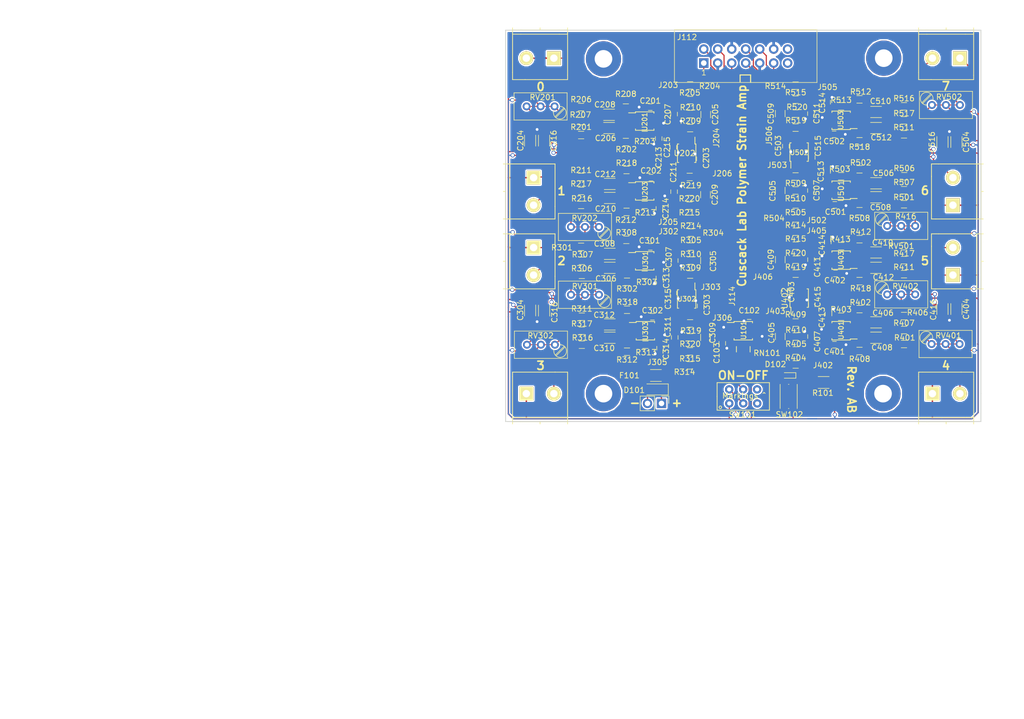
<source format=kicad_pcb>
(kicad_pcb (version 4) (host pcbnew 4.0.6)

  (general
    (links 373)
    (no_connects 0)
    (area 106.604999 72.314999 193.115001 143.585001)
    (thickness 1.6)
    (drawings 27)
    (tracks 1422)
    (zones 0)
    (modules 205)
    (nets 123)
  )

  (page USLetter)
  (title_block
    (title "8ch Polymer Strain Amplifier")
    (date 2017-04-04)
    (rev AB)
    (company "Cusack Lab; Brain and Mind Institute, UWO")
    (comment 1 "Monadnock Systems")
  )

  (layers
    (0 F.Cu signal)
    (31 B.Cu signal)
    (36 B.SilkS user)
    (37 F.SilkS user)
    (38 B.Mask user)
    (39 F.Mask user)
    (40 Dwgs.User user)
    (41 Cmts.User user)
    (42 Eco1.User user)
    (43 Eco2.User user)
    (44 Edge.Cuts user)
    (45 Margin user)
  )

  (setup
    (last_trace_width 0.2032)
    (trace_clearance 0.1778)
    (zone_clearance 0.254)
    (zone_45_only no)
    (trace_min 0.1778)
    (segment_width 0.2)
    (edge_width 0.15)
    (via_size 0.75438)
    (via_drill 0.50038)
    (via_min_size 0.75438)
    (via_min_drill 0.50038)
    (uvia_size 0.3)
    (uvia_drill 0.1)
    (uvias_allowed no)
    (uvia_min_size 0)
    (uvia_min_drill 0)
    (pcb_text_width 0.3)
    (pcb_text_size 1.5 1.5)
    (mod_edge_width 0.15)
    (mod_text_size 1 1)
    (mod_text_width 0.15)
    (pad_size 1.2 0.9)
    (pad_drill 0)
    (pad_to_mask_clearance 0)
    (aux_axis_origin 106.68 143.51)
    (grid_origin 113.665 94.488)
    (visible_elements FFFFFF7F)
    (pcbplotparams
      (layerselection 0x012e0_80000001)
      (usegerberextensions false)
      (excludeedgelayer true)
      (linewidth 0.088900)
      (plotframeref false)
      (viasonmask false)
      (mode 1)
      (useauxorigin false)
      (hpglpennumber 1)
      (hpglpenspeed 20)
      (hpglpendiameter 15)
      (hpglpenoverlay 2)
      (psnegative false)
      (psa4output false)
      (plotreference true)
      (plotvalue true)
      (plotinvisibletext false)
      (padsonsilk false)
      (subtractmaskfromsilk false)
      (outputformat 4)
      (mirror false)
      (drillshape 0)
      (scaleselection 1)
      (outputdirectory pdf/))
  )

  (net 0 "")
  (net 1 GNDA)
  (net 2 "Net-(C205-Pad2)")
  (net 3 "Net-(C206-Pad1)")
  (net 4 "Net-(C208-Pad2)")
  (net 5 "Net-(C210-Pad1)")
  (net 6 "Net-(C211-Pad1)")
  (net 7 "Net-(U101-Pad6)")
  (net 8 /channel0-1/Channel0)
  (net 9 /channel0-1/Channel1)
  (net 10 "Net-(J203-Pad1)")
  (net 11 "Net-(J205-Pad1)")
  (net 12 V+)
  (net 13 V-)
  (net 14 "Net-(C209-Pad2)")
  (net 15 /channel2-3/Channel2)
  (net 16 "Net-(C305-Pad2)")
  (net 17 "Net-(C306-Pad1)")
  (net 18 "Net-(C306-Pad2)")
  (net 19 "Net-(C307-Pad1)")
  (net 20 "Net-(C308-Pad1)")
  (net 21 "Net-(C308-Pad2)")
  (net 22 /channel2-3/Channel3)
  (net 23 "Net-(C309-Pad2)")
  (net 24 "Net-(C310-Pad1)")
  (net 25 "Net-(C310-Pad2)")
  (net 26 "Net-(C311-Pad1)")
  (net 27 "Net-(C312-Pad1)")
  (net 28 "Net-(C312-Pad2)")
  (net 29 /channel4-5/Channel4)
  (net 30 "Net-(C405-Pad2)")
  (net 31 "Net-(C406-Pad1)")
  (net 32 "Net-(C406-Pad2)")
  (net 33 "Net-(C407-Pad1)")
  (net 34 "Net-(C408-Pad1)")
  (net 35 "Net-(C408-Pad2)")
  (net 36 /channel4-5/Channel5)
  (net 37 "Net-(C409-Pad2)")
  (net 38 "Net-(C410-Pad1)")
  (net 39 "Net-(C410-Pad2)")
  (net 40 "Net-(C411-Pad1)")
  (net 41 "Net-(C412-Pad1)")
  (net 42 "Net-(C412-Pad2)")
  (net 43 /channel6-7/Channel6)
  (net 44 "Net-(C505-Pad2)")
  (net 45 "Net-(C506-Pad1)")
  (net 46 "Net-(C506-Pad2)")
  (net 47 "Net-(C507-Pad1)")
  (net 48 "Net-(C508-Pad1)")
  (net 49 "Net-(C508-Pad2)")
  (net 50 /channel6-7/Channel7)
  (net 51 "Net-(C509-Pad2)")
  (net 52 "Net-(C510-Pad1)")
  (net 53 "Net-(C510-Pad2)")
  (net 54 "Net-(C511-Pad1)")
  (net 55 "Net-(C512-Pad1)")
  (net 56 "Net-(C512-Pad2)")
  (net 57 "Net-(J302-Pad1)")
  (net 58 "Net-(J305-Pad1)")
  (net 59 "Net-(J402-Pad1)")
  (net 60 "Net-(J405-Pad1)")
  (net 61 "Net-(J502-Pad1)")
  (net 62 "Net-(J505-Pad1)")
  (net 63 "Net-(R303-Pad1)")
  (net 64 "Net-(R303-Pad2)")
  (net 65 "Net-(R309-Pad2)")
  (net 66 "Net-(R313-Pad1)")
  (net 67 "Net-(R313-Pad2)")
  (net 68 "Net-(R319-Pad2)")
  (net 69 "Net-(R403-Pad1)")
  (net 70 "Net-(R403-Pad2)")
  (net 71 "Net-(R409-Pad2)")
  (net 72 "Net-(R413-Pad1)")
  (net 73 "Net-(R413-Pad2)")
  (net 74 "Net-(R419-Pad2)")
  (net 75 "Net-(R503-Pad1)")
  (net 76 "Net-(R503-Pad2)")
  (net 77 "Net-(R509-Pad2)")
  (net 78 "Net-(R513-Pad1)")
  (net 79 "Net-(R513-Pad2)")
  (net 80 "Net-(R519-Pad2)")
  (net 81 "Net-(F101-Pad1)")
  (net 82 "Net-(RN101-Pad1)")
  (net 83 "Net-(C206-Pad2)")
  (net 84 "Net-(C207-Pad1)")
  (net 85 "Net-(C208-Pad1)")
  (net 86 "Net-(C210-Pad2)")
  (net 87 "Net-(C212-Pad1)")
  (net 88 "Net-(C212-Pad2)")
  (net 89 "Net-(R203-Pad1)")
  (net 90 "Net-(R203-Pad2)")
  (net 91 "Net-(R209-Pad2)")
  (net 92 "Net-(R213-Pad1)")
  (net 93 "Net-(R213-Pad2)")
  (net 94 "Net-(R219-Pad2)")
  (net 95 "Net-(D101-Pad1)")
  (net 96 "Net-(D102-Pad2)")
  (net 97 "Net-(D102-Pad1)")
  (net 98 "Net-(J103-Pad1)")
  (net 99 "Net-(J104-Pad1)")
  (net 100 "Net-(J105-Pad1)")
  (net 101 "Net-(J106-Pad1)")
  (net 102 "Net-(D101-Pad2)")
  (net 103 "Net-(SW101-Pad3)")
  (net 104 "Net-(SW101-Pad6)")
  (net 105 "Net-(R206-Pad2)")
  (net 106 "Net-(R207-Pad2)")
  (net 107 "Net-(R216-Pad2)")
  (net 108 "Net-(R217-Pad2)")
  (net 109 "Net-(R306-Pad2)")
  (net 110 "Net-(R307-Pad2)")
  (net 111 "Net-(R316-Pad2)")
  (net 112 "Net-(R317-Pad2)")
  (net 113 "Net-(R406-Pad2)")
  (net 114 "Net-(R407-Pad2)")
  (net 115 "Net-(R416-Pad2)")
  (net 116 "Net-(R417-Pad2)")
  (net 117 "Net-(R506-Pad2)")
  (net 118 "Net-(R507-Pad2)")
  (net 119 "Net-(R516-Pad2)")
  (net 120 "Net-(R517-Pad2)")
  (net 121 "Net-(J112-Pad13)")
  (net 122 "Net-(J112-Pad14)")

  (net_class Default "This is the default net class."
    (clearance 0.1778)
    (trace_width 0.2032)
    (via_dia 0.75438)
    (via_drill 0.50038)
    (uvia_dia 0.3)
    (uvia_drill 0.1)
    (add_net /channel0-1/Channel0)
    (add_net /channel0-1/Channel1)
    (add_net /channel2-3/Channel2)
    (add_net /channel2-3/Channel3)
    (add_net /channel4-5/Channel4)
    (add_net /channel4-5/Channel5)
    (add_net /channel6-7/Channel6)
    (add_net /channel6-7/Channel7)
    (add_net GNDA)
    (add_net "Net-(C205-Pad2)")
    (add_net "Net-(C206-Pad1)")
    (add_net "Net-(C206-Pad2)")
    (add_net "Net-(C207-Pad1)")
    (add_net "Net-(C208-Pad1)")
    (add_net "Net-(C208-Pad2)")
    (add_net "Net-(C209-Pad2)")
    (add_net "Net-(C210-Pad1)")
    (add_net "Net-(C210-Pad2)")
    (add_net "Net-(C211-Pad1)")
    (add_net "Net-(C212-Pad1)")
    (add_net "Net-(C212-Pad2)")
    (add_net "Net-(C305-Pad2)")
    (add_net "Net-(C306-Pad1)")
    (add_net "Net-(C306-Pad2)")
    (add_net "Net-(C307-Pad1)")
    (add_net "Net-(C308-Pad1)")
    (add_net "Net-(C308-Pad2)")
    (add_net "Net-(C309-Pad2)")
    (add_net "Net-(C310-Pad1)")
    (add_net "Net-(C310-Pad2)")
    (add_net "Net-(C311-Pad1)")
    (add_net "Net-(C312-Pad1)")
    (add_net "Net-(C312-Pad2)")
    (add_net "Net-(C405-Pad2)")
    (add_net "Net-(C406-Pad1)")
    (add_net "Net-(C406-Pad2)")
    (add_net "Net-(C407-Pad1)")
    (add_net "Net-(C408-Pad1)")
    (add_net "Net-(C408-Pad2)")
    (add_net "Net-(C409-Pad2)")
    (add_net "Net-(C410-Pad1)")
    (add_net "Net-(C410-Pad2)")
    (add_net "Net-(C411-Pad1)")
    (add_net "Net-(C412-Pad1)")
    (add_net "Net-(C412-Pad2)")
    (add_net "Net-(C505-Pad2)")
    (add_net "Net-(C506-Pad1)")
    (add_net "Net-(C506-Pad2)")
    (add_net "Net-(C507-Pad1)")
    (add_net "Net-(C508-Pad1)")
    (add_net "Net-(C508-Pad2)")
    (add_net "Net-(C509-Pad2)")
    (add_net "Net-(C510-Pad1)")
    (add_net "Net-(C510-Pad2)")
    (add_net "Net-(C511-Pad1)")
    (add_net "Net-(C512-Pad1)")
    (add_net "Net-(C512-Pad2)")
    (add_net "Net-(D101-Pad1)")
    (add_net "Net-(D101-Pad2)")
    (add_net "Net-(D102-Pad1)")
    (add_net "Net-(D102-Pad2)")
    (add_net "Net-(F101-Pad1)")
    (add_net "Net-(J103-Pad1)")
    (add_net "Net-(J104-Pad1)")
    (add_net "Net-(J105-Pad1)")
    (add_net "Net-(J106-Pad1)")
    (add_net "Net-(J112-Pad13)")
    (add_net "Net-(J112-Pad14)")
    (add_net "Net-(J203-Pad1)")
    (add_net "Net-(J205-Pad1)")
    (add_net "Net-(J302-Pad1)")
    (add_net "Net-(J305-Pad1)")
    (add_net "Net-(J402-Pad1)")
    (add_net "Net-(J405-Pad1)")
    (add_net "Net-(J502-Pad1)")
    (add_net "Net-(J505-Pad1)")
    (add_net "Net-(R203-Pad1)")
    (add_net "Net-(R203-Pad2)")
    (add_net "Net-(R206-Pad2)")
    (add_net "Net-(R207-Pad2)")
    (add_net "Net-(R209-Pad2)")
    (add_net "Net-(R213-Pad1)")
    (add_net "Net-(R213-Pad2)")
    (add_net "Net-(R216-Pad2)")
    (add_net "Net-(R217-Pad2)")
    (add_net "Net-(R219-Pad2)")
    (add_net "Net-(R303-Pad1)")
    (add_net "Net-(R303-Pad2)")
    (add_net "Net-(R306-Pad2)")
    (add_net "Net-(R307-Pad2)")
    (add_net "Net-(R309-Pad2)")
    (add_net "Net-(R313-Pad1)")
    (add_net "Net-(R313-Pad2)")
    (add_net "Net-(R316-Pad2)")
    (add_net "Net-(R317-Pad2)")
    (add_net "Net-(R319-Pad2)")
    (add_net "Net-(R403-Pad1)")
    (add_net "Net-(R403-Pad2)")
    (add_net "Net-(R406-Pad2)")
    (add_net "Net-(R407-Pad2)")
    (add_net "Net-(R409-Pad2)")
    (add_net "Net-(R413-Pad1)")
    (add_net "Net-(R413-Pad2)")
    (add_net "Net-(R416-Pad2)")
    (add_net "Net-(R417-Pad2)")
    (add_net "Net-(R419-Pad2)")
    (add_net "Net-(R503-Pad1)")
    (add_net "Net-(R503-Pad2)")
    (add_net "Net-(R506-Pad2)")
    (add_net "Net-(R507-Pad2)")
    (add_net "Net-(R509-Pad2)")
    (add_net "Net-(R513-Pad1)")
    (add_net "Net-(R513-Pad2)")
    (add_net "Net-(R516-Pad2)")
    (add_net "Net-(R517-Pad2)")
    (add_net "Net-(R519-Pad2)")
    (add_net "Net-(RN101-Pad1)")
    (add_net "Net-(SW101-Pad3)")
    (add_net "Net-(SW101-Pad6)")
    (add_net "Net-(U101-Pad6)")
    (add_net V+)
    (add_net V-)
  )

  (module footprints:Potentiometer_Trimmer_Bourns_3296W_w_Bypass (layer F.Cu) (tedit 58E3DEC4) (tstamp 58E3E9A1)
    (at 115.6335 129.54)
    (descr "Spindle Trimmer Potentiometer, Bourns 3296W, https://www.bourns.com/pdfs/3296.pdf")
    (tags "Spindle Trimmer Potentiometer   Bourns 3296W")
    (path /58D6CBCD/58E45D77)
    (fp_text reference RV302 (at -2.603503 -1.651001) (layer F.SilkS)
      (effects (font (size 1 1) (thickness 0.15)))
    )
    (fp_text value 100k (at -2.54 3.67) (layer F.Fab)
      (effects (font (size 1 1) (thickness 0.15)))
    )
    (fp_line (start -3.2258 0) (end -4.3942 0) (layer F.Mask) (width 0.15))
    (fp_line (start -0.6858 0) (end -1.8542 0) (layer F.Mask) (width 0.15))
    (fp_line (start -3.2258 0) (end -4.3942 0) (layer F.Cu) (width 0.15))
    (fp_line (start -0.6858 0) (end -1.8542 0) (layer F.Cu) (width 0.15))
    (fp_arc (start 0.955 1.15) (end 0.955 2.305) (angle -182) (layer F.SilkS) (width 0.12))
    (fp_arc (start 0.955 1.15) (end -0.174 0.91) (angle -103) (layer F.SilkS) (width 0.12))
    (fp_circle (center 0.955 1.15) (end 2.05 1.15) (layer F.Fab) (width 0.1))
    (fp_line (start -7.305 -2.41) (end -7.305 2.42) (layer F.Fab) (width 0.1))
    (fp_line (start -7.305 2.42) (end 2.225 2.42) (layer F.Fab) (width 0.1))
    (fp_line (start 2.225 2.42) (end 2.225 -2.41) (layer F.Fab) (width 0.1))
    (fp_line (start 2.225 -2.41) (end -7.305 -2.41) (layer F.Fab) (width 0.1))
    (fp_line (start 1.786 0.454) (end 0.259 1.981) (layer F.Fab) (width 0.1))
    (fp_line (start 1.652 0.32) (end 0.125 1.847) (layer F.Fab) (width 0.1))
    (fp_line (start -7.365 -2.47) (end 2.285 -2.47) (layer F.SilkS) (width 0.12))
    (fp_line (start -7.365 2.481) (end 2.285 2.481) (layer F.SilkS) (width 0.12))
    (fp_line (start -7.365 -2.47) (end -7.365 2.481) (layer F.SilkS) (width 0.12))
    (fp_line (start 2.285 -2.47) (end 2.285 2.481) (layer F.SilkS) (width 0.12))
    (fp_line (start 1.831 0.416) (end 0.22 2.026) (layer F.SilkS) (width 0.12))
    (fp_line (start 1.691 0.275) (end 0.079 1.885) (layer F.SilkS) (width 0.12))
    (fp_line (start -7.6 -2.7) (end -7.6 2.7) (layer F.CrtYd) (width 0.05))
    (fp_line (start -7.6 2.7) (end 2.5 2.7) (layer F.CrtYd) (width 0.05))
    (fp_line (start 2.5 2.7) (end 2.5 -2.7) (layer F.CrtYd) (width 0.05))
    (fp_line (start 2.5 -2.7) (end -7.6 -2.7) (layer F.CrtYd) (width 0.05))
    (pad 1 thru_hole circle (at 0 0) (size 1.44 1.44) (drill 0.8) (layers *.Cu *.Mask)
      (net 112 "Net-(R317-Pad2)"))
    (pad 2 thru_hole circle (at -2.54 0) (size 1.44 1.44) (drill 0.8) (layers *.Cu *.Mask)
      (net 13 V-))
    (pad 3 thru_hole circle (at -5.08 0) (size 1.44 1.44) (drill 0.8) (layers *.Cu *.Mask)
      (net 111 "Net-(R316-Pad2)"))
    (model Potentiometers.3dshapes/Potentiometer_Trimmer_Bourns_3296W.wrl
      (at (xyz 0 0 0))
      (scale (xyz 1 1 1))
      (rotate (xyz 0 0 -90))
    )
  )

  (module footprints:Potentiometer_Trimmer_Bourns_3296W_w_Bypass (layer F.Cu) (tedit 58E3DEC4) (tstamp 58E3E999)
    (at 123.6345 120.4595)
    (descr "Spindle Trimmer Potentiometer, Bourns 3296W, https://www.bourns.com/pdfs/3296.pdf")
    (tags "Spindle Trimmer Potentiometer   Bourns 3296W")
    (path /58D6CBCD/58E3F9D2)
    (fp_text reference RV301 (at -2.54 -1.524) (layer F.SilkS)
      (effects (font (size 1 1) (thickness 0.15)))
    )
    (fp_text value 100k (at -2.54 3.67) (layer F.Fab)
      (effects (font (size 1 1) (thickness 0.15)))
    )
    (fp_line (start -3.2258 0) (end -4.3942 0) (layer F.Mask) (width 0.15))
    (fp_line (start -0.6858 0) (end -1.8542 0) (layer F.Mask) (width 0.15))
    (fp_line (start -3.2258 0) (end -4.3942 0) (layer F.Cu) (width 0.15))
    (fp_line (start -0.6858 0) (end -1.8542 0) (layer F.Cu) (width 0.15))
    (fp_arc (start 0.955 1.15) (end 0.955 2.305) (angle -182) (layer F.SilkS) (width 0.12))
    (fp_arc (start 0.955 1.15) (end -0.174 0.91) (angle -103) (layer F.SilkS) (width 0.12))
    (fp_circle (center 0.955 1.15) (end 2.05 1.15) (layer F.Fab) (width 0.1))
    (fp_line (start -7.305 -2.41) (end -7.305 2.42) (layer F.Fab) (width 0.1))
    (fp_line (start -7.305 2.42) (end 2.225 2.42) (layer F.Fab) (width 0.1))
    (fp_line (start 2.225 2.42) (end 2.225 -2.41) (layer F.Fab) (width 0.1))
    (fp_line (start 2.225 -2.41) (end -7.305 -2.41) (layer F.Fab) (width 0.1))
    (fp_line (start 1.786 0.454) (end 0.259 1.981) (layer F.Fab) (width 0.1))
    (fp_line (start 1.652 0.32) (end 0.125 1.847) (layer F.Fab) (width 0.1))
    (fp_line (start -7.365 -2.47) (end 2.285 -2.47) (layer F.SilkS) (width 0.12))
    (fp_line (start -7.365 2.481) (end 2.285 2.481) (layer F.SilkS) (width 0.12))
    (fp_line (start -7.365 -2.47) (end -7.365 2.481) (layer F.SilkS) (width 0.12))
    (fp_line (start 2.285 -2.47) (end 2.285 2.481) (layer F.SilkS) (width 0.12))
    (fp_line (start 1.831 0.416) (end 0.22 2.026) (layer F.SilkS) (width 0.12))
    (fp_line (start 1.691 0.275) (end 0.079 1.885) (layer F.SilkS) (width 0.12))
    (fp_line (start -7.6 -2.7) (end -7.6 2.7) (layer F.CrtYd) (width 0.05))
    (fp_line (start -7.6 2.7) (end 2.5 2.7) (layer F.CrtYd) (width 0.05))
    (fp_line (start 2.5 2.7) (end 2.5 -2.7) (layer F.CrtYd) (width 0.05))
    (fp_line (start 2.5 -2.7) (end -7.6 -2.7) (layer F.CrtYd) (width 0.05))
    (pad 1 thru_hole circle (at 0 0) (size 1.44 1.44) (drill 0.8) (layers *.Cu *.Mask)
      (net 110 "Net-(R307-Pad2)"))
    (pad 2 thru_hole circle (at -2.54 0) (size 1.44 1.44) (drill 0.8) (layers *.Cu *.Mask)
      (net 13 V-))
    (pad 3 thru_hole circle (at -5.08 0) (size 1.44 1.44) (drill 0.8) (layers *.Cu *.Mask)
      (net 109 "Net-(R306-Pad2)"))
    (model Potentiometers.3dshapes/Potentiometer_Trimmer_Bourns_3296W.wrl
      (at (xyz 0 0 0))
      (scale (xyz 1 1 1))
      (rotate (xyz 0 0 -90))
    )
  )

  (module Resistors_SMD:R_0603_HandSoldering (layer F.Cu) (tedit 58AAD9E8) (tstamp 58D6A0E4)
    (at 120.396 104.14 180)
    (descr "Resistor SMD 0603, hand soldering")
    (tags "resistor 0603")
    (path /58D4647E/58D86C2D)
    (attr smd)
    (fp_text reference R216 (at -0.127 1.143 180) (layer F.SilkS)
      (effects (font (size 1 1) (thickness 0.15)))
    )
    (fp_text value 2M (at 0 1.55 180) (layer F.Fab)
      (effects (font (size 1 1) (thickness 0.15)))
    )
    (fp_text user %R (at 0 -1.45 180) (layer F.Fab)
      (effects (font (size 1 1) (thickness 0.15)))
    )
    (fp_line (start -0.8 0.4) (end -0.8 -0.4) (layer F.Fab) (width 0.1))
    (fp_line (start 0.8 0.4) (end -0.8 0.4) (layer F.Fab) (width 0.1))
    (fp_line (start 0.8 -0.4) (end 0.8 0.4) (layer F.Fab) (width 0.1))
    (fp_line (start -0.8 -0.4) (end 0.8 -0.4) (layer F.Fab) (width 0.1))
    (fp_line (start 0.5 0.68) (end -0.5 0.68) (layer F.SilkS) (width 0.12))
    (fp_line (start -0.5 -0.68) (end 0.5 -0.68) (layer F.SilkS) (width 0.12))
    (fp_line (start -1.96 -0.7) (end 1.95 -0.7) (layer F.CrtYd) (width 0.05))
    (fp_line (start -1.96 -0.7) (end -1.96 0.7) (layer F.CrtYd) (width 0.05))
    (fp_line (start 1.95 0.7) (end 1.95 -0.7) (layer F.CrtYd) (width 0.05))
    (fp_line (start 1.95 0.7) (end -1.96 0.7) (layer F.CrtYd) (width 0.05))
    (pad 1 smd rect (at -1.1 0 180) (size 1.2 0.9) (layers F.Cu F.Mask)
      (net 86 "Net-(C210-Pad2)"))
    (pad 2 smd rect (at 1.1 0 180) (size 1.2 0.9) (layers F.Cu F.Mask)
      (net 107 "Net-(R216-Pad2)"))
    (model Resistors_SMD.3dshapes/R_0603.wrl
      (at (xyz 0 0 0))
      (scale (xyz 1 1 1))
      (rotate (xyz 0 0 0))
    )
  )

  (module Resistors_SMD:R_1206_HandSoldering (layer F.Cu) (tedit 58AADA36) (tstamp 58DAA929)
    (at 133.985 135.128)
    (descr "Resistor SMD 1206, hand soldering")
    (tags "resistor 1206")
    (path /58DA9C3F)
    (attr smd)
    (fp_text reference F101 (at -4.826 0) (layer F.SilkS)
      (effects (font (size 1 1) (thickness 0.15)))
    )
    (fp_text value "Poly 0.1A" (at 0 1.9) (layer F.Fab)
      (effects (font (size 1 1) (thickness 0.15)))
    )
    (fp_text user %R (at 0 -1.85) (layer F.Fab)
      (effects (font (size 1 1) (thickness 0.15)))
    )
    (fp_line (start -1.6 0.8) (end -1.6 -0.8) (layer F.Fab) (width 0.1))
    (fp_line (start 1.6 0.8) (end -1.6 0.8) (layer F.Fab) (width 0.1))
    (fp_line (start 1.6 -0.8) (end 1.6 0.8) (layer F.Fab) (width 0.1))
    (fp_line (start -1.6 -0.8) (end 1.6 -0.8) (layer F.Fab) (width 0.1))
    (fp_line (start 1 1.07) (end -1 1.07) (layer F.SilkS) (width 0.12))
    (fp_line (start -1 -1.07) (end 1 -1.07) (layer F.SilkS) (width 0.12))
    (fp_line (start -3.25 -1.11) (end 3.25 -1.11) (layer F.CrtYd) (width 0.05))
    (fp_line (start -3.25 -1.11) (end -3.25 1.1) (layer F.CrtYd) (width 0.05))
    (fp_line (start 3.25 1.1) (end 3.25 -1.11) (layer F.CrtYd) (width 0.05))
    (fp_line (start 3.25 1.1) (end -3.25 1.1) (layer F.CrtYd) (width 0.05))
    (pad 1 smd rect (at -2 0) (size 2 1.7) (layers F.Cu F.Mask)
      (net 81 "Net-(F101-Pad1)"))
    (pad 2 smd rect (at 2 0) (size 2 1.7) (layers F.Cu F.Mask)
      (net 95 "Net-(D101-Pad1)"))
    (model Resistors_SMD.3dshapes/R_1206.wrl
      (at (xyz 0 0 0))
      (scale (xyz 1 1 1))
      (rotate (xyz 0 0 0))
    )
  )

  (module Pin_Headers:Pin_Header_Straight_1x02_Pitch2.54mm (layer F.Cu) (tedit 58D84C38) (tstamp 58D6A01F)
    (at 135.001 140.208 270)
    (descr "Through hole straight pin header, 1x02, 2.54mm pitch, single row")
    (tags "Through hole pin header THT 1x02 2.54mm single row")
    (path /58D60190)
    (fp_text reference J102 (at 0 -2.33 270) (layer F.SilkS) hide
      (effects (font (size 1 1) (thickness 0.15)))
    )
    (fp_text value Battery (at 0 4.87 270) (layer F.Fab)
      (effects (font (size 1 1) (thickness 0.15)))
    )
    (fp_line (start -1.27 -1.27) (end -1.27 3.81) (layer F.Fab) (width 0.1))
    (fp_line (start -1.27 3.81) (end 1.27 3.81) (layer F.Fab) (width 0.1))
    (fp_line (start 1.27 3.81) (end 1.27 -1.27) (layer F.Fab) (width 0.1))
    (fp_line (start 1.27 -1.27) (end -1.27 -1.27) (layer F.Fab) (width 0.1))
    (fp_line (start -1.33 1.27) (end -1.33 3.87) (layer F.SilkS) (width 0.12))
    (fp_line (start -1.33 3.87) (end 1.33 3.87) (layer F.SilkS) (width 0.12))
    (fp_line (start 1.33 3.87) (end 1.33 1.27) (layer F.SilkS) (width 0.12))
    (fp_line (start 1.33 1.27) (end -1.33 1.27) (layer F.SilkS) (width 0.12))
    (fp_line (start -1.33 0) (end -1.33 -1.33) (layer F.SilkS) (width 0.12))
    (fp_line (start -1.33 -1.33) (end 0 -1.33) (layer F.SilkS) (width 0.12))
    (fp_line (start -1.8 -1.8) (end -1.8 4.35) (layer F.CrtYd) (width 0.05))
    (fp_line (start -1.8 4.35) (end 1.8 4.35) (layer F.CrtYd) (width 0.05))
    (fp_line (start 1.8 4.35) (end 1.8 -1.8) (layer F.CrtYd) (width 0.05))
    (fp_line (start 1.8 -1.8) (end -1.8 -1.8) (layer F.CrtYd) (width 0.05))
    (fp_text user %R (at 0 -2.33 270) (layer F.Fab)
      (effects (font (size 1 1) (thickness 0.15)))
    )
    (pad 1 thru_hole rect (at 0 0 270) (size 1.7 1.7) (drill 1) (layers *.Cu *.Mask)
      (net 81 "Net-(F101-Pad1)"))
    (pad 2 thru_hole oval (at 0 2.54 270) (size 1.7 1.7) (drill 1) (layers *.Cu *.Mask)
      (net 102 "Net-(D101-Pad2)"))
    (model ${KISYS3DMOD}/Pin_Headers.3dshapes/Pin_Header_Straight_1x02_Pitch2.54mm.wrl
      (at (xyz 0 -0.05 0))
      (scale (xyz 1 1 1))
      (rotate (xyz 0 0 90))
    )
  )

  (module Diodes_SMD:D_SOD-123 (layer F.Cu) (tedit 58645DC7) (tstamp 58DAA918)
    (at 133.985 137.668 180)
    (descr SOD-123)
    (tags SOD-123)
    (path /58DA9D32)
    (attr smd)
    (fp_text reference D101 (at 3.937 -0.127 180) (layer F.SilkS)
      (effects (font (size 1 1) (thickness 0.15)))
    )
    (fp_text value 1N4148 (at 0 2.1 180) (layer F.Fab)
      (effects (font (size 1 1) (thickness 0.15)))
    )
    (fp_line (start -2.25 -1) (end -2.25 1) (layer F.SilkS) (width 0.12))
    (fp_line (start 0.25 0) (end 0.75 0) (layer F.Fab) (width 0.1))
    (fp_line (start 0.25 0.4) (end -0.35 0) (layer F.Fab) (width 0.1))
    (fp_line (start 0.25 -0.4) (end 0.25 0.4) (layer F.Fab) (width 0.1))
    (fp_line (start -0.35 0) (end 0.25 -0.4) (layer F.Fab) (width 0.1))
    (fp_line (start -0.35 0) (end -0.35 0.55) (layer F.Fab) (width 0.1))
    (fp_line (start -0.35 0) (end -0.35 -0.55) (layer F.Fab) (width 0.1))
    (fp_line (start -0.75 0) (end -0.35 0) (layer F.Fab) (width 0.1))
    (fp_line (start -1.4 0.9) (end -1.4 -0.9) (layer F.Fab) (width 0.1))
    (fp_line (start 1.4 0.9) (end -1.4 0.9) (layer F.Fab) (width 0.1))
    (fp_line (start 1.4 -0.9) (end 1.4 0.9) (layer F.Fab) (width 0.1))
    (fp_line (start -1.4 -0.9) (end 1.4 -0.9) (layer F.Fab) (width 0.1))
    (fp_line (start -2.35 -1.15) (end 2.35 -1.15) (layer F.CrtYd) (width 0.05))
    (fp_line (start 2.35 -1.15) (end 2.35 1.15) (layer F.CrtYd) (width 0.05))
    (fp_line (start 2.35 1.15) (end -2.35 1.15) (layer F.CrtYd) (width 0.05))
    (fp_line (start -2.35 -1.15) (end -2.35 1.15) (layer F.CrtYd) (width 0.05))
    (fp_line (start -2.25 1) (end 1.65 1) (layer F.SilkS) (width 0.12))
    (fp_line (start -2.25 -1) (end 1.65 -1) (layer F.SilkS) (width 0.12))
    (pad 1 smd rect (at -1.65 0 180) (size 0.9 1.2) (layers F.Cu F.Mask)
      (net 95 "Net-(D101-Pad1)"))
    (pad 2 smd rect (at 1.65 0 180) (size 0.9 1.2) (layers F.Cu F.Mask)
      (net 102 "Net-(D101-Pad2)"))
    (model ${KISYS3DMOD}/Diodes_SMD.3dshapes/D_SOD-123.wrl
      (at (xyz 0 0 0))
      (scale (xyz 1 1 1))
      (rotate (xyz 0 0 0))
    )
  )

  (module Housings_SSOP:MSOP-8_3x3mm_Pitch0.65mm (layer F.Cu) (tedit 58DEA88D) (tstamp 58DAB4C6)
    (at 149.86 127)
    (descr "8-Lead Plastic Micro Small Outline Package (MS) [MSOP] (see Microchip Packaging Specification 00000049BS.pdf)")
    (tags "SSOP 0.65")
    (path /58D8019A)
    (attr smd)
    (fp_text reference U101 (at 0.0635 -0.0635 90) (layer F.SilkS)
      (effects (font (size 0.889 0.8636) (thickness 0.15)))
    )
    (fp_text value AD8622 (at 0 2.6) (layer F.Fab)
      (effects (font (size 1 1) (thickness 0.15)))
    )
    (fp_line (start -0.5 -1.5) (end 1.5 -1.5) (layer F.Fab) (width 0.15))
    (fp_line (start 1.5 -1.5) (end 1.5 1.5) (layer F.Fab) (width 0.15))
    (fp_line (start 1.5 1.5) (end -1.5 1.5) (layer F.Fab) (width 0.15))
    (fp_line (start -1.5 1.5) (end -1.5 -0.5) (layer F.Fab) (width 0.15))
    (fp_line (start -1.5 -0.5) (end -0.5 -1.5) (layer F.Fab) (width 0.15))
    (fp_line (start -3.2 -1.85) (end -3.2 1.85) (layer F.CrtYd) (width 0.05))
    (fp_line (start 3.2 -1.85) (end 3.2 1.85) (layer F.CrtYd) (width 0.05))
    (fp_line (start -3.2 -1.85) (end 3.2 -1.85) (layer F.CrtYd) (width 0.05))
    (fp_line (start -3.2 1.85) (end 3.2 1.85) (layer F.CrtYd) (width 0.05))
    (fp_line (start -1.675 -1.675) (end -1.675 -1.5) (layer F.SilkS) (width 0.15))
    (fp_line (start 1.675 -1.675) (end 1.675 -1.425) (layer F.SilkS) (width 0.15))
    (fp_line (start 1.675 1.675) (end 1.675 1.425) (layer F.SilkS) (width 0.15))
    (fp_line (start -1.675 1.675) (end -1.675 1.425) (layer F.SilkS) (width 0.15))
    (fp_line (start -1.675 -1.675) (end 1.675 -1.675) (layer F.SilkS) (width 0.15))
    (fp_line (start -1.675 1.675) (end 1.675 1.675) (layer F.SilkS) (width 0.15))
    (fp_line (start -1.675 -1.5) (end -2.925 -1.5) (layer F.SilkS) (width 0.15))
    (pad 1 smd rect (at -2.2 -0.975) (size 1.45 0.45) (layers F.Cu F.Mask)
      (net 1 GNDA))
    (pad 2 smd rect (at -2.2 -0.325) (size 1.45 0.45) (layers F.Cu F.Mask)
      (net 1 GNDA))
    (pad 3 smd rect (at -2.2 0.325) (size 1.45 0.45) (layers F.Cu F.Mask)
      (net 82 "Net-(RN101-Pad1)"))
    (pad 4 smd rect (at -2.2 0.975) (size 1.45 0.45) (layers F.Cu F.Mask)
      (net 13 V-))
    (pad 5 smd rect (at 2.2 0.975) (size 1.45 0.45) (layers F.Cu F.Mask)
      (net 1 GNDA))
    (pad 6 smd rect (at 2.2 0.325) (size 1.45 0.45) (layers F.Cu F.Mask)
      (net 7 "Net-(U101-Pad6)"))
    (pad 7 smd rect (at 2.2 -0.325) (size 1.45 0.45) (layers F.Cu F.Mask)
      (net 7 "Net-(U101-Pad6)"))
    (pad 8 smd rect (at 2.2 -0.975) (size 1.45 0.45) (layers F.Cu F.Mask)
      (net 12 V+))
    (model Housings_SSOP.3dshapes/MSOP-8_3x3mm_Pitch0.65mm.wrl
      (at (xyz 0 0 0))
      (scale (xyz 1 1 1))
      (rotate (xyz 0 0 0))
    )
  )

  (module Resistors_SMD:R_0603_HandSoldering (layer F.Cu) (tedit 58AAD9E8) (tstamp 58D9659D)
    (at 170.984999 105.282997)
    (descr "Resistor SMD 0603, hand soldering")
    (tags "resistor 0603")
    (path /58D6D794/58D9ABEF)
    (attr smd)
    (fp_text reference R508 (at 0 1.27) (layer F.SilkS)
      (effects (font (size 1 1) (thickness 0.15)))
    )
    (fp_text value 39M (at 0 1.55) (layer F.Fab)
      (effects (font (size 1 1) (thickness 0.15)))
    )
    (fp_text user %R (at 0 -1.45) (layer F.Fab)
      (effects (font (size 1 1) (thickness 0.15)))
    )
    (fp_line (start -0.8 0.4) (end -0.8 -0.4) (layer F.Fab) (width 0.1))
    (fp_line (start 0.8 0.4) (end -0.8 0.4) (layer F.Fab) (width 0.1))
    (fp_line (start 0.8 -0.4) (end 0.8 0.4) (layer F.Fab) (width 0.1))
    (fp_line (start -0.8 -0.4) (end 0.8 -0.4) (layer F.Fab) (width 0.1))
    (fp_line (start 0.5 0.68) (end -0.5 0.68) (layer F.SilkS) (width 0.12))
    (fp_line (start -0.5 -0.68) (end 0.5 -0.68) (layer F.SilkS) (width 0.12))
    (fp_line (start -1.96 -0.7) (end 1.95 -0.7) (layer F.CrtYd) (width 0.05))
    (fp_line (start -1.96 -0.7) (end -1.96 0.7) (layer F.CrtYd) (width 0.05))
    (fp_line (start 1.95 0.7) (end 1.95 -0.7) (layer F.CrtYd) (width 0.05))
    (fp_line (start 1.95 0.7) (end -1.96 0.7) (layer F.CrtYd) (width 0.05))
    (pad 1 smd rect (at -1.1 0) (size 1.2 0.9) (layers F.Cu F.Mask)
      (net 1 GNDA))
    (pad 2 smd rect (at 1.1 0) (size 1.2 0.9) (layers F.Cu F.Mask)
      (net 48 "Net-(C508-Pad1)"))
    (model Resistors_SMD.3dshapes/R_0603.wrl
      (at (xyz 0 0 0))
      (scale (xyz 1 1 1))
      (rotate (xyz 0 0 0))
    )
  )

  (module Capacitors_SMD:C_1206_HandSoldering (layer F.Cu) (tedit 58AA84D1) (tstamp 58DD7155)
    (at 113.665 92.456 270)
    (descr "Capacitor SMD 1206, hand soldering")
    (tags "capacitor 1206")
    (path /58D4647E/58DDB480)
    (attr smd)
    (fp_text reference C216 (at 0 -1.75 270) (layer F.SilkS)
      (effects (font (size 1 1) (thickness 0.15)))
    )
    (fp_text value 10μF (at 0 2 270) (layer F.Fab)
      (effects (font (size 1 1) (thickness 0.15)))
    )
    (fp_text user %R (at 0 -1.75 270) (layer F.Fab)
      (effects (font (size 1 1) (thickness 0.15)))
    )
    (fp_line (start -1.6 0.8) (end -1.6 -0.8) (layer F.Fab) (width 0.1))
    (fp_line (start 1.6 0.8) (end -1.6 0.8) (layer F.Fab) (width 0.1))
    (fp_line (start 1.6 -0.8) (end 1.6 0.8) (layer F.Fab) (width 0.1))
    (fp_line (start -1.6 -0.8) (end 1.6 -0.8) (layer F.Fab) (width 0.1))
    (fp_line (start 1 -1.02) (end -1 -1.02) (layer F.SilkS) (width 0.12))
    (fp_line (start -1 1.02) (end 1 1.02) (layer F.SilkS) (width 0.12))
    (fp_line (start -3.25 -1.05) (end 3.25 -1.05) (layer F.CrtYd) (width 0.05))
    (fp_line (start -3.25 -1.05) (end -3.25 1.05) (layer F.CrtYd) (width 0.05))
    (fp_line (start 3.25 1.05) (end 3.25 -1.05) (layer F.CrtYd) (width 0.05))
    (fp_line (start 3.25 1.05) (end -3.25 1.05) (layer F.CrtYd) (width 0.05))
    (pad 1 smd rect (at -2 0 270) (size 2 1.6) (layers F.Cu F.Mask)
      (net 1 GNDA))
    (pad 2 smd rect (at 2 0 270) (size 2 1.6) (layers F.Cu F.Mask)
      (net 13 V-))
    (model Capacitors_SMD.3dshapes/C_1206.wrl
      (at (xyz 0 0 0))
      (scale (xyz 1 1 1))
      (rotate (xyz 0 0 0))
    )
  )

  (module Resistors_SMD:R_0603_HandSoldering (layer F.Cu) (tedit 58AAD9E8) (tstamp 58D6A0A8)
    (at 120.396 86.36 180)
    (descr "Resistor SMD 0603, hand soldering")
    (tags "resistor 0603")
    (path /58D4647E/58D46589)
    (attr smd)
    (fp_text reference R206 (at 0 1.397 180) (layer F.SilkS)
      (effects (font (size 1 1) (thickness 0.15)))
    )
    (fp_text value 2M (at 0 1.55 180) (layer F.Fab)
      (effects (font (size 1 1) (thickness 0.15)))
    )
    (fp_text user %R (at 0 -1.45 180) (layer F.Fab)
      (effects (font (size 1 1) (thickness 0.15)))
    )
    (fp_line (start -0.8 0.4) (end -0.8 -0.4) (layer F.Fab) (width 0.1))
    (fp_line (start 0.8 0.4) (end -0.8 0.4) (layer F.Fab) (width 0.1))
    (fp_line (start 0.8 -0.4) (end 0.8 0.4) (layer F.Fab) (width 0.1))
    (fp_line (start -0.8 -0.4) (end 0.8 -0.4) (layer F.Fab) (width 0.1))
    (fp_line (start 0.5 0.68) (end -0.5 0.68) (layer F.SilkS) (width 0.12))
    (fp_line (start -0.5 -0.68) (end 0.5 -0.68) (layer F.SilkS) (width 0.12))
    (fp_line (start -1.96 -0.7) (end 1.95 -0.7) (layer F.CrtYd) (width 0.05))
    (fp_line (start -1.96 -0.7) (end -1.96 0.7) (layer F.CrtYd) (width 0.05))
    (fp_line (start 1.95 0.7) (end 1.95 -0.7) (layer F.CrtYd) (width 0.05))
    (fp_line (start 1.95 0.7) (end -1.96 0.7) (layer F.CrtYd) (width 0.05))
    (pad 1 smd rect (at -1.1 0 180) (size 1.2 0.9) (layers F.Cu F.Mask)
      (net 83 "Net-(C206-Pad2)"))
    (pad 2 smd rect (at 1.1 0 180) (size 1.2 0.9) (layers F.Cu F.Mask)
      (net 105 "Net-(R206-Pad2)"))
    (model Resistors_SMD.3dshapes/R_0603.wrl
      (at (xyz 0 0 0))
      (scale (xyz 1 1 1))
      (rotate (xyz 0 0 0))
    )
  )

  (module Resistors_SMD:R_0603_HandSoldering (layer F.Cu) (tedit 58AAD9E8) (tstamp 58D6A0D2)
    (at 131.953 104.14)
    (descr "Resistor SMD 0603, hand soldering")
    (tags "resistor 0603")
    (path /58D4647E/58D86C86)
    (attr smd)
    (fp_text reference R213 (at 0.127 1.397) (layer F.SilkS)
      (effects (font (size 1 1) (thickness 0.15)))
    )
    (fp_text value 8k (at 0 1.55) (layer F.Fab)
      (effects (font (size 1 1) (thickness 0.15)))
    )
    (fp_text user %R (at 0 -1.45) (layer F.Fab)
      (effects (font (size 1 1) (thickness 0.15)))
    )
    (fp_line (start -0.8 0.4) (end -0.8 -0.4) (layer F.Fab) (width 0.1))
    (fp_line (start 0.8 0.4) (end -0.8 0.4) (layer F.Fab) (width 0.1))
    (fp_line (start 0.8 -0.4) (end 0.8 0.4) (layer F.Fab) (width 0.1))
    (fp_line (start -0.8 -0.4) (end 0.8 -0.4) (layer F.Fab) (width 0.1))
    (fp_line (start 0.5 0.68) (end -0.5 0.68) (layer F.SilkS) (width 0.12))
    (fp_line (start -0.5 -0.68) (end 0.5 -0.68) (layer F.SilkS) (width 0.12))
    (fp_line (start -1.96 -0.7) (end 1.95 -0.7) (layer F.CrtYd) (width 0.05))
    (fp_line (start -1.96 -0.7) (end -1.96 0.7) (layer F.CrtYd) (width 0.05))
    (fp_line (start 1.95 0.7) (end 1.95 -0.7) (layer F.CrtYd) (width 0.05))
    (fp_line (start 1.95 0.7) (end -1.96 0.7) (layer F.CrtYd) (width 0.05))
    (pad 1 smd rect (at -1.1 0) (size 1.2 0.9) (layers F.Cu F.Mask)
      (net 92 "Net-(R213-Pad1)"))
    (pad 2 smd rect (at 1.1 0) (size 1.2 0.9) (layers F.Cu F.Mask)
      (net 93 "Net-(R213-Pad2)"))
    (model Resistors_SMD.3dshapes/R_0603.wrl
      (at (xyz 0 0 0))
      (scale (xyz 1 1 1))
      (rotate (xyz 0 0 0))
    )
  )

  (module Capacitors_SMD:C_0603_HandSoldering (layer F.Cu) (tedit 58AA848B) (tstamp 58D95F1A)
    (at 132.969 111.76 180)
    (descr "Capacitor SMD 0603, hand soldering")
    (tags "capacitor 0603")
    (path /58D6CBCD/58D98346)
    (attr smd)
    (fp_text reference C301 (at 0.127002 1.143 180) (layer F.SilkS)
      (effects (font (size 1 1) (thickness 0.15)))
    )
    (fp_text value 0.1μF (at 0 1.5 180) (layer F.Fab)
      (effects (font (size 1 1) (thickness 0.15)))
    )
    (fp_text user %R (at 0 -1.25 180) (layer F.Fab)
      (effects (font (size 1 1) (thickness 0.15)))
    )
    (fp_line (start -0.8 0.4) (end -0.8 -0.4) (layer F.Fab) (width 0.1))
    (fp_line (start 0.8 0.4) (end -0.8 0.4) (layer F.Fab) (width 0.1))
    (fp_line (start 0.8 -0.4) (end 0.8 0.4) (layer F.Fab) (width 0.1))
    (fp_line (start -0.8 -0.4) (end 0.8 -0.4) (layer F.Fab) (width 0.1))
    (fp_line (start -0.35 -0.6) (end 0.35 -0.6) (layer F.SilkS) (width 0.12))
    (fp_line (start 0.35 0.6) (end -0.35 0.6) (layer F.SilkS) (width 0.12))
    (fp_line (start -1.8 -0.65) (end 1.8 -0.65) (layer F.CrtYd) (width 0.05))
    (fp_line (start -1.8 -0.65) (end -1.8 0.65) (layer F.CrtYd) (width 0.05))
    (fp_line (start 1.8 0.65) (end 1.8 -0.65) (layer F.CrtYd) (width 0.05))
    (fp_line (start 1.8 0.65) (end -1.8 0.65) (layer F.CrtYd) (width 0.05))
    (pad 1 smd rect (at -0.95 0 180) (size 1.2 0.75) (layers F.Cu F.Mask)
      (net 12 V+))
    (pad 2 smd rect (at 0.95 0 180) (size 1.2 0.75) (layers F.Cu F.Mask)
      (net 1 GNDA))
    (model Capacitors_SMD.3dshapes/C_0603.wrl
      (at (xyz 0 0 0))
      (scale (xyz 1 1 1))
      (rotate (xyz 0 0 0))
    )
  )

  (module Resistors_SMD:R_0603_HandSoldering (layer F.Cu) (tedit 58AAD9E8) (tstamp 58D96328)
    (at 120.522999 124.46)
    (descr "Resistor SMD 0603, hand soldering")
    (tags "resistor 0603")
    (path /58D6CBCD/58D98326)
    (attr smd)
    (fp_text reference R311 (at 0 -1.45) (layer F.SilkS)
      (effects (font (size 1 1) (thickness 0.15)))
    )
    (fp_text value 2M (at 0 1.55) (layer F.Fab)
      (effects (font (size 1 1) (thickness 0.15)))
    )
    (fp_text user %R (at 0 -1.45) (layer F.Fab)
      (effects (font (size 1 1) (thickness 0.15)))
    )
    (fp_line (start -0.8 0.4) (end -0.8 -0.4) (layer F.Fab) (width 0.1))
    (fp_line (start 0.8 0.4) (end -0.8 0.4) (layer F.Fab) (width 0.1))
    (fp_line (start 0.8 -0.4) (end 0.8 0.4) (layer F.Fab) (width 0.1))
    (fp_line (start -0.8 -0.4) (end 0.8 -0.4) (layer F.Fab) (width 0.1))
    (fp_line (start 0.5 0.68) (end -0.5 0.68) (layer F.SilkS) (width 0.12))
    (fp_line (start -0.5 -0.68) (end 0.5 -0.68) (layer F.SilkS) (width 0.12))
    (fp_line (start -1.96 -0.7) (end 1.95 -0.7) (layer F.CrtYd) (width 0.05))
    (fp_line (start -1.96 -0.7) (end -1.96 0.7) (layer F.CrtYd) (width 0.05))
    (fp_line (start 1.95 0.7) (end 1.95 -0.7) (layer F.CrtYd) (width 0.05))
    (fp_line (start 1.95 0.7) (end -1.96 0.7) (layer F.CrtYd) (width 0.05))
    (pad 1 smd rect (at -1.1 0) (size 1.2 0.9) (layers F.Cu F.Mask)
      (net 12 V+))
    (pad 2 smd rect (at 1.1 0) (size 1.2 0.9) (layers F.Cu F.Mask)
      (net 28 "Net-(C312-Pad2)"))
    (model Resistors_SMD.3dshapes/R_0603.wrl
      (at (xyz 0 0 0))
      (scale (xyz 1 1 1))
      (rotate (xyz 0 0 0))
    )
  )

  (module Housings_SSOP:MSOP-8_3x3mm_Pitch0.65mm (layer F.Cu) (tedit 58DEA8BA) (tstamp 58D966A1)
    (at 139.56708 121.231548 270)
    (descr "8-Lead Plastic Micro Small Outline Package (MS) [MSOP] (see Microchip Packaging Specification 00000049BS.pdf)")
    (tags "SSOP 0.65")
    (path /58D6CBCD/58D9832A)
    (attr smd)
    (fp_text reference U302 (at 0 -0.00592 360) (layer F.SilkS)
      (effects (font (size 0.889 0.8636) (thickness 0.15)))
    )
    (fp_text value AD8622 (at 0 2.6 270) (layer F.Fab)
      (effects (font (size 1 1) (thickness 0.15)))
    )
    (fp_line (start -0.5 -1.5) (end 1.5 -1.5) (layer F.Fab) (width 0.15))
    (fp_line (start 1.5 -1.5) (end 1.5 1.5) (layer F.Fab) (width 0.15))
    (fp_line (start 1.5 1.5) (end -1.5 1.5) (layer F.Fab) (width 0.15))
    (fp_line (start -1.5 1.5) (end -1.5 -0.5) (layer F.Fab) (width 0.15))
    (fp_line (start -1.5 -0.5) (end -0.5 -1.5) (layer F.Fab) (width 0.15))
    (fp_line (start -3.2 -1.85) (end -3.2 1.85) (layer F.CrtYd) (width 0.05))
    (fp_line (start 3.2 -1.85) (end 3.2 1.85) (layer F.CrtYd) (width 0.05))
    (fp_line (start -3.2 -1.85) (end 3.2 -1.85) (layer F.CrtYd) (width 0.05))
    (fp_line (start -3.2 1.85) (end 3.2 1.85) (layer F.CrtYd) (width 0.05))
    (fp_line (start -1.675 -1.675) (end -1.675 -1.5) (layer F.SilkS) (width 0.15))
    (fp_line (start 1.675 -1.675) (end 1.675 -1.425) (layer F.SilkS) (width 0.15))
    (fp_line (start 1.675 1.675) (end 1.675 1.425) (layer F.SilkS) (width 0.15))
    (fp_line (start -1.675 1.675) (end -1.675 1.425) (layer F.SilkS) (width 0.15))
    (fp_line (start -1.675 -1.675) (end 1.675 -1.675) (layer F.SilkS) (width 0.15))
    (fp_line (start -1.675 1.675) (end 1.675 1.675) (layer F.SilkS) (width 0.15))
    (fp_line (start -1.675 -1.5) (end -2.925 -1.5) (layer F.SilkS) (width 0.15))
    (pad 1 smd rect (at -2.2 -0.975 270) (size 1.45 0.45) (layers F.Cu F.Mask)
      (net 15 /channel2-3/Channel2))
    (pad 2 smd rect (at -2.2 -0.325 270) (size 1.45 0.45) (layers F.Cu F.Mask)
      (net 65 "Net-(R309-Pad2)"))
    (pad 3 smd rect (at -2.2 0.325 270) (size 1.45 0.45) (layers F.Cu F.Mask)
      (net 19 "Net-(C307-Pad1)"))
    (pad 4 smd rect (at -2.2 0.975 270) (size 1.45 0.45) (layers F.Cu F.Mask)
      (net 13 V-))
    (pad 5 smd rect (at 2.2 0.975 270) (size 1.45 0.45) (layers F.Cu F.Mask)
      (net 26 "Net-(C311-Pad1)"))
    (pad 6 smd rect (at 2.2 0.325 270) (size 1.45 0.45) (layers F.Cu F.Mask)
      (net 68 "Net-(R319-Pad2)"))
    (pad 7 smd rect (at 2.2 -0.325 270) (size 1.45 0.45) (layers F.Cu F.Mask)
      (net 22 /channel2-3/Channel3))
    (pad 8 smd rect (at 2.2 -0.975 270) (size 1.45 0.45) (layers F.Cu F.Mask)
      (net 12 V+))
    (model Housings_SSOP.3dshapes/MSOP-8_3x3mm_Pitch0.65mm.wrl
      (at (xyz 0 0 0))
      (scale (xyz 1 1 1))
      (rotate (xyz 0 0 0))
    )
  )

  (module Housings_SSOP:MSOP-8_3x3mm_Pitch0.65mm (layer F.Cu) (tedit 54130A77) (tstamp 58D9672D)
    (at 167.639999 101.472998 180)
    (descr "8-Lead Plastic Micro Small Outline Package (MS) [MSOP] (see Microchip Packaging Specification 00000049BS.pdf)")
    (tags "SSOP 0.65")
    (path /58D6D794/58D9ABF2)
    (attr smd)
    (fp_text reference U501 (at 0 -0.127002 270) (layer F.SilkS)
      (effects (font (size 1 1) (thickness 0.15)))
    )
    (fp_text value AD8227 (at 0 2.6 180) (layer F.Fab)
      (effects (font (size 1 1) (thickness 0.15)))
    )
    (fp_line (start -0.5 -1.5) (end 1.5 -1.5) (layer F.Fab) (width 0.15))
    (fp_line (start 1.5 -1.5) (end 1.5 1.5) (layer F.Fab) (width 0.15))
    (fp_line (start 1.5 1.5) (end -1.5 1.5) (layer F.Fab) (width 0.15))
    (fp_line (start -1.5 1.5) (end -1.5 -0.5) (layer F.Fab) (width 0.15))
    (fp_line (start -1.5 -0.5) (end -0.5 -1.5) (layer F.Fab) (width 0.15))
    (fp_line (start -3.2 -1.85) (end -3.2 1.85) (layer F.CrtYd) (width 0.05))
    (fp_line (start 3.2 -1.85) (end 3.2 1.85) (layer F.CrtYd) (width 0.05))
    (fp_line (start -3.2 -1.85) (end 3.2 -1.85) (layer F.CrtYd) (width 0.05))
    (fp_line (start -3.2 1.85) (end 3.2 1.85) (layer F.CrtYd) (width 0.05))
    (fp_line (start -1.675 -1.675) (end -1.675 -1.5) (layer F.SilkS) (width 0.15))
    (fp_line (start 1.675 -1.675) (end 1.675 -1.425) (layer F.SilkS) (width 0.15))
    (fp_line (start 1.675 1.675) (end 1.675 1.425) (layer F.SilkS) (width 0.15))
    (fp_line (start -1.675 1.675) (end -1.675 1.425) (layer F.SilkS) (width 0.15))
    (fp_line (start -1.675 -1.675) (end 1.675 -1.675) (layer F.SilkS) (width 0.15))
    (fp_line (start -1.675 1.675) (end 1.675 1.675) (layer F.SilkS) (width 0.15))
    (fp_line (start -1.675 -1.5) (end -2.925 -1.5) (layer F.SilkS) (width 0.15))
    (pad 1 smd rect (at -2.2 -0.975 180) (size 1.45 0.45) (layers F.Cu F.Mask)
      (net 48 "Net-(C508-Pad1)"))
    (pad 2 smd rect (at -2.2 -0.325 180) (size 1.45 0.45) (layers F.Cu F.Mask)
      (net 76 "Net-(R503-Pad2)"))
    (pad 3 smd rect (at -2.2 0.325 180) (size 1.45 0.45) (layers F.Cu F.Mask)
      (net 75 "Net-(R503-Pad1)"))
    (pad 4 smd rect (at -2.2 0.975 180) (size 1.45 0.45) (layers F.Cu F.Mask)
      (net 45 "Net-(C506-Pad1)"))
    (pad 5 smd rect (at 2.2 0.975 180) (size 1.45 0.45) (layers F.Cu F.Mask)
      (net 13 V-))
    (pad 6 smd rect (at 2.2 0.325 180) (size 1.45 0.45) (layers F.Cu F.Mask)
      (net 1 GNDA))
    (pad 7 smd rect (at 2.2 -0.325 180) (size 1.45 0.45) (layers F.Cu F.Mask)
      (net 61 "Net-(J502-Pad1)"))
    (pad 8 smd rect (at 2.2 -0.975 180) (size 1.45 0.45) (layers F.Cu F.Mask)
      (net 12 V+))
    (model Housings_SSOP.3dshapes/MSOP-8_3x3mm_Pitch0.65mm.wrl
      (at (xyz 0 0 0))
      (scale (xyz 1 1 1))
      (rotate (xyz 0 0 0))
    )
  )

  (module Resistors_SMD:R_0603_HandSoldering (layer F.Cu) (tedit 58AAD9E8) (tstamp 58D96427)
    (at 179.070001 124.332999)
    (descr "Resistor SMD 0603, hand soldering")
    (tags "resistor 0603")
    (path /58D6D2D8/58D998AA)
    (attr smd)
    (fp_text reference R406 (at 2.476499 -0.634999) (layer F.SilkS)
      (effects (font (size 1 1) (thickness 0.15)))
    )
    (fp_text value 2M (at 0 1.55) (layer F.Fab)
      (effects (font (size 1 1) (thickness 0.15)))
    )
    (fp_text user %R (at 0 -1.45) (layer F.Fab)
      (effects (font (size 1 1) (thickness 0.15)))
    )
    (fp_line (start -0.8 0.4) (end -0.8 -0.4) (layer F.Fab) (width 0.1))
    (fp_line (start 0.8 0.4) (end -0.8 0.4) (layer F.Fab) (width 0.1))
    (fp_line (start 0.8 -0.4) (end 0.8 0.4) (layer F.Fab) (width 0.1))
    (fp_line (start -0.8 -0.4) (end 0.8 -0.4) (layer F.Fab) (width 0.1))
    (fp_line (start 0.5 0.68) (end -0.5 0.68) (layer F.SilkS) (width 0.12))
    (fp_line (start -0.5 -0.68) (end 0.5 -0.68) (layer F.SilkS) (width 0.12))
    (fp_line (start -1.96 -0.7) (end 1.95 -0.7) (layer F.CrtYd) (width 0.05))
    (fp_line (start -1.96 -0.7) (end -1.96 0.7) (layer F.CrtYd) (width 0.05))
    (fp_line (start 1.95 0.7) (end 1.95 -0.7) (layer F.CrtYd) (width 0.05))
    (fp_line (start 1.95 0.7) (end -1.96 0.7) (layer F.CrtYd) (width 0.05))
    (pad 1 smd rect (at -1.1 0) (size 1.2 0.9) (layers F.Cu F.Mask)
      (net 32 "Net-(C406-Pad2)"))
    (pad 2 smd rect (at 1.1 0) (size 1.2 0.9) (layers F.Cu F.Mask)
      (net 113 "Net-(R406-Pad2)"))
    (model Resistors_SMD.3dshapes/R_0603.wrl
      (at (xyz 0 0 0))
      (scale (xyz 1 1 1))
      (rotate (xyz 0 0 0))
    )
  )

  (module footprints:Sutumu_2012A (layer F.Cu) (tedit 58DA9F39) (tstamp 58DAB4BA)
    (at 149.86 130.3655 180)
    (path /58DA8D84)
    (fp_text reference RN101 (at -4.318 -0.6985 180) (layer F.SilkS)
      (effects (font (size 1 1) (thickness 0.15)))
    )
    (fp_text value 100k (at -0.05 -2.075 180) (layer F.Fab)
      (effects (font (size 1 1) (thickness 0.15)))
    )
    (fp_line (start -1.25 0.5) (end -1.25 -0.5) (layer F.SilkS) (width 0.15))
    (fp_line (start 1.25 -0.5) (end 1.25 0.5) (layer F.SilkS) (width 0.15))
    (fp_line (start -1 0.625) (end -1 0) (layer F.Fab) (width 0.15))
    (fp_line (start 1 0.625) (end -1 0.625) (layer F.Fab) (width 0.15))
    (fp_line (start 1 -0.625) (end 1 0.625) (layer F.Fab) (width 0.15))
    (fp_line (start -1 -0.625) (end 1 -0.625) (layer F.Fab) (width 0.15))
    (fp_line (start -1 0) (end -1 -0.625) (layer F.Fab) (width 0.15))
    (pad 1 smd rect (at -0.7 0.625 180) (size 0.64 0.7) (layers F.Cu F.Mask)
      (net 82 "Net-(RN101-Pad1)"))
    (pad 2 smd rect (at 0.7 0.625 180) (size 0.64 0.7) (layers F.Cu F.Mask)
      (net 82 "Net-(RN101-Pad1)"))
    (pad 3 smd rect (at 0.7 -0.625 180) (size 0.64 0.7) (layers F.Cu F.Mask)
      (net 13 V-))
    (pad 4 smd rect (at -0.7 -0.625 180) (size 0.64 0.7) (layers F.Cu F.Mask)
      (net 12 V+))
    (model "../../../../../home/nock/devel/bmi/bmi-8ch/component models/susumu2012A.wrl"
      (at (xyz -0.03937 -0.0246 -0.0025))
      (scale (xyz 0.3937 0.3937 0.3937))
      (rotate (xyz 0 0 0))
    )
  )

  (module Mounting_Holes:MountingHole_3.2mm_M3_Pad (layer F.Cu) (tedit 58D84C4D) (tstamp 58D7E591)
    (at 175.387 77.47)
    (descr "Mounting Hole 3.2mm, M3")
    (tags "mounting hole 3.2mm m3")
    (path /58D7034C)
    (fp_text reference J103 (at 0 -4.2) (layer F.SilkS) hide
      (effects (font (size 1 1) (thickness 0.15)))
    )
    (fp_text value CONN_01X01 (at 0 4.2) (layer F.Fab)
      (effects (font (size 1 1) (thickness 0.15)))
    )
    (fp_circle (center 0 0) (end 3.2 0) (layer Cmts.User) (width 0.15))
    (fp_circle (center 0 0) (end 3.45 0) (layer F.CrtYd) (width 0.05))
    (pad 1 thru_hole circle (at 0 0) (size 6.4 6.4) (drill 3.2) (layers *.Cu *.Mask)
      (net 98 "Net-(J103-Pad1)"))
  )

  (module Mounting_Holes:MountingHole_3.2mm_M3_Pad (layer F.Cu) (tedit 58DD20B7) (tstamp 58D969E5)
    (at 124.46 77.597)
    (descr "Mounting Hole 3.2mm, M3")
    (tags "mounting hole 3.2mm m3")
    (path /58D70306)
    (fp_text reference J104 (at 0 -4.2) (layer F.SilkS) hide
      (effects (font (size 1 1) (thickness 0.15)))
    )
    (fp_text value CONN_01X01 (at 0 4.2) (layer F.Fab)
      (effects (font (size 1 1) (thickness 0.15)))
    )
    (fp_circle (center 0 0) (end 3.2 0) (layer Cmts.User) (width 0.15))
    (fp_circle (center 0 0) (end 3.45 0) (layer F.CrtYd) (width 0.05))
    (pad 1 thru_hole circle (at 0 0) (size 6.4 6.4) (drill 3.2) (layers *.Cu *.Mask)
      (net 99 "Net-(J104-Pad1)"))
  )

  (module Mounting_Holes:MountingHole_3.2mm_M3_Pad (layer F.Cu) (tedit 58DD1FD8) (tstamp 58D969EA)
    (at 175.26 138.43)
    (descr "Mounting Hole 3.2mm, M3")
    (tags "mounting hole 3.2mm m3")
    (path /58D702C5)
    (fp_text reference J105 (at 0 -4.2) (layer F.SilkS) hide
      (effects (font (size 1 1) (thickness 0.15)))
    )
    (fp_text value CONN_01X01 (at 0 4.2) (layer F.Fab)
      (effects (font (size 1 1) (thickness 0.15)))
    )
    (fp_circle (center 0 0) (end 3.2 0) (layer Cmts.User) (width 0.15))
    (fp_circle (center 0 0) (end 3.45 0) (layer F.CrtYd) (width 0.05))
    (pad 1 thru_hole circle (at 0 0) (size 6.4 6.4) (drill 3.2) (layers *.Cu *.Mask)
      (net 100 "Net-(J105-Pad1)"))
  )

  (module Mounting_Holes:MountingHole_3.2mm_M3_Pad (layer F.Cu) (tedit 58DD1FCE) (tstamp 58D969EF)
    (at 124.46 138.43)
    (descr "Mounting Hole 3.2mm, M3")
    (tags "mounting hole 3.2mm m3")
    (path /58D6FBAE)
    (fp_text reference J106 (at 0 -4.2) (layer F.SilkS) hide
      (effects (font (size 1 1) (thickness 0.15)))
    )
    (fp_text value CONN_01X01 (at 0 4.2) (layer F.Fab)
      (effects (font (size 1 1) (thickness 0.15)))
    )
    (fp_circle (center 0 0) (end 3.2 0) (layer Cmts.User) (width 0.15))
    (fp_circle (center 0 0) (end 3.45 0) (layer F.CrtYd) (width 0.05))
    (pad 1 thru_hole circle (at 0 0) (size 6.4 6.4) (drill 3.2) (layers *.Cu *.Mask)
      (net 101 "Net-(J106-Pad1)"))
  )

  (module Measurement_Points:Measurement_Point_Square-SMD-Pad_Small (layer F.Cu) (tedit 58D95FBC) (tstamp 58D9BA4B)
    (at 137.06618 83.908953 270)
    (descr "Mesurement Point, Square, SMD Pad,  1.5mm x 1.5mm,")
    (tags "Mesurement Point Square SMD Pad 1.5x1.5mm")
    (path /58D4647E/58D71E95)
    (attr virtual)
    (fp_text reference J203 (at -1.549453 0.85868 360) (layer F.SilkS)
      (effects (font (size 1 1) (thickness 0.15)))
    )
    (fp_text value INA_OUT0 (at 0 2 270) (layer F.Fab)
      (effects (font (size 1 1) (thickness 0.15)))
    )
    (fp_line (start -1 -1) (end 1 -1) (layer F.CrtYd) (width 0.05))
    (fp_line (start 1 -1) (end 1 1) (layer F.CrtYd) (width 0.05))
    (fp_line (start 1 1) (end -1 1) (layer F.CrtYd) (width 0.05))
    (fp_line (start -1 1) (end -1 -1) (layer F.CrtYd) (width 0.05))
    (pad 1 smd rect (at 0 0 270) (size 1.5 1.5) (layers F.Cu F.Mask)
      (net 10 "Net-(J203-Pad1)"))
  )

  (module Measurement_Points:Measurement_Point_Round-SMD-Pad_Small (layer F.Cu) (tedit 58D95FD0) (tstamp 58D9BA53)
    (at 143.51 91.948 270)
    (descr "Mesurement Point, Round, SMD Pad, DM 1.5mm,")
    (tags "Mesurement Point Round SMD Pad 1.5mm")
    (path /58D4647E/58D72214)
    (attr virtual)
    (fp_text reference J204 (at 0 -1.4605 450) (layer F.SilkS)
      (effects (font (size 1 1) (thickness 0.15)))
    )
    (fp_text value OUT0 (at 0 2 270) (layer F.Fab)
      (effects (font (size 1 1) (thickness 0.15)))
    )
    (fp_circle (center 0 0) (end 1 0) (layer F.CrtYd) (width 0.05))
    (pad 1 smd circle (at 0 0 270) (size 1.5 1.5) (layers F.Cu F.Mask)
      (net 8 /channel0-1/Channel0))
  )

  (module Measurement_Points:Measurement_Point_Square-SMD-Pad_Small (layer F.Cu) (tedit 58D95FB4) (tstamp 58D9BA58)
    (at 137.06618 105.498947 270)
    (descr "Mesurement Point, Square, SMD Pad,  1.5mm x 1.5mm,")
    (tags "Mesurement Point Square SMD Pad 1.5x1.5mm")
    (path /58D4647E/58D86CC9)
    (attr virtual)
    (fp_text reference J205 (at 1.752553 0.85868 360) (layer F.SilkS)
      (effects (font (size 1 1) (thickness 0.15)))
    )
    (fp_text value INA_OUT1 (at 0 2 270) (layer F.Fab)
      (effects (font (size 1 1) (thickness 0.15)))
    )
    (fp_line (start -1 -1) (end 1 -1) (layer F.CrtYd) (width 0.05))
    (fp_line (start 1 -1) (end 1 1) (layer F.CrtYd) (width 0.05))
    (fp_line (start 1 1) (end -1 1) (layer F.CrtYd) (width 0.05))
    (fp_line (start -1 1) (end -1 -1) (layer F.CrtYd) (width 0.05))
    (pad 1 smd rect (at 0 0 270) (size 1.5 1.5) (layers F.Cu F.Mask)
      (net 11 "Net-(J205-Pad1)"))
  )

  (module Measurement_Points:Measurement_Point_Round-SMD-Pad_Small (layer F.Cu) (tedit 58D95FDF) (tstamp 58D9BA60)
    (at 143.416182 98.513948 270)
    (descr "Mesurement Point, Round, SMD Pad, DM 1.5mm,")
    (tags "Mesurement Point Round SMD Pad 1.5mm")
    (path /58D4647E/58D86CCF)
    (attr virtual)
    (fp_text reference J206 (at -0.088948 -2.633818 360) (layer F.SilkS)
      (effects (font (size 1 1) (thickness 0.15)))
    )
    (fp_text value OUT1 (at 0 2 270) (layer F.Fab)
      (effects (font (size 1 1) (thickness 0.15)))
    )
    (fp_circle (center 0 0) (end 1 0) (layer F.CrtYd) (width 0.05))
    (pad 1 smd circle (at 0 0 270) (size 1.5 1.5) (layers F.Cu F.Mask)
      (net 9 /channel0-1/Channel1))
  )

  (module Measurement_Points:Measurement_Point_Square-SMD-Pad_Small (layer F.Cu) (tedit 56C36007) (tstamp 58D9BA65)
    (at 137.027087 110.436549 270)
    (descr "Mesurement Point, Square, SMD Pad,  1.5mm x 1.5mm,")
    (tags "Mesurement Point Square SMD Pad 1.5x1.5mm")
    (path /58D6CBCD/58D98318)
    (attr virtual)
    (fp_text reference J302 (at -1.470549 0.756087 360) (layer F.SilkS)
      (effects (font (size 1 1) (thickness 0.15)))
    )
    (fp_text value INA_OUT2 (at 0 2 270) (layer F.Fab)
      (effects (font (size 1 1) (thickness 0.15)))
    )
    (fp_line (start -1 -1) (end 1 -1) (layer F.CrtYd) (width 0.05))
    (fp_line (start 1 -1) (end 1 1) (layer F.CrtYd) (width 0.05))
    (fp_line (start 1 1) (end -1 1) (layer F.CrtYd) (width 0.05))
    (fp_line (start -1 1) (end -1 -1) (layer F.CrtYd) (width 0.05))
    (pad 1 smd rect (at 0 0 270) (size 1.5 1.5) (layers F.Cu F.Mask)
      (net 57 "Net-(J302-Pad1)"))
  )

  (module Measurement_Points:Measurement_Point_Round-SMD-Pad_Small (layer F.Cu) (tedit 56C35ED0) (tstamp 58D9BA6D)
    (at 143.377082 117.421552 270)
    (descr "Mesurement Point, Round, SMD Pad, DM 1.5mm,")
    (tags "Mesurement Point Round SMD Pad 1.5mm")
    (path /58D6CBCD/58D98319)
    (attr virtual)
    (fp_text reference J303 (at 1.640948 -0.577418 360) (layer F.SilkS)
      (effects (font (size 1 1) (thickness 0.15)))
    )
    (fp_text value OUT2 (at 0 2 270) (layer F.Fab)
      (effects (font (size 1 1) (thickness 0.15)))
    )
    (fp_circle (center 0 0) (end 1 0) (layer F.CrtYd) (width 0.05))
    (pad 1 smd circle (at 0 0 270) (size 1.5 1.5) (layers F.Cu F.Mask)
      (net 15 /channel2-3/Channel2))
  )

  (module Measurement_Points:Measurement_Point_Square-SMD-Pad_Small (layer F.Cu) (tedit 56C36007) (tstamp 58D9BA72)
    (at 137.027082 132.026546 270)
    (descr "Mesurement Point, Square, SMD Pad,  1.5mm x 1.5mm,")
    (tags "Mesurement Point Square SMD Pad 1.5x1.5mm")
    (path /58D6CBCD/58D98333)
    (attr virtual)
    (fp_text reference J305 (at 0.688454 2.788082 360) (layer F.SilkS)
      (effects (font (size 1 1) (thickness 0.15)))
    )
    (fp_text value INA_OUT3 (at 0 2 270) (layer F.Fab)
      (effects (font (size 1 1) (thickness 0.15)))
    )
    (fp_line (start -1 -1) (end 1 -1) (layer F.CrtYd) (width 0.05))
    (fp_line (start 1 -1) (end 1 1) (layer F.CrtYd) (width 0.05))
    (fp_line (start 1 1) (end -1 1) (layer F.CrtYd) (width 0.05))
    (fp_line (start -1 1) (end -1 -1) (layer F.CrtYd) (width 0.05))
    (pad 1 smd rect (at 0 0 270) (size 1.5 1.5) (layers F.Cu F.Mask)
      (net 58 "Net-(J305-Pad1)"))
  )

  (module Measurement_Points:Measurement_Point_Round-SMD-Pad_Small (layer F.Cu) (tedit 56C35ED0) (tstamp 58D9BA7A)
    (at 143.377082 125.04155 270)
    (descr "Mesurement Point, Round, SMD Pad, DM 1.5mm,")
    (tags "Mesurement Point Round SMD Pad 1.5mm")
    (path /58D6CBCD/58D98334)
    (attr virtual)
    (fp_text reference J306 (at -0.39105 -2.672918 360) (layer F.SilkS)
      (effects (font (size 1 1) (thickness 0.15)))
    )
    (fp_text value OUT3 (at 0 2 270) (layer F.Fab)
      (effects (font (size 1 1) (thickness 0.15)))
    )
    (fp_circle (center 0 0) (end 1 0) (layer F.CrtYd) (width 0.05))
    (pad 1 smd circle (at 0 0 270) (size 1.5 1.5) (layers F.Cu F.Mask)
      (net 22 /channel2-3/Channel3))
  )

  (module Measurement_Points:Measurement_Point_Square-SMD-Pad_Small (layer F.Cu) (tedit 56C36007) (tstamp 58D9BA7F)
    (at 162.557509 131.861607 90)
    (descr "Mesurement Point, Square, SMD Pad,  1.5mm x 1.5mm,")
    (tags "Mesurement Point Square SMD Pad 1.5x1.5mm")
    (path /58D6D2D8/58D998BB)
    (attr virtual)
    (fp_text reference J402 (at -1.424893 1.780491 180) (layer F.SilkS)
      (effects (font (size 1 1) (thickness 0.15)))
    )
    (fp_text value INA_OUT4 (at 0 2 90) (layer F.Fab)
      (effects (font (size 1 1) (thickness 0.15)))
    )
    (fp_line (start -1 -1) (end 1 -1) (layer F.CrtYd) (width 0.05))
    (fp_line (start 1 -1) (end 1 1) (layer F.CrtYd) (width 0.05))
    (fp_line (start 1 1) (end -1 1) (layer F.CrtYd) (width 0.05))
    (fp_line (start -1 1) (end -1 -1) (layer F.CrtYd) (width 0.05))
    (pad 1 smd rect (at 0 0 90) (size 1.5 1.5) (layers F.Cu F.Mask)
      (net 59 "Net-(J402-Pad1)"))
  )

  (module Measurement_Points:Measurement_Point_Round-SMD-Pad_Small (layer F.Cu) (tedit 56C35ED0) (tstamp 58D9BA87)
    (at 156.207512 124.876607 90)
    (descr "Mesurement Point, Round, SMD Pad, DM 1.5mm,")
    (tags "Mesurement Point Round SMD Pad 1.5mm")
    (path /58D6D2D8/58D998BC)
    (attr virtual)
    (fp_text reference J403 (at 1.432607 -0.505512 180) (layer F.SilkS)
      (effects (font (size 1 1) (thickness 0.15)))
    )
    (fp_text value OUT4 (at 0 2 90) (layer F.Fab)
      (effects (font (size 1 1) (thickness 0.15)))
    )
    (fp_circle (center 0 0) (end 1 0) (layer F.CrtYd) (width 0.05))
    (pad 1 smd circle (at 0 0 90) (size 1.5 1.5) (layers F.Cu F.Mask)
      (net 29 /channel4-5/Channel4))
  )

  (module Measurement_Points:Measurement_Point_Square-SMD-Pad_Small (layer F.Cu) (tedit 56C36007) (tstamp 58D9BA8C)
    (at 162.557511 110.271612 90)
    (descr "Mesurement Point, Square, SMD Pad,  1.5mm x 1.5mm,")
    (tags "Mesurement Point Square SMD Pad 1.5x1.5mm")
    (path /58D6D2D8/58D998D6)
    (attr virtual)
    (fp_text reference J405 (at 1.432612 0.637489 180) (layer F.SilkS)
      (effects (font (size 1 1) (thickness 0.15)))
    )
    (fp_text value INA_OUT5 (at 0 2 90) (layer F.Fab)
      (effects (font (size 1 1) (thickness 0.15)))
    )
    (fp_line (start -1 -1) (end 1 -1) (layer F.CrtYd) (width 0.05))
    (fp_line (start 1 -1) (end 1 1) (layer F.CrtYd) (width 0.05))
    (fp_line (start 1 1) (end -1 1) (layer F.CrtYd) (width 0.05))
    (fp_line (start -1 1) (end -1 -1) (layer F.CrtYd) (width 0.05))
    (pad 1 smd rect (at 0 0 90) (size 1.5 1.5) (layers F.Cu F.Mask)
      (net 60 "Net-(J405-Pad1)"))
  )

  (module Measurement_Points:Measurement_Point_Round-SMD-Pad_Small (layer F.Cu) (tedit 56C35ED0) (tstamp 58D9BA94)
    (at 156.20751 117.256614 90)
    (descr "Mesurement Point, Round, SMD Pad, DM 1.5mm,")
    (tags "Mesurement Point Round SMD Pad 1.5mm")
    (path /58D6D2D8/58D998D7)
    (attr virtual)
    (fp_text reference J406 (at 0.035614 -2.79151 180) (layer F.SilkS)
      (effects (font (size 1 1) (thickness 0.15)))
    )
    (fp_text value OUT5 (at 0 2 90) (layer F.Fab)
      (effects (font (size 1 1) (thickness 0.15)))
    )
    (fp_circle (center 0 0) (end 1 0) (layer F.CrtYd) (width 0.05))
    (pad 1 smd circle (at 0 0 90) (size 1.5 1.5) (layers F.Cu F.Mask)
      (net 36 /channel4-5/Channel5))
  )

  (module Measurement_Points:Measurement_Point_Square-SMD-Pad_Small (layer F.Cu) (tedit 56C36007) (tstamp 58D9BA99)
    (at 162.544473 105.326266 90)
    (descr "Mesurement Point, Square, SMD Pad,  1.5mm x 1.5mm,")
    (tags "Mesurement Point Square SMD Pad 1.5x1.5mm")
    (path /58D6D794/58D9ABF6)
    (attr virtual)
    (fp_text reference J502 (at -1.607734 0.650527 180) (layer F.SilkS)
      (effects (font (size 1 1) (thickness 0.15)))
    )
    (fp_text value INA_OUT6 (at 0 2 90) (layer F.Fab)
      (effects (font (size 1 1) (thickness 0.15)))
    )
    (fp_line (start -1 -1) (end 1 -1) (layer F.CrtYd) (width 0.05))
    (fp_line (start 1 -1) (end 1 1) (layer F.CrtYd) (width 0.05))
    (fp_line (start 1 1) (end -1 1) (layer F.CrtYd) (width 0.05))
    (fp_line (start -1 1) (end -1 -1) (layer F.CrtYd) (width 0.05))
    (pad 1 smd rect (at 0 0 90) (size 1.5 1.5) (layers F.Cu F.Mask)
      (net 61 "Net-(J502-Pad1)"))
  )

  (module Measurement_Points:Measurement_Point_Round-SMD-Pad_Small (layer F.Cu) (tedit 56C35ED0) (tstamp 58D9BAA1)
    (at 156.194471 98.341265 90)
    (descr "Mesurement Point, Round, SMD Pad, DM 1.5mm,")
    (tags "Mesurement Point Round SMD Pad 1.5mm")
    (path /58D6D794/58D9ABF7)
    (attr virtual)
    (fp_text reference J503 (at 1.440265 -0.174971 180) (layer F.SilkS)
      (effects (font (size 1 1) (thickness 0.15)))
    )
    (fp_text value OUT6 (at 0 2 90) (layer F.Fab)
      (effects (font (size 1 1) (thickness 0.15)))
    )
    (fp_circle (center 0 0) (end 1 0) (layer F.CrtYd) (width 0.05))
    (pad 1 smd circle (at 0 0 90) (size 1.5 1.5) (layers F.Cu F.Mask)
      (net 43 /channel6-7/Channel6))
  )

  (module Measurement_Points:Measurement_Point_Square-SMD-Pad_Small (layer F.Cu) (tedit 56C36007) (tstamp 58D9BAA6)
    (at 162.544471 83.736263 90)
    (descr "Mesurement Point, Square, SMD Pad,  1.5mm x 1.5mm,")
    (tags "Mesurement Point Square SMD Pad 1.5x1.5mm")
    (path /58D6D794/58D9AC11)
    (attr virtual)
    (fp_text reference J505 (at 0.995763 2.619029 180) (layer F.SilkS)
      (effects (font (size 1 1) (thickness 0.15)))
    )
    (fp_text value INA_OUT7 (at 0 2 90) (layer F.Fab)
      (effects (font (size 1 1) (thickness 0.15)))
    )
    (fp_line (start -1 -1) (end 1 -1) (layer F.CrtYd) (width 0.05))
    (fp_line (start 1 -1) (end 1 1) (layer F.CrtYd) (width 0.05))
    (fp_line (start 1 1) (end -1 1) (layer F.CrtYd) (width 0.05))
    (fp_line (start -1 1) (end -1 -1) (layer F.CrtYd) (width 0.05))
    (pad 1 smd rect (at 0 0 90) (size 1.5 1.5) (layers F.Cu F.Mask)
      (net 62 "Net-(J505-Pad1)"))
  )

  (module Measurement_Points:Measurement_Point_Round-SMD-Pad_Small (layer F.Cu) (tedit 56C35ED0) (tstamp 58D9BAAE)
    (at 156.194478 90.721268 90)
    (descr "Mesurement Point, Round, SMD Pad, DM 1.5mm,")
    (tags "Mesurement Point Round SMD Pad 1.5mm")
    (path /58D6D794/58D9AC12)
    (attr virtual)
    (fp_text reference J506 (at -0.845732 -1.635478 270) (layer F.SilkS)
      (effects (font (size 1 1) (thickness 0.15)))
    )
    (fp_text value OUT7 (at 0 2 90) (layer F.Fab)
      (effects (font (size 1 1) (thickness 0.15)))
    )
    (fp_circle (center 0 0) (end 1 0) (layer F.CrtYd) (width 0.05))
    (pad 1 smd circle (at 0 0 90) (size 1.5 1.5) (layers F.Cu F.Mask)
      (net 50 /channel6-7/Channel7))
  )

  (module Measurement_Points:Measurement_Point_Round-SMD-Pad_Big (layer F.Cu) (tedit 56C35F3F) (tstamp 58DAB4AB)
    (at 149.987 120.65)
    (descr "Mesurement Point, Round, SMD Pad, DM 3mm,")
    (tags "Mesurement Point Round SMD Pad 3mm")
    (path /58D70C8E)
    (attr virtual)
    (fp_text reference J114 (at -2.159 0.0635 90) (layer F.SilkS)
      (effects (font (size 1 1) (thickness 0.15)))
    )
    (fp_text value VGND (at 0 3) (layer F.Fab)
      (effects (font (size 1 1) (thickness 0.15)))
    )
    (fp_circle (center 0 0) (end 1.75 0) (layer F.CrtYd) (width 0.05))
    (pad 1 smd circle (at 0 0) (size 3 3) (layers F.Cu F.Mask)
      (net 1 GNDA))
  )

  (module Resistors_SMD:R_0603_HandSoldering (layer F.Cu) (tedit 58AAD9E8) (tstamp 58D96669)
    (at 159.369469 87.546264 180)
    (descr "Resistor SMD 0603, hand soldering")
    (tags "resistor 0603")
    (path /58D6D794/58D9AC1C)
    (attr smd)
    (fp_text reference R520 (at -0.269531 1.186264 180) (layer F.SilkS)
      (effects (font (size 1 1) (thickness 0.15)))
    )
    (fp_text value 121k (at 0 1.55 180) (layer F.Fab)
      (effects (font (size 1 1) (thickness 0.15)))
    )
    (fp_text user %R (at 0 -1.45 180) (layer F.Fab)
      (effects (font (size 1 1) (thickness 0.15)))
    )
    (fp_line (start -0.8 0.4) (end -0.8 -0.4) (layer F.Fab) (width 0.1))
    (fp_line (start 0.8 0.4) (end -0.8 0.4) (layer F.Fab) (width 0.1))
    (fp_line (start 0.8 -0.4) (end 0.8 0.4) (layer F.Fab) (width 0.1))
    (fp_line (start -0.8 -0.4) (end 0.8 -0.4) (layer F.Fab) (width 0.1))
    (fp_line (start 0.5 0.68) (end -0.5 0.68) (layer F.SilkS) (width 0.12))
    (fp_line (start -0.5 -0.68) (end 0.5 -0.68) (layer F.SilkS) (width 0.12))
    (fp_line (start -1.96 -0.7) (end 1.95 -0.7) (layer F.CrtYd) (width 0.05))
    (fp_line (start -1.96 -0.7) (end -1.96 0.7) (layer F.CrtYd) (width 0.05))
    (fp_line (start 1.95 0.7) (end 1.95 -0.7) (layer F.CrtYd) (width 0.05))
    (fp_line (start 1.95 0.7) (end -1.96 0.7) (layer F.CrtYd) (width 0.05))
    (pad 1 smd rect (at -1.1 0 180) (size 1.2 0.9) (layers F.Cu F.Mask)
      (net 1 GNDA))
    (pad 2 smd rect (at 1.1 0 180) (size 1.2 0.9) (layers F.Cu F.Mask)
      (net 80 "Net-(R519-Pad2)"))
    (model Resistors_SMD.3dshapes/R_0603.wrl
      (at (xyz 0 0 0))
      (scale (xyz 1 1 1))
      (rotate (xyz 0 0 0))
    )
  )

  (module Resistors_SMD:R_0603_HandSoldering (layer F.Cu) (tedit 58AAD9E8) (tstamp 58D96658)
    (at 159.369472 90.086264)
    (descr "Resistor SMD 0603, hand soldering")
    (tags "resistor 0603")
    (path /58D6D794/58D9AC1B)
    (attr smd)
    (fp_text reference R519 (at 0.079028 -1.313264) (layer F.SilkS)
      (effects (font (size 1 1) (thickness 0.15)))
    )
    (fp_text value 121k (at 0 1.55) (layer F.Fab)
      (effects (font (size 1 1) (thickness 0.15)))
    )
    (fp_text user %R (at 0 -1.45) (layer F.Fab)
      (effects (font (size 1 1) (thickness 0.15)))
    )
    (fp_line (start -0.8 0.4) (end -0.8 -0.4) (layer F.Fab) (width 0.1))
    (fp_line (start 0.8 0.4) (end -0.8 0.4) (layer F.Fab) (width 0.1))
    (fp_line (start 0.8 -0.4) (end 0.8 0.4) (layer F.Fab) (width 0.1))
    (fp_line (start -0.8 -0.4) (end 0.8 -0.4) (layer F.Fab) (width 0.1))
    (fp_line (start 0.5 0.68) (end -0.5 0.68) (layer F.SilkS) (width 0.12))
    (fp_line (start -0.5 -0.68) (end 0.5 -0.68) (layer F.SilkS) (width 0.12))
    (fp_line (start -1.96 -0.7) (end 1.95 -0.7) (layer F.CrtYd) (width 0.05))
    (fp_line (start -1.96 -0.7) (end -1.96 0.7) (layer F.CrtYd) (width 0.05))
    (fp_line (start 1.95 0.7) (end 1.95 -0.7) (layer F.CrtYd) (width 0.05))
    (fp_line (start 1.95 0.7) (end -1.96 0.7) (layer F.CrtYd) (width 0.05))
    (pad 1 smd rect (at -1.1 0) (size 1.2 0.9) (layers F.Cu F.Mask)
      (net 50 /channel6-7/Channel7))
    (pad 2 smd rect (at 1.1 0) (size 1.2 0.9) (layers F.Cu F.Mask)
      (net 80 "Net-(R519-Pad2)"))
    (model Resistors_SMD.3dshapes/R_0603.wrl
      (at (xyz 0 0 0))
      (scale (xyz 1 1 1))
      (rotate (xyz 0 0 0))
    )
  )

  (module Resistors_SMD:R_0603_HandSoldering (layer F.Cu) (tedit 58AAD9E8) (tstamp 58D96647)
    (at 170.984999 92.582997)
    (descr "Resistor SMD 0603, hand soldering")
    (tags "resistor 0603")
    (path /58D6D794/58D9AC0D)
    (attr smd)
    (fp_text reference R518 (at -0.000001 1.016) (layer F.SilkS)
      (effects (font (size 1 1) (thickness 0.15)))
    )
    (fp_text value 39M (at 0 1.55) (layer F.Fab)
      (effects (font (size 1 1) (thickness 0.15)))
    )
    (fp_text user %R (at 0 -1.45) (layer F.Fab)
      (effects (font (size 1 1) (thickness 0.15)))
    )
    (fp_line (start -0.8 0.4) (end -0.8 -0.4) (layer F.Fab) (width 0.1))
    (fp_line (start 0.8 0.4) (end -0.8 0.4) (layer F.Fab) (width 0.1))
    (fp_line (start 0.8 -0.4) (end 0.8 0.4) (layer F.Fab) (width 0.1))
    (fp_line (start -0.8 -0.4) (end 0.8 -0.4) (layer F.Fab) (width 0.1))
    (fp_line (start 0.5 0.68) (end -0.5 0.68) (layer F.SilkS) (width 0.12))
    (fp_line (start -0.5 -0.68) (end 0.5 -0.68) (layer F.SilkS) (width 0.12))
    (fp_line (start -1.96 -0.7) (end 1.95 -0.7) (layer F.CrtYd) (width 0.05))
    (fp_line (start -1.96 -0.7) (end -1.96 0.7) (layer F.CrtYd) (width 0.05))
    (fp_line (start 1.95 0.7) (end 1.95 -0.7) (layer F.CrtYd) (width 0.05))
    (fp_line (start 1.95 0.7) (end -1.96 0.7) (layer F.CrtYd) (width 0.05))
    (pad 1 smd rect (at -1.1 0) (size 1.2 0.9) (layers F.Cu F.Mask)
      (net 1 GNDA))
    (pad 2 smd rect (at 1.1 0) (size 1.2 0.9) (layers F.Cu F.Mask)
      (net 55 "Net-(C512-Pad1)"))
    (model Resistors_SMD.3dshapes/R_0603.wrl
      (at (xyz 0 0 0))
      (scale (xyz 1 1 1))
      (rotate (xyz 0 0 0))
    )
  )

  (module Resistors_SMD:R_0603_HandSoldering (layer F.Cu) (tedit 58AAD9E8) (tstamp 58D96636)
    (at 179.07 88.772999)
    (descr "Resistor SMD 0603, hand soldering")
    (tags "resistor 0603")
    (path /58D6D794/58D9AC03)
    (attr smd)
    (fp_text reference R517 (at 0 -1.269999) (layer F.SilkS)
      (effects (font (size 1 1) (thickness 0.15)))
    )
    (fp_text value 2M (at 0 1.55) (layer F.Fab)
      (effects (font (size 1 1) (thickness 0.15)))
    )
    (fp_text user %R (at 0 -1.45) (layer F.Fab)
      (effects (font (size 1 1) (thickness 0.15)))
    )
    (fp_line (start -0.8 0.4) (end -0.8 -0.4) (layer F.Fab) (width 0.1))
    (fp_line (start 0.8 0.4) (end -0.8 0.4) (layer F.Fab) (width 0.1))
    (fp_line (start 0.8 -0.4) (end 0.8 0.4) (layer F.Fab) (width 0.1))
    (fp_line (start -0.8 -0.4) (end 0.8 -0.4) (layer F.Fab) (width 0.1))
    (fp_line (start 0.5 0.68) (end -0.5 0.68) (layer F.SilkS) (width 0.12))
    (fp_line (start -0.5 -0.68) (end 0.5 -0.68) (layer F.SilkS) (width 0.12))
    (fp_line (start -1.96 -0.7) (end 1.95 -0.7) (layer F.CrtYd) (width 0.05))
    (fp_line (start -1.96 -0.7) (end -1.96 0.7) (layer F.CrtYd) (width 0.05))
    (fp_line (start 1.95 0.7) (end 1.95 -0.7) (layer F.CrtYd) (width 0.05))
    (fp_line (start 1.95 0.7) (end -1.96 0.7) (layer F.CrtYd) (width 0.05))
    (pad 1 smd rect (at -1.1 0) (size 1.2 0.9) (layers F.Cu F.Mask)
      (net 56 "Net-(C512-Pad2)"))
    (pad 2 smd rect (at 1.1 0) (size 1.2 0.9) (layers F.Cu F.Mask)
      (net 120 "Net-(R517-Pad2)"))
    (model Resistors_SMD.3dshapes/R_0603.wrl
      (at (xyz 0 0 0))
      (scale (xyz 1 1 1))
      (rotate (xyz 0 0 0))
    )
  )

  (module Resistors_SMD:R_0603_HandSoldering (layer F.Cu) (tedit 58AAD9E8) (tstamp 58D96625)
    (at 179.070002 86.233001)
    (descr "Resistor SMD 0603, hand soldering")
    (tags "resistor 0603")
    (path /58D6D794/58D9AC02)
    (attr smd)
    (fp_text reference R516 (at 0 -1.45) (layer F.SilkS)
      (effects (font (size 1 1) (thickness 0.15)))
    )
    (fp_text value 2M (at 0 1.55) (layer F.Fab)
      (effects (font (size 1 1) (thickness 0.15)))
    )
    (fp_text user %R (at 0 -1.45) (layer F.Fab)
      (effects (font (size 1 1) (thickness 0.15)))
    )
    (fp_line (start -0.8 0.4) (end -0.8 -0.4) (layer F.Fab) (width 0.1))
    (fp_line (start 0.8 0.4) (end -0.8 0.4) (layer F.Fab) (width 0.1))
    (fp_line (start 0.8 -0.4) (end 0.8 0.4) (layer F.Fab) (width 0.1))
    (fp_line (start -0.8 -0.4) (end 0.8 -0.4) (layer F.Fab) (width 0.1))
    (fp_line (start 0.5 0.68) (end -0.5 0.68) (layer F.SilkS) (width 0.12))
    (fp_line (start -0.5 -0.68) (end 0.5 -0.68) (layer F.SilkS) (width 0.12))
    (fp_line (start -1.96 -0.7) (end 1.95 -0.7) (layer F.CrtYd) (width 0.05))
    (fp_line (start -1.96 -0.7) (end -1.96 0.7) (layer F.CrtYd) (width 0.05))
    (fp_line (start 1.95 0.7) (end 1.95 -0.7) (layer F.CrtYd) (width 0.05))
    (fp_line (start 1.95 0.7) (end -1.96 0.7) (layer F.CrtYd) (width 0.05))
    (pad 1 smd rect (at -1.1 0) (size 1.2 0.9) (layers F.Cu F.Mask)
      (net 53 "Net-(C510-Pad2)"))
    (pad 2 smd rect (at 1.1 0) (size 1.2 0.9) (layers F.Cu F.Mask)
      (net 119 "Net-(R516-Pad2)"))
    (model Resistors_SMD.3dshapes/R_0603.wrl
      (at (xyz 0 0 0))
      (scale (xyz 1 1 1))
      (rotate (xyz 0 0 0))
    )
  )

  (module Resistors_SMD:R_0603_HandSoldering (layer F.Cu) (tedit 58AAD9E8) (tstamp 58D96614)
    (at 159.369476 85.006261 180)
    (descr "Resistor SMD 0603, hand soldering")
    (tags "resistor 0603")
    (path /58D6D794/58D9AC0B)
    (attr smd)
    (fp_text reference R515 (at -0.015524 1.313261 180) (layer F.SilkS)
      (effects (font (size 1 1) (thickness 0.15)))
    )
    (fp_text value 1.78M (at 0 1.55 180) (layer F.Fab)
      (effects (font (size 1 1) (thickness 0.15)))
    )
    (fp_text user %R (at 0 -1.45 180) (layer F.Fab)
      (effects (font (size 1 1) (thickness 0.15)))
    )
    (fp_line (start -0.8 0.4) (end -0.8 -0.4) (layer F.Fab) (width 0.1))
    (fp_line (start 0.8 0.4) (end -0.8 0.4) (layer F.Fab) (width 0.1))
    (fp_line (start 0.8 -0.4) (end 0.8 0.4) (layer F.Fab) (width 0.1))
    (fp_line (start -0.8 -0.4) (end 0.8 -0.4) (layer F.Fab) (width 0.1))
    (fp_line (start 0.5 0.68) (end -0.5 0.68) (layer F.SilkS) (width 0.12))
    (fp_line (start -0.5 -0.68) (end 0.5 -0.68) (layer F.SilkS) (width 0.12))
    (fp_line (start -1.96 -0.7) (end 1.95 -0.7) (layer F.CrtYd) (width 0.05))
    (fp_line (start -1.96 -0.7) (end -1.96 0.7) (layer F.CrtYd) (width 0.05))
    (fp_line (start 1.95 0.7) (end 1.95 -0.7) (layer F.CrtYd) (width 0.05))
    (fp_line (start 1.95 0.7) (end -1.96 0.7) (layer F.CrtYd) (width 0.05))
    (pad 1 smd rect (at -1.1 0 180) (size 1.2 0.9) (layers F.Cu F.Mask)
      (net 54 "Net-(C511-Pad1)"))
    (pad 2 smd rect (at 1.1 0 180) (size 1.2 0.9) (layers F.Cu F.Mask)
      (net 51 "Net-(C509-Pad2)"))
    (model Resistors_SMD.3dshapes/R_0603.wrl
      (at (xyz 0 0 0))
      (scale (xyz 1 1 1))
      (rotate (xyz 0 0 0))
    )
  )

  (module Resistors_SMD:R_0603_HandSoldering (layer F.Cu) (tedit 58AAD9E8) (tstamp 58D96603)
    (at 159.369472 82.466266)
    (descr "Resistor SMD 0603, hand soldering")
    (tags "resistor 0603")
    (path /58D6D794/58D9AC0C)
    (attr smd)
    (fp_text reference R514 (at -3.667472 0.083734) (layer F.SilkS)
      (effects (font (size 1 1) (thickness 0.15)))
    )
    (fp_text value 57.6k (at 0 1.55) (layer F.Fab)
      (effects (font (size 1 1) (thickness 0.15)))
    )
    (fp_text user %R (at 0 -1.45) (layer F.Fab)
      (effects (font (size 1 1) (thickness 0.15)))
    )
    (fp_line (start -0.8 0.4) (end -0.8 -0.4) (layer F.Fab) (width 0.1))
    (fp_line (start 0.8 0.4) (end -0.8 0.4) (layer F.Fab) (width 0.1))
    (fp_line (start 0.8 -0.4) (end 0.8 0.4) (layer F.Fab) (width 0.1))
    (fp_line (start -0.8 -0.4) (end 0.8 -0.4) (layer F.Fab) (width 0.1))
    (fp_line (start 0.5 0.68) (end -0.5 0.68) (layer F.SilkS) (width 0.12))
    (fp_line (start -0.5 -0.68) (end 0.5 -0.68) (layer F.SilkS) (width 0.12))
    (fp_line (start -1.96 -0.7) (end 1.95 -0.7) (layer F.CrtYd) (width 0.05))
    (fp_line (start -1.96 -0.7) (end -1.96 0.7) (layer F.CrtYd) (width 0.05))
    (fp_line (start 1.95 0.7) (end 1.95 -0.7) (layer F.CrtYd) (width 0.05))
    (fp_line (start 1.95 0.7) (end -1.96 0.7) (layer F.CrtYd) (width 0.05))
    (pad 1 smd rect (at -1.1 0) (size 1.2 0.9) (layers F.Cu F.Mask)
      (net 51 "Net-(C509-Pad2)"))
    (pad 2 smd rect (at 1.1 0) (size 1.2 0.9) (layers F.Cu F.Mask)
      (net 62 "Net-(J505-Pad1)"))
    (model Resistors_SMD.3dshapes/R_0603.wrl
      (at (xyz 0 0 0))
      (scale (xyz 1 1 1))
      (rotate (xyz 0 0 0))
    )
  )

  (module Resistors_SMD:R_0603_HandSoldering (layer F.Cu) (tedit 58AAD9E8) (tstamp 58D965F2)
    (at 167.64 86.232999 180)
    (descr "Resistor SMD 0603, hand soldering")
    (tags "resistor 0603")
    (path /58D6D794/58D9AC10)
    (attr smd)
    (fp_text reference R513 (at 0 1.142999 180) (layer F.SilkS)
      (effects (font (size 1 1) (thickness 0.15)))
    )
    (fp_text value 8k (at 0 1.55 180) (layer F.Fab)
      (effects (font (size 1 1) (thickness 0.15)))
    )
    (fp_text user %R (at 0 -1.45 180) (layer F.Fab)
      (effects (font (size 1 1) (thickness 0.15)))
    )
    (fp_line (start -0.8 0.4) (end -0.8 -0.4) (layer F.Fab) (width 0.1))
    (fp_line (start 0.8 0.4) (end -0.8 0.4) (layer F.Fab) (width 0.1))
    (fp_line (start 0.8 -0.4) (end 0.8 0.4) (layer F.Fab) (width 0.1))
    (fp_line (start -0.8 -0.4) (end 0.8 -0.4) (layer F.Fab) (width 0.1))
    (fp_line (start 0.5 0.68) (end -0.5 0.68) (layer F.SilkS) (width 0.12))
    (fp_line (start -0.5 -0.68) (end 0.5 -0.68) (layer F.SilkS) (width 0.12))
    (fp_line (start -1.96 -0.7) (end 1.95 -0.7) (layer F.CrtYd) (width 0.05))
    (fp_line (start -1.96 -0.7) (end -1.96 0.7) (layer F.CrtYd) (width 0.05))
    (fp_line (start 1.95 0.7) (end 1.95 -0.7) (layer F.CrtYd) (width 0.05))
    (fp_line (start 1.95 0.7) (end -1.96 0.7) (layer F.CrtYd) (width 0.05))
    (pad 1 smd rect (at -1.1 0 180) (size 1.2 0.9) (layers F.Cu F.Mask)
      (net 78 "Net-(R513-Pad1)"))
    (pad 2 smd rect (at 1.1 0 180) (size 1.2 0.9) (layers F.Cu F.Mask)
      (net 79 "Net-(R513-Pad2)"))
    (model Resistors_SMD.3dshapes/R_0603.wrl
      (at (xyz 0 0 0))
      (scale (xyz 1 1 1))
      (rotate (xyz 0 0 0))
    )
  )

  (module Resistors_SMD:R_0603_HandSoldering (layer F.Cu) (tedit 58AAD9E8) (tstamp 58D965E1)
    (at 170.984999 84.962997 180)
    (descr "Resistor SMD 0603, hand soldering")
    (tags "resistor 0603")
    (path /58D6D794/58D9AC0E)
    (attr smd)
    (fp_text reference R512 (at -0.211001 1.396997 180) (layer F.SilkS)
      (effects (font (size 1 1) (thickness 0.15)))
    )
    (fp_text value 39M (at 0 1.55 180) (layer F.Fab)
      (effects (font (size 1 1) (thickness 0.15)))
    )
    (fp_text user %R (at 0 -1.45 180) (layer F.Fab)
      (effects (font (size 1 1) (thickness 0.15)))
    )
    (fp_line (start -0.8 0.4) (end -0.8 -0.4) (layer F.Fab) (width 0.1))
    (fp_line (start 0.8 0.4) (end -0.8 0.4) (layer F.Fab) (width 0.1))
    (fp_line (start 0.8 -0.4) (end 0.8 0.4) (layer F.Fab) (width 0.1))
    (fp_line (start -0.8 -0.4) (end 0.8 -0.4) (layer F.Fab) (width 0.1))
    (fp_line (start 0.5 0.68) (end -0.5 0.68) (layer F.SilkS) (width 0.12))
    (fp_line (start -0.5 -0.68) (end 0.5 -0.68) (layer F.SilkS) (width 0.12))
    (fp_line (start -1.96 -0.7) (end 1.95 -0.7) (layer F.CrtYd) (width 0.05))
    (fp_line (start -1.96 -0.7) (end -1.96 0.7) (layer F.CrtYd) (width 0.05))
    (fp_line (start 1.95 0.7) (end 1.95 -0.7) (layer F.CrtYd) (width 0.05))
    (fp_line (start 1.95 0.7) (end -1.96 0.7) (layer F.CrtYd) (width 0.05))
    (pad 1 smd rect (at -1.1 0 180) (size 1.2 0.9) (layers F.Cu F.Mask)
      (net 52 "Net-(C510-Pad1)"))
    (pad 2 smd rect (at 1.1 0 180) (size 1.2 0.9) (layers F.Cu F.Mask)
      (net 1 GNDA))
    (model Resistors_SMD.3dshapes/R_0603.wrl
      (at (xyz 0 0 0))
      (scale (xyz 1 1 1))
      (rotate (xyz 0 0 0))
    )
  )

  (module Resistors_SMD:R_0603_HandSoldering (layer F.Cu) (tedit 58AAD9E8) (tstamp 58D965D0)
    (at 179.070001 91.313001 180)
    (descr "Resistor SMD 0603, hand soldering")
    (tags "resistor 0603")
    (path /58D6D794/58D9AC04)
    (attr smd)
    (fp_text reference R511 (at 0.000001 1.270001 180) (layer F.SilkS)
      (effects (font (size 1 1) (thickness 0.15)))
    )
    (fp_text value 2M (at 0 1.55 180) (layer F.Fab)
      (effects (font (size 1 1) (thickness 0.15)))
    )
    (fp_text user %R (at 0 -1.45 180) (layer F.Fab)
      (effects (font (size 1 1) (thickness 0.15)))
    )
    (fp_line (start -0.8 0.4) (end -0.8 -0.4) (layer F.Fab) (width 0.1))
    (fp_line (start 0.8 0.4) (end -0.8 0.4) (layer F.Fab) (width 0.1))
    (fp_line (start 0.8 -0.4) (end 0.8 0.4) (layer F.Fab) (width 0.1))
    (fp_line (start -0.8 -0.4) (end 0.8 -0.4) (layer F.Fab) (width 0.1))
    (fp_line (start 0.5 0.68) (end -0.5 0.68) (layer F.SilkS) (width 0.12))
    (fp_line (start -0.5 -0.68) (end 0.5 -0.68) (layer F.SilkS) (width 0.12))
    (fp_line (start -1.96 -0.7) (end 1.95 -0.7) (layer F.CrtYd) (width 0.05))
    (fp_line (start -1.96 -0.7) (end -1.96 0.7) (layer F.CrtYd) (width 0.05))
    (fp_line (start 1.95 0.7) (end 1.95 -0.7) (layer F.CrtYd) (width 0.05))
    (fp_line (start 1.95 0.7) (end -1.96 0.7) (layer F.CrtYd) (width 0.05))
    (pad 1 smd rect (at -1.1 0 180) (size 1.2 0.9) (layers F.Cu F.Mask)
      (net 12 V+))
    (pad 2 smd rect (at 1.1 0 180) (size 1.2 0.9) (layers F.Cu F.Mask)
      (net 56 "Net-(C512-Pad2)"))
    (model Resistors_SMD.3dshapes/R_0603.wrl
      (at (xyz 0 0 0))
      (scale (xyz 1 1 1))
      (rotate (xyz 0 0 0))
    )
  )

  (module Resistors_SMD:R_0603_HandSoldering (layer F.Cu) (tedit 58AAD9E8) (tstamp 58D965BF)
    (at 159.348973 101.516263 180)
    (descr "Resistor SMD 0603, hand soldering")
    (tags "resistor 0603")
    (path /58D6D794/58D9AC01)
    (attr smd)
    (fp_text reference R510 (at 0 -1.45 180) (layer F.SilkS)
      (effects (font (size 1 1) (thickness 0.15)))
    )
    (fp_text value 121k (at 0 1.55 180) (layer F.Fab)
      (effects (font (size 1 1) (thickness 0.15)))
    )
    (fp_text user %R (at 0 -1.45 180) (layer F.Fab)
      (effects (font (size 1 1) (thickness 0.15)))
    )
    (fp_line (start -0.8 0.4) (end -0.8 -0.4) (layer F.Fab) (width 0.1))
    (fp_line (start 0.8 0.4) (end -0.8 0.4) (layer F.Fab) (width 0.1))
    (fp_line (start 0.8 -0.4) (end 0.8 0.4) (layer F.Fab) (width 0.1))
    (fp_line (start -0.8 -0.4) (end 0.8 -0.4) (layer F.Fab) (width 0.1))
    (fp_line (start 0.5 0.68) (end -0.5 0.68) (layer F.SilkS) (width 0.12))
    (fp_line (start -0.5 -0.68) (end 0.5 -0.68) (layer F.SilkS) (width 0.12))
    (fp_line (start -1.96 -0.7) (end 1.95 -0.7) (layer F.CrtYd) (width 0.05))
    (fp_line (start -1.96 -0.7) (end -1.96 0.7) (layer F.CrtYd) (width 0.05))
    (fp_line (start 1.95 0.7) (end 1.95 -0.7) (layer F.CrtYd) (width 0.05))
    (fp_line (start 1.95 0.7) (end -1.96 0.7) (layer F.CrtYd) (width 0.05))
    (pad 1 smd rect (at -1.1 0 180) (size 1.2 0.9) (layers F.Cu F.Mask)
      (net 1 GNDA))
    (pad 2 smd rect (at 1.1 0 180) (size 1.2 0.9) (layers F.Cu F.Mask)
      (net 77 "Net-(R509-Pad2)"))
    (model Resistors_SMD.3dshapes/R_0603.wrl
      (at (xyz 0 0 0))
      (scale (xyz 1 1 1))
      (rotate (xyz 0 0 0))
    )
  )

  (module Resistors_SMD:R_0603_HandSoldering (layer F.Cu) (tedit 58AAD9E8) (tstamp 58D965AE)
    (at 159.369474 98.976268)
    (descr "Resistor SMD 0603, hand soldering")
    (tags "resistor 0603")
    (path /58D6D794/58D9AC00)
    (attr smd)
    (fp_text reference R509 (at 0.015526 1.226732) (layer F.SilkS)
      (effects (font (size 1 1) (thickness 0.15)))
    )
    (fp_text value 121k (at 0 1.55) (layer F.Fab)
      (effects (font (size 1 1) (thickness 0.15)))
    )
    (fp_text user %R (at 0 -1.45) (layer F.Fab)
      (effects (font (size 1 1) (thickness 0.15)))
    )
    (fp_line (start -0.8 0.4) (end -0.8 -0.4) (layer F.Fab) (width 0.1))
    (fp_line (start 0.8 0.4) (end -0.8 0.4) (layer F.Fab) (width 0.1))
    (fp_line (start 0.8 -0.4) (end 0.8 0.4) (layer F.Fab) (width 0.1))
    (fp_line (start -0.8 -0.4) (end 0.8 -0.4) (layer F.Fab) (width 0.1))
    (fp_line (start 0.5 0.68) (end -0.5 0.68) (layer F.SilkS) (width 0.12))
    (fp_line (start -0.5 -0.68) (end 0.5 -0.68) (layer F.SilkS) (width 0.12))
    (fp_line (start -1.96 -0.7) (end 1.95 -0.7) (layer F.CrtYd) (width 0.05))
    (fp_line (start -1.96 -0.7) (end -1.96 0.7) (layer F.CrtYd) (width 0.05))
    (fp_line (start 1.95 0.7) (end 1.95 -0.7) (layer F.CrtYd) (width 0.05))
    (fp_line (start 1.95 0.7) (end -1.96 0.7) (layer F.CrtYd) (width 0.05))
    (pad 1 smd rect (at -1.1 0) (size 1.2 0.9) (layers F.Cu F.Mask)
      (net 43 /channel6-7/Channel6))
    (pad 2 smd rect (at 1.1 0) (size 1.2 0.9) (layers F.Cu F.Mask)
      (net 77 "Net-(R509-Pad2)"))
    (model Resistors_SMD.3dshapes/R_0603.wrl
      (at (xyz 0 0 0))
      (scale (xyz 1 1 1))
      (rotate (xyz 0 0 0))
    )
  )

  (module Resistors_SMD:R_0603_HandSoldering (layer F.Cu) (tedit 58AAD9E8) (tstamp 58D9658C)
    (at 179.070002 101.473004)
    (descr "Resistor SMD 0603, hand soldering")
    (tags "resistor 0603")
    (path /58D6D794/58D9ABE6)
    (attr smd)
    (fp_text reference R507 (at 0 -1.45) (layer F.SilkS)
      (effects (font (size 1 1) (thickness 0.15)))
    )
    (fp_text value 2M (at 0 1.55) (layer F.Fab)
      (effects (font (size 1 1) (thickness 0.15)))
    )
    (fp_text user %R (at 0 -1.45) (layer F.Fab)
      (effects (font (size 1 1) (thickness 0.15)))
    )
    (fp_line (start -0.8 0.4) (end -0.8 -0.4) (layer F.Fab) (width 0.1))
    (fp_line (start 0.8 0.4) (end -0.8 0.4) (layer F.Fab) (width 0.1))
    (fp_line (start 0.8 -0.4) (end 0.8 0.4) (layer F.Fab) (width 0.1))
    (fp_line (start -0.8 -0.4) (end 0.8 -0.4) (layer F.Fab) (width 0.1))
    (fp_line (start 0.5 0.68) (end -0.5 0.68) (layer F.SilkS) (width 0.12))
    (fp_line (start -0.5 -0.68) (end 0.5 -0.68) (layer F.SilkS) (width 0.12))
    (fp_line (start -1.96 -0.7) (end 1.95 -0.7) (layer F.CrtYd) (width 0.05))
    (fp_line (start -1.96 -0.7) (end -1.96 0.7) (layer F.CrtYd) (width 0.05))
    (fp_line (start 1.95 0.7) (end 1.95 -0.7) (layer F.CrtYd) (width 0.05))
    (fp_line (start 1.95 0.7) (end -1.96 0.7) (layer F.CrtYd) (width 0.05))
    (pad 1 smd rect (at -1.1 0) (size 1.2 0.9) (layers F.Cu F.Mask)
      (net 49 "Net-(C508-Pad2)"))
    (pad 2 smd rect (at 1.1 0) (size 1.2 0.9) (layers F.Cu F.Mask)
      (net 118 "Net-(R507-Pad2)"))
    (model Resistors_SMD.3dshapes/R_0603.wrl
      (at (xyz 0 0 0))
      (scale (xyz 1 1 1))
      (rotate (xyz 0 0 0))
    )
  )

  (module Resistors_SMD:R_0603_HandSoldering (layer F.Cu) (tedit 58AAD9E8) (tstamp 58D9657B)
    (at 179.113 98.932998)
    (descr "Resistor SMD 0603, hand soldering")
    (tags "resistor 0603")
    (path /58D6D794/58D9ABE5)
    (attr smd)
    (fp_text reference R506 (at 0 -1.45) (layer F.SilkS)
      (effects (font (size 1 1) (thickness 0.15)))
    )
    (fp_text value 2M (at 0 1.55) (layer F.Fab)
      (effects (font (size 1 1) (thickness 0.15)))
    )
    (fp_text user %R (at 0 -1.45) (layer F.Fab)
      (effects (font (size 1 1) (thickness 0.15)))
    )
    (fp_line (start -0.8 0.4) (end -0.8 -0.4) (layer F.Fab) (width 0.1))
    (fp_line (start 0.8 0.4) (end -0.8 0.4) (layer F.Fab) (width 0.1))
    (fp_line (start 0.8 -0.4) (end 0.8 0.4) (layer F.Fab) (width 0.1))
    (fp_line (start -0.8 -0.4) (end 0.8 -0.4) (layer F.Fab) (width 0.1))
    (fp_line (start 0.5 0.68) (end -0.5 0.68) (layer F.SilkS) (width 0.12))
    (fp_line (start -0.5 -0.68) (end 0.5 -0.68) (layer F.SilkS) (width 0.12))
    (fp_line (start -1.96 -0.7) (end 1.95 -0.7) (layer F.CrtYd) (width 0.05))
    (fp_line (start -1.96 -0.7) (end -1.96 0.7) (layer F.CrtYd) (width 0.05))
    (fp_line (start 1.95 0.7) (end 1.95 -0.7) (layer F.CrtYd) (width 0.05))
    (fp_line (start 1.95 0.7) (end -1.96 0.7) (layer F.CrtYd) (width 0.05))
    (pad 1 smd rect (at -1.1 0) (size 1.2 0.9) (layers F.Cu F.Mask)
      (net 46 "Net-(C506-Pad2)"))
    (pad 2 smd rect (at 1.1 0) (size 1.2 0.9) (layers F.Cu F.Mask)
      (net 117 "Net-(R506-Pad2)"))
    (model Resistors_SMD.3dshapes/R_0603.wrl
      (at (xyz 0 0 0))
      (scale (xyz 1 1 1))
      (rotate (xyz 0 0 0))
    )
  )

  (module Resistors_SMD:R_0603_HandSoldering (layer F.Cu) (tedit 58AAD9E8) (tstamp 58D9656A)
    (at 159.369476 104.056265 180)
    (descr "Resistor SMD 0603, hand soldering")
    (tags "resistor 0603")
    (path /58D6D794/58D9ABED)
    (attr smd)
    (fp_text reference R505 (at 0 -1.45 180) (layer F.SilkS)
      (effects (font (size 1 1) (thickness 0.15)))
    )
    (fp_text value 1.78M (at 0 1.55 180) (layer F.Fab)
      (effects (font (size 1 1) (thickness 0.15)))
    )
    (fp_text user %R (at 0 -1.45 180) (layer F.Fab)
      (effects (font (size 1 1) (thickness 0.15)))
    )
    (fp_line (start -0.8 0.4) (end -0.8 -0.4) (layer F.Fab) (width 0.1))
    (fp_line (start 0.8 0.4) (end -0.8 0.4) (layer F.Fab) (width 0.1))
    (fp_line (start 0.8 -0.4) (end 0.8 0.4) (layer F.Fab) (width 0.1))
    (fp_line (start -0.8 -0.4) (end 0.8 -0.4) (layer F.Fab) (width 0.1))
    (fp_line (start 0.5 0.68) (end -0.5 0.68) (layer F.SilkS) (width 0.12))
    (fp_line (start -0.5 -0.68) (end 0.5 -0.68) (layer F.SilkS) (width 0.12))
    (fp_line (start -1.96 -0.7) (end 1.95 -0.7) (layer F.CrtYd) (width 0.05))
    (fp_line (start -1.96 -0.7) (end -1.96 0.7) (layer F.CrtYd) (width 0.05))
    (fp_line (start 1.95 0.7) (end 1.95 -0.7) (layer F.CrtYd) (width 0.05))
    (fp_line (start 1.95 0.7) (end -1.96 0.7) (layer F.CrtYd) (width 0.05))
    (pad 1 smd rect (at -1.1 0 180) (size 1.2 0.9) (layers F.Cu F.Mask)
      (net 47 "Net-(C507-Pad1)"))
    (pad 2 smd rect (at 1.1 0 180) (size 1.2 0.9) (layers F.Cu F.Mask)
      (net 44 "Net-(C505-Pad2)"))
    (model Resistors_SMD.3dshapes/R_0603.wrl
      (at (xyz 0 0 0))
      (scale (xyz 1 1 1))
      (rotate (xyz 0 0 0))
    )
  )

  (module Resistors_SMD:R_0603_HandSoldering (layer F.Cu) (tedit 58AAD9E8) (tstamp 58D96559)
    (at 159.36947 106.596266)
    (descr "Resistor SMD 0603, hand soldering")
    (tags "resistor 0603")
    (path /58D6D794/58D9ABEE)
    (attr smd)
    (fp_text reference R504 (at -3.92147 -0.043266) (layer F.SilkS)
      (effects (font (size 1 1) (thickness 0.15)))
    )
    (fp_text value 57.6k (at 0 1.55) (layer F.Fab)
      (effects (font (size 1 1) (thickness 0.15)))
    )
    (fp_text user %R (at 0 -1.45) (layer F.Fab)
      (effects (font (size 1 1) (thickness 0.15)))
    )
    (fp_line (start -0.8 0.4) (end -0.8 -0.4) (layer F.Fab) (width 0.1))
    (fp_line (start 0.8 0.4) (end -0.8 0.4) (layer F.Fab) (width 0.1))
    (fp_line (start 0.8 -0.4) (end 0.8 0.4) (layer F.Fab) (width 0.1))
    (fp_line (start -0.8 -0.4) (end 0.8 -0.4) (layer F.Fab) (width 0.1))
    (fp_line (start 0.5 0.68) (end -0.5 0.68) (layer F.SilkS) (width 0.12))
    (fp_line (start -0.5 -0.68) (end 0.5 -0.68) (layer F.SilkS) (width 0.12))
    (fp_line (start -1.96 -0.7) (end 1.95 -0.7) (layer F.CrtYd) (width 0.05))
    (fp_line (start -1.96 -0.7) (end -1.96 0.7) (layer F.CrtYd) (width 0.05))
    (fp_line (start 1.95 0.7) (end 1.95 -0.7) (layer F.CrtYd) (width 0.05))
    (fp_line (start 1.95 0.7) (end -1.96 0.7) (layer F.CrtYd) (width 0.05))
    (pad 1 smd rect (at -1.1 0) (size 1.2 0.9) (layers F.Cu F.Mask)
      (net 44 "Net-(C505-Pad2)"))
    (pad 2 smd rect (at 1.1 0) (size 1.2 0.9) (layers F.Cu F.Mask)
      (net 61 "Net-(J502-Pad1)"))
    (model Resistors_SMD.3dshapes/R_0603.wrl
      (at (xyz 0 0 0))
      (scale (xyz 1 1 1))
      (rotate (xyz 0 0 0))
    )
  )

  (module Resistors_SMD:R_0603_HandSoldering (layer F.Cu) (tedit 58AAD9E8) (tstamp 58D96548)
    (at 167.64 98.933002 180)
    (descr "Resistor SMD 0603, hand soldering")
    (tags "resistor 0603")
    (path /58D6D794/58D9ABF3)
    (attr smd)
    (fp_text reference R503 (at 0.254 1.333502 180) (layer F.SilkS)
      (effects (font (size 1 1) (thickness 0.15)))
    )
    (fp_text value 8k (at 0 1.55 180) (layer F.Fab)
      (effects (font (size 1 1) (thickness 0.15)))
    )
    (fp_text user %R (at 0 -1.45 180) (layer F.Fab)
      (effects (font (size 1 1) (thickness 0.15)))
    )
    (fp_line (start -0.8 0.4) (end -0.8 -0.4) (layer F.Fab) (width 0.1))
    (fp_line (start 0.8 0.4) (end -0.8 0.4) (layer F.Fab) (width 0.1))
    (fp_line (start 0.8 -0.4) (end 0.8 0.4) (layer F.Fab) (width 0.1))
    (fp_line (start -0.8 -0.4) (end 0.8 -0.4) (layer F.Fab) (width 0.1))
    (fp_line (start 0.5 0.68) (end -0.5 0.68) (layer F.SilkS) (width 0.12))
    (fp_line (start -0.5 -0.68) (end 0.5 -0.68) (layer F.SilkS) (width 0.12))
    (fp_line (start -1.96 -0.7) (end 1.95 -0.7) (layer F.CrtYd) (width 0.05))
    (fp_line (start -1.96 -0.7) (end -1.96 0.7) (layer F.CrtYd) (width 0.05))
    (fp_line (start 1.95 0.7) (end 1.95 -0.7) (layer F.CrtYd) (width 0.05))
    (fp_line (start 1.95 0.7) (end -1.96 0.7) (layer F.CrtYd) (width 0.05))
    (pad 1 smd rect (at -1.1 0 180) (size 1.2 0.9) (layers F.Cu F.Mask)
      (net 75 "Net-(R503-Pad1)"))
    (pad 2 smd rect (at 1.1 0 180) (size 1.2 0.9) (layers F.Cu F.Mask)
      (net 76 "Net-(R503-Pad2)"))
    (model Resistors_SMD.3dshapes/R_0603.wrl
      (at (xyz 0 0 0))
      (scale (xyz 1 1 1))
      (rotate (xyz 0 0 0))
    )
  )

  (module Resistors_SMD:R_0603_HandSoldering (layer F.Cu) (tedit 58AAD9E8) (tstamp 58D96537)
    (at 170.984999 97.663 180)
    (descr "Resistor SMD 0603, hand soldering")
    (tags "resistor 0603")
    (path /58D6D794/58D9ABF0)
    (attr smd)
    (fp_text reference R502 (at -0.211001 1.2065 180) (layer F.SilkS)
      (effects (font (size 1 1) (thickness 0.15)))
    )
    (fp_text value 39M (at 0 1.55 180) (layer F.Fab)
      (effects (font (size 1 1) (thickness 0.15)))
    )
    (fp_text user %R (at 0 -1.45 180) (layer F.Fab)
      (effects (font (size 1 1) (thickness 0.15)))
    )
    (fp_line (start -0.8 0.4) (end -0.8 -0.4) (layer F.Fab) (width 0.1))
    (fp_line (start 0.8 0.4) (end -0.8 0.4) (layer F.Fab) (width 0.1))
    (fp_line (start 0.8 -0.4) (end 0.8 0.4) (layer F.Fab) (width 0.1))
    (fp_line (start -0.8 -0.4) (end 0.8 -0.4) (layer F.Fab) (width 0.1))
    (fp_line (start 0.5 0.68) (end -0.5 0.68) (layer F.SilkS) (width 0.12))
    (fp_line (start -0.5 -0.68) (end 0.5 -0.68) (layer F.SilkS) (width 0.12))
    (fp_line (start -1.96 -0.7) (end 1.95 -0.7) (layer F.CrtYd) (width 0.05))
    (fp_line (start -1.96 -0.7) (end -1.96 0.7) (layer F.CrtYd) (width 0.05))
    (fp_line (start 1.95 0.7) (end 1.95 -0.7) (layer F.CrtYd) (width 0.05))
    (fp_line (start 1.95 0.7) (end -1.96 0.7) (layer F.CrtYd) (width 0.05))
    (pad 1 smd rect (at -1.1 0 180) (size 1.2 0.9) (layers F.Cu F.Mask)
      (net 45 "Net-(C506-Pad1)"))
    (pad 2 smd rect (at 1.1 0 180) (size 1.2 0.9) (layers F.Cu F.Mask)
      (net 1 GNDA))
    (model Resistors_SMD.3dshapes/R_0603.wrl
      (at (xyz 0 0 0))
      (scale (xyz 1 1 1))
      (rotate (xyz 0 0 0))
    )
  )

  (module Resistors_SMD:R_0603_HandSoldering (layer F.Cu) (tedit 58AAD9E8) (tstamp 58D96526)
    (at 179.07 104.012999 180)
    (descr "Resistor SMD 0603, hand soldering")
    (tags "resistor 0603")
    (path /58D6D794/58D9ABE7)
    (attr smd)
    (fp_text reference R501 (at 0 1.269999 180) (layer F.SilkS)
      (effects (font (size 1 1) (thickness 0.15)))
    )
    (fp_text value 2M (at 0 1.55 180) (layer F.Fab)
      (effects (font (size 1 1) (thickness 0.15)))
    )
    (fp_text user %R (at 0 -1.45 180) (layer F.Fab)
      (effects (font (size 1 1) (thickness 0.15)))
    )
    (fp_line (start -0.8 0.4) (end -0.8 -0.4) (layer F.Fab) (width 0.1))
    (fp_line (start 0.8 0.4) (end -0.8 0.4) (layer F.Fab) (width 0.1))
    (fp_line (start 0.8 -0.4) (end 0.8 0.4) (layer F.Fab) (width 0.1))
    (fp_line (start -0.8 -0.4) (end 0.8 -0.4) (layer F.Fab) (width 0.1))
    (fp_line (start 0.5 0.68) (end -0.5 0.68) (layer F.SilkS) (width 0.12))
    (fp_line (start -0.5 -0.68) (end 0.5 -0.68) (layer F.SilkS) (width 0.12))
    (fp_line (start -1.96 -0.7) (end 1.95 -0.7) (layer F.CrtYd) (width 0.05))
    (fp_line (start -1.96 -0.7) (end -1.96 0.7) (layer F.CrtYd) (width 0.05))
    (fp_line (start 1.95 0.7) (end 1.95 -0.7) (layer F.CrtYd) (width 0.05))
    (fp_line (start 1.95 0.7) (end -1.96 0.7) (layer F.CrtYd) (width 0.05))
    (pad 1 smd rect (at -1.1 0 180) (size 1.2 0.9) (layers F.Cu F.Mask)
      (net 12 V+))
    (pad 2 smd rect (at 1.1 0 180) (size 1.2 0.9) (layers F.Cu F.Mask)
      (net 49 "Net-(C508-Pad2)"))
    (model Resistors_SMD.3dshapes/R_0603.wrl
      (at (xyz 0 0 0))
      (scale (xyz 1 1 1))
      (rotate (xyz 0 0 0))
    )
  )

  (module Resistors_SMD:R_0603_HandSoldering (layer F.Cu) (tedit 58AAD9E8) (tstamp 58D96515)
    (at 159.382513 114.081614 180)
    (descr "Resistor SMD 0603, hand soldering")
    (tags "resistor 0603")
    (path /58D6D2D8/58D998E1)
    (attr smd)
    (fp_text reference R420 (at 0 1.178614 180) (layer F.SilkS)
      (effects (font (size 1 1) (thickness 0.15)))
    )
    (fp_text value 121k (at 0 1.55 180) (layer F.Fab)
      (effects (font (size 1 1) (thickness 0.15)))
    )
    (fp_text user %R (at 0 -1.45 180) (layer F.Fab)
      (effects (font (size 1 1) (thickness 0.15)))
    )
    (fp_line (start -0.8 0.4) (end -0.8 -0.4) (layer F.Fab) (width 0.1))
    (fp_line (start 0.8 0.4) (end -0.8 0.4) (layer F.Fab) (width 0.1))
    (fp_line (start 0.8 -0.4) (end 0.8 0.4) (layer F.Fab) (width 0.1))
    (fp_line (start -0.8 -0.4) (end 0.8 -0.4) (layer F.Fab) (width 0.1))
    (fp_line (start 0.5 0.68) (end -0.5 0.68) (layer F.SilkS) (width 0.12))
    (fp_line (start -0.5 -0.68) (end 0.5 -0.68) (layer F.SilkS) (width 0.12))
    (fp_line (start -1.96 -0.7) (end 1.95 -0.7) (layer F.CrtYd) (width 0.05))
    (fp_line (start -1.96 -0.7) (end -1.96 0.7) (layer F.CrtYd) (width 0.05))
    (fp_line (start 1.95 0.7) (end 1.95 -0.7) (layer F.CrtYd) (width 0.05))
    (fp_line (start 1.95 0.7) (end -1.96 0.7) (layer F.CrtYd) (width 0.05))
    (pad 1 smd rect (at -1.1 0 180) (size 1.2 0.9) (layers F.Cu F.Mask)
      (net 1 GNDA))
    (pad 2 smd rect (at 1.1 0 180) (size 1.2 0.9) (layers F.Cu F.Mask)
      (net 74 "Net-(R419-Pad2)"))
    (model Resistors_SMD.3dshapes/R_0603.wrl
      (at (xyz 0 0 0))
      (scale (xyz 1 1 1))
      (rotate (xyz 0 0 0))
    )
  )

  (module Resistors_SMD:R_0603_HandSoldering (layer F.Cu) (tedit 58AAD9E8) (tstamp 58D96504)
    (at 159.382508 116.621613)
    (descr "Resistor SMD 0603, hand soldering")
    (tags "resistor 0603")
    (path /58D6D2D8/58D998E0)
    (attr smd)
    (fp_text reference R419 (at 0 -1.178613) (layer F.SilkS)
      (effects (font (size 1 1) (thickness 0.15)))
    )
    (fp_text value 121k (at 0 1.55) (layer F.Fab)
      (effects (font (size 1 1) (thickness 0.15)))
    )
    (fp_text user %R (at 0 -1.45) (layer F.Fab)
      (effects (font (size 1 1) (thickness 0.15)))
    )
    (fp_line (start -0.8 0.4) (end -0.8 -0.4) (layer F.Fab) (width 0.1))
    (fp_line (start 0.8 0.4) (end -0.8 0.4) (layer F.Fab) (width 0.1))
    (fp_line (start 0.8 -0.4) (end 0.8 0.4) (layer F.Fab) (width 0.1))
    (fp_line (start -0.8 -0.4) (end 0.8 -0.4) (layer F.Fab) (width 0.1))
    (fp_line (start 0.5 0.68) (end -0.5 0.68) (layer F.SilkS) (width 0.12))
    (fp_line (start -0.5 -0.68) (end 0.5 -0.68) (layer F.SilkS) (width 0.12))
    (fp_line (start -1.96 -0.7) (end 1.95 -0.7) (layer F.CrtYd) (width 0.05))
    (fp_line (start -1.96 -0.7) (end -1.96 0.7) (layer F.CrtYd) (width 0.05))
    (fp_line (start 1.95 0.7) (end 1.95 -0.7) (layer F.CrtYd) (width 0.05))
    (fp_line (start 1.95 0.7) (end -1.96 0.7) (layer F.CrtYd) (width 0.05))
    (pad 1 smd rect (at -1.1 0) (size 1.2 0.9) (layers F.Cu F.Mask)
      (net 36 /channel4-5/Channel5))
    (pad 2 smd rect (at 1.1 0) (size 1.2 0.9) (layers F.Cu F.Mask)
      (net 74 "Net-(R419-Pad2)"))
    (model Resistors_SMD.3dshapes/R_0603.wrl
      (at (xyz 0 0 0))
      (scale (xyz 1 1 1))
      (rotate (xyz 0 0 0))
    )
  )

  (module Resistors_SMD:R_0603_HandSoldering (layer F.Cu) (tedit 58AAD9E8) (tstamp 58D964F3)
    (at 170.984999 117.982997)
    (descr "Resistor SMD 0603, hand soldering")
    (tags "resistor 0603")
    (path /58D6D2D8/58D998D2)
    (attr smd)
    (fp_text reference R418 (at 0.211001 1.333503) (layer F.SilkS)
      (effects (font (size 1 1) (thickness 0.15)))
    )
    (fp_text value 39M (at 0 1.55) (layer F.Fab)
      (effects (font (size 1 1) (thickness 0.15)))
    )
    (fp_text user %R (at 0 -1.45) (layer F.Fab)
      (effects (font (size 1 1) (thickness 0.15)))
    )
    (fp_line (start -0.8 0.4) (end -0.8 -0.4) (layer F.Fab) (width 0.1))
    (fp_line (start 0.8 0.4) (end -0.8 0.4) (layer F.Fab) (width 0.1))
    (fp_line (start 0.8 -0.4) (end 0.8 0.4) (layer F.Fab) (width 0.1))
    (fp_line (start -0.8 -0.4) (end 0.8 -0.4) (layer F.Fab) (width 0.1))
    (fp_line (start 0.5 0.68) (end -0.5 0.68) (layer F.SilkS) (width 0.12))
    (fp_line (start -0.5 -0.68) (end 0.5 -0.68) (layer F.SilkS) (width 0.12))
    (fp_line (start -1.96 -0.7) (end 1.95 -0.7) (layer F.CrtYd) (width 0.05))
    (fp_line (start -1.96 -0.7) (end -1.96 0.7) (layer F.CrtYd) (width 0.05))
    (fp_line (start 1.95 0.7) (end 1.95 -0.7) (layer F.CrtYd) (width 0.05))
    (fp_line (start 1.95 0.7) (end -1.96 0.7) (layer F.CrtYd) (width 0.05))
    (pad 1 smd rect (at -1.1 0) (size 1.2 0.9) (layers F.Cu F.Mask)
      (net 1 GNDA))
    (pad 2 smd rect (at 1.1 0) (size 1.2 0.9) (layers F.Cu F.Mask)
      (net 41 "Net-(C412-Pad1)"))
    (model Resistors_SMD.3dshapes/R_0603.wrl
      (at (xyz 0 0 0))
      (scale (xyz 1 1 1))
      (rotate (xyz 0 0 0))
    )
  )

  (module Resistors_SMD:R_0603_HandSoldering (layer F.Cu) (tedit 58AAD9E8) (tstamp 58D964E2)
    (at 179.07 114.173)
    (descr "Resistor SMD 0603, hand soldering")
    (tags "resistor 0603")
    (path /58D6D2D8/58D998C8)
    (attr smd)
    (fp_text reference R417 (at 0 -1.2065) (layer F.SilkS)
      (effects (font (size 1 1) (thickness 0.15)))
    )
    (fp_text value 2M (at 0 1.55) (layer F.Fab)
      (effects (font (size 1 1) (thickness 0.15)))
    )
    (fp_text user %R (at 0 -1.45) (layer F.Fab)
      (effects (font (size 1 1) (thickness 0.15)))
    )
    (fp_line (start -0.8 0.4) (end -0.8 -0.4) (layer F.Fab) (width 0.1))
    (fp_line (start 0.8 0.4) (end -0.8 0.4) (layer F.Fab) (width 0.1))
    (fp_line (start 0.8 -0.4) (end 0.8 0.4) (layer F.Fab) (width 0.1))
    (fp_line (start -0.8 -0.4) (end 0.8 -0.4) (layer F.Fab) (width 0.1))
    (fp_line (start 0.5 0.68) (end -0.5 0.68) (layer F.SilkS) (width 0.12))
    (fp_line (start -0.5 -0.68) (end 0.5 -0.68) (layer F.SilkS) (width 0.12))
    (fp_line (start -1.96 -0.7) (end 1.95 -0.7) (layer F.CrtYd) (width 0.05))
    (fp_line (start -1.96 -0.7) (end -1.96 0.7) (layer F.CrtYd) (width 0.05))
    (fp_line (start 1.95 0.7) (end 1.95 -0.7) (layer F.CrtYd) (width 0.05))
    (fp_line (start 1.95 0.7) (end -1.96 0.7) (layer F.CrtYd) (width 0.05))
    (pad 1 smd rect (at -1.1 0) (size 1.2 0.9) (layers F.Cu F.Mask)
      (net 42 "Net-(C412-Pad2)"))
    (pad 2 smd rect (at 1.1 0) (size 1.2 0.9) (layers F.Cu F.Mask)
      (net 116 "Net-(R417-Pad2)"))
    (model Resistors_SMD.3dshapes/R_0603.wrl
      (at (xyz 0 0 0))
      (scale (xyz 1 1 1))
      (rotate (xyz 0 0 0))
    )
  )

  (module Resistors_SMD:R_0603_HandSoldering (layer F.Cu) (tedit 58AAD9E8) (tstamp 58D964D1)
    (at 179.070002 111.633001)
    (descr "Resistor SMD 0603, hand soldering")
    (tags "resistor 0603")
    (path /58D6D2D8/58D998C7)
    (attr smd)
    (fp_text reference R416 (at 0.317498 -5.397501) (layer F.SilkS)
      (effects (font (size 1 1) (thickness 0.15)))
    )
    (fp_text value 2M (at 0 1.55) (layer F.Fab)
      (effects (font (size 1 1) (thickness 0.15)))
    )
    (fp_text user %R (at 0 -1.45) (layer F.Fab)
      (effects (font (size 1 1) (thickness 0.15)))
    )
    (fp_line (start -0.8 0.4) (end -0.8 -0.4) (layer F.Fab) (width 0.1))
    (fp_line (start 0.8 0.4) (end -0.8 0.4) (layer F.Fab) (width 0.1))
    (fp_line (start 0.8 -0.4) (end 0.8 0.4) (layer F.Fab) (width 0.1))
    (fp_line (start -0.8 -0.4) (end 0.8 -0.4) (layer F.Fab) (width 0.1))
    (fp_line (start 0.5 0.68) (end -0.5 0.68) (layer F.SilkS) (width 0.12))
    (fp_line (start -0.5 -0.68) (end 0.5 -0.68) (layer F.SilkS) (width 0.12))
    (fp_line (start -1.96 -0.7) (end 1.95 -0.7) (layer F.CrtYd) (width 0.05))
    (fp_line (start -1.96 -0.7) (end -1.96 0.7) (layer F.CrtYd) (width 0.05))
    (fp_line (start 1.95 0.7) (end 1.95 -0.7) (layer F.CrtYd) (width 0.05))
    (fp_line (start 1.95 0.7) (end -1.96 0.7) (layer F.CrtYd) (width 0.05))
    (pad 1 smd rect (at -1.1 0) (size 1.2 0.9) (layers F.Cu F.Mask)
      (net 39 "Net-(C410-Pad2)"))
    (pad 2 smd rect (at 1.1 0) (size 1.2 0.9) (layers F.Cu F.Mask)
      (net 115 "Net-(R416-Pad2)"))
    (model Resistors_SMD.3dshapes/R_0603.wrl
      (at (xyz 0 0 0))
      (scale (xyz 1 1 1))
      (rotate (xyz 0 0 0))
    )
  )

  (module Resistors_SMD:R_0603_HandSoldering (layer F.Cu) (tedit 58AAD9E8) (tstamp 58D964C0)
    (at 159.382508 111.541613 180)
    (descr "Resistor SMD 0603, hand soldering")
    (tags "resistor 0603")
    (path /58D6D2D8/58D998D0)
    (attr smd)
    (fp_text reference R415 (at -0.002492 1.242113 180) (layer F.SilkS)
      (effects (font (size 1 1) (thickness 0.15)))
    )
    (fp_text value 1.78M (at 0 1.55 180) (layer F.Fab)
      (effects (font (size 1 1) (thickness 0.15)))
    )
    (fp_text user %R (at 0 -1.45 180) (layer F.Fab)
      (effects (font (size 1 1) (thickness 0.15)))
    )
    (fp_line (start -0.8 0.4) (end -0.8 -0.4) (layer F.Fab) (width 0.1))
    (fp_line (start 0.8 0.4) (end -0.8 0.4) (layer F.Fab) (width 0.1))
    (fp_line (start 0.8 -0.4) (end 0.8 0.4) (layer F.Fab) (width 0.1))
    (fp_line (start -0.8 -0.4) (end 0.8 -0.4) (layer F.Fab) (width 0.1))
    (fp_line (start 0.5 0.68) (end -0.5 0.68) (layer F.SilkS) (width 0.12))
    (fp_line (start -0.5 -0.68) (end 0.5 -0.68) (layer F.SilkS) (width 0.12))
    (fp_line (start -1.96 -0.7) (end 1.95 -0.7) (layer F.CrtYd) (width 0.05))
    (fp_line (start -1.96 -0.7) (end -1.96 0.7) (layer F.CrtYd) (width 0.05))
    (fp_line (start 1.95 0.7) (end 1.95 -0.7) (layer F.CrtYd) (width 0.05))
    (fp_line (start 1.95 0.7) (end -1.96 0.7) (layer F.CrtYd) (width 0.05))
    (pad 1 smd rect (at -1.1 0 180) (size 1.2 0.9) (layers F.Cu F.Mask)
      (net 40 "Net-(C411-Pad1)"))
    (pad 2 smd rect (at 1.1 0 180) (size 1.2 0.9) (layers F.Cu F.Mask)
      (net 37 "Net-(C409-Pad2)"))
    (model Resistors_SMD.3dshapes/R_0603.wrl
      (at (xyz 0 0 0))
      (scale (xyz 1 1 1))
      (rotate (xyz 0 0 0))
    )
  )

  (module Resistors_SMD:R_0603_HandSoldering (layer F.Cu) (tedit 58AAD9E8) (tstamp 58D964AF)
    (at 159.382515 109.001612)
    (descr "Resistor SMD 0603, hand soldering")
    (tags "resistor 0603")
    (path /58D6D2D8/58D998D1)
    (attr smd)
    (fp_text reference R414 (at 0 -1.178612) (layer F.SilkS)
      (effects (font (size 1 1) (thickness 0.15)))
    )
    (fp_text value 57.6k (at 0 1.55) (layer F.Fab)
      (effects (font (size 1 1) (thickness 0.15)))
    )
    (fp_text user %R (at 0 -1.45) (layer F.Fab)
      (effects (font (size 1 1) (thickness 0.15)))
    )
    (fp_line (start -0.8 0.4) (end -0.8 -0.4) (layer F.Fab) (width 0.1))
    (fp_line (start 0.8 0.4) (end -0.8 0.4) (layer F.Fab) (width 0.1))
    (fp_line (start 0.8 -0.4) (end 0.8 0.4) (layer F.Fab) (width 0.1))
    (fp_line (start -0.8 -0.4) (end 0.8 -0.4) (layer F.Fab) (width 0.1))
    (fp_line (start 0.5 0.68) (end -0.5 0.68) (layer F.SilkS) (width 0.12))
    (fp_line (start -0.5 -0.68) (end 0.5 -0.68) (layer F.SilkS) (width 0.12))
    (fp_line (start -1.96 -0.7) (end 1.95 -0.7) (layer F.CrtYd) (width 0.05))
    (fp_line (start -1.96 -0.7) (end -1.96 0.7) (layer F.CrtYd) (width 0.05))
    (fp_line (start 1.95 0.7) (end 1.95 -0.7) (layer F.CrtYd) (width 0.05))
    (fp_line (start 1.95 0.7) (end -1.96 0.7) (layer F.CrtYd) (width 0.05))
    (pad 1 smd rect (at -1.1 0) (size 1.2 0.9) (layers F.Cu F.Mask)
      (net 37 "Net-(C409-Pad2)"))
    (pad 2 smd rect (at 1.1 0) (size 1.2 0.9) (layers F.Cu F.Mask)
      (net 60 "Net-(J405-Pad1)"))
    (model Resistors_SMD.3dshapes/R_0603.wrl
      (at (xyz 0 0 0))
      (scale (xyz 1 1 1))
      (rotate (xyz 0 0 0))
    )
  )

  (module Resistors_SMD:R_0603_HandSoldering (layer F.Cu) (tedit 58AAD9E8) (tstamp 58D9649E)
    (at 167.639999 111.633002 180)
    (descr "Resistor SMD 0603, hand soldering")
    (tags "resistor 0603")
    (path /58D6D2D8/58D998D5)
    (attr smd)
    (fp_text reference R413 (at 0.190499 1.270002 180) (layer F.SilkS)
      (effects (font (size 1 1) (thickness 0.15)))
    )
    (fp_text value 8k (at 0 1.55 180) (layer F.Fab)
      (effects (font (size 1 1) (thickness 0.15)))
    )
    (fp_text user %R (at 0 -1.45 180) (layer F.Fab)
      (effects (font (size 1 1) (thickness 0.15)))
    )
    (fp_line (start -0.8 0.4) (end -0.8 -0.4) (layer F.Fab) (width 0.1))
    (fp_line (start 0.8 0.4) (end -0.8 0.4) (layer F.Fab) (width 0.1))
    (fp_line (start 0.8 -0.4) (end 0.8 0.4) (layer F.Fab) (width 0.1))
    (fp_line (start -0.8 -0.4) (end 0.8 -0.4) (layer F.Fab) (width 0.1))
    (fp_line (start 0.5 0.68) (end -0.5 0.68) (layer F.SilkS) (width 0.12))
    (fp_line (start -0.5 -0.68) (end 0.5 -0.68) (layer F.SilkS) (width 0.12))
    (fp_line (start -1.96 -0.7) (end 1.95 -0.7) (layer F.CrtYd) (width 0.05))
    (fp_line (start -1.96 -0.7) (end -1.96 0.7) (layer F.CrtYd) (width 0.05))
    (fp_line (start 1.95 0.7) (end 1.95 -0.7) (layer F.CrtYd) (width 0.05))
    (fp_line (start 1.95 0.7) (end -1.96 0.7) (layer F.CrtYd) (width 0.05))
    (pad 1 smd rect (at -1.1 0 180) (size 1.2 0.9) (layers F.Cu F.Mask)
      (net 72 "Net-(R413-Pad1)"))
    (pad 2 smd rect (at 1.1 0 180) (size 1.2 0.9) (layers F.Cu F.Mask)
      (net 73 "Net-(R413-Pad2)"))
    (model Resistors_SMD.3dshapes/R_0603.wrl
      (at (xyz 0 0 0))
      (scale (xyz 1 1 1))
      (rotate (xyz 0 0 0))
    )
  )

  (module Resistors_SMD:R_0603_HandSoldering (layer F.Cu) (tedit 58AAD9E8) (tstamp 58D9648D)
    (at 170.984999 110.362997 180)
    (descr "Resistor SMD 0603, hand soldering")
    (tags "resistor 0603")
    (path /58D6D2D8/58D998D3)
    (attr smd)
    (fp_text reference R412 (at -0.211001 1.333497 180) (layer F.SilkS)
      (effects (font (size 1 1) (thickness 0.15)))
    )
    (fp_text value 39M (at 0 1.55 180) (layer F.Fab)
      (effects (font (size 1 1) (thickness 0.15)))
    )
    (fp_text user %R (at 0 -1.45 180) (layer F.Fab)
      (effects (font (size 1 1) (thickness 0.15)))
    )
    (fp_line (start -0.8 0.4) (end -0.8 -0.4) (layer F.Fab) (width 0.1))
    (fp_line (start 0.8 0.4) (end -0.8 0.4) (layer F.Fab) (width 0.1))
    (fp_line (start 0.8 -0.4) (end 0.8 0.4) (layer F.Fab) (width 0.1))
    (fp_line (start -0.8 -0.4) (end 0.8 -0.4) (layer F.Fab) (width 0.1))
    (fp_line (start 0.5 0.68) (end -0.5 0.68) (layer F.SilkS) (width 0.12))
    (fp_line (start -0.5 -0.68) (end 0.5 -0.68) (layer F.SilkS) (width 0.12))
    (fp_line (start -1.96 -0.7) (end 1.95 -0.7) (layer F.CrtYd) (width 0.05))
    (fp_line (start -1.96 -0.7) (end -1.96 0.7) (layer F.CrtYd) (width 0.05))
    (fp_line (start 1.95 0.7) (end 1.95 -0.7) (layer F.CrtYd) (width 0.05))
    (fp_line (start 1.95 0.7) (end -1.96 0.7) (layer F.CrtYd) (width 0.05))
    (pad 1 smd rect (at -1.1 0 180) (size 1.2 0.9) (layers F.Cu F.Mask)
      (net 38 "Net-(C410-Pad1)"))
    (pad 2 smd rect (at 1.1 0 180) (size 1.2 0.9) (layers F.Cu F.Mask)
      (net 1 GNDA))
    (model Resistors_SMD.3dshapes/R_0603.wrl
      (at (xyz 0 0 0))
      (scale (xyz 1 1 1))
      (rotate (xyz 0 0 0))
    )
  )

  (module Resistors_SMD:R_0603_HandSoldering (layer F.Cu) (tedit 58AAD9E8) (tstamp 58D9647C)
    (at 179.070002 116.712999 180)
    (descr "Resistor SMD 0603, hand soldering")
    (tags "resistor 0603")
    (path /58D6D2D8/58D998C9)
    (attr smd)
    (fp_text reference R411 (at 0.000002 1.269999 180) (layer F.SilkS)
      (effects (font (size 1 1) (thickness 0.15)))
    )
    (fp_text value 2M (at 0 1.55 180) (layer F.Fab)
      (effects (font (size 1 1) (thickness 0.15)))
    )
    (fp_text user %R (at 0 -1.45 180) (layer F.Fab)
      (effects (font (size 1 1) (thickness 0.15)))
    )
    (fp_line (start -0.8 0.4) (end -0.8 -0.4) (layer F.Fab) (width 0.1))
    (fp_line (start 0.8 0.4) (end -0.8 0.4) (layer F.Fab) (width 0.1))
    (fp_line (start 0.8 -0.4) (end 0.8 0.4) (layer F.Fab) (width 0.1))
    (fp_line (start -0.8 -0.4) (end 0.8 -0.4) (layer F.Fab) (width 0.1))
    (fp_line (start 0.5 0.68) (end -0.5 0.68) (layer F.SilkS) (width 0.12))
    (fp_line (start -0.5 -0.68) (end 0.5 -0.68) (layer F.SilkS) (width 0.12))
    (fp_line (start -1.96 -0.7) (end 1.95 -0.7) (layer F.CrtYd) (width 0.05))
    (fp_line (start -1.96 -0.7) (end -1.96 0.7) (layer F.CrtYd) (width 0.05))
    (fp_line (start 1.95 0.7) (end 1.95 -0.7) (layer F.CrtYd) (width 0.05))
    (fp_line (start 1.95 0.7) (end -1.96 0.7) (layer F.CrtYd) (width 0.05))
    (pad 1 smd rect (at -1.1 0 180) (size 1.2 0.9) (layers F.Cu F.Mask)
      (net 12 V+))
    (pad 2 smd rect (at 1.1 0 180) (size 1.2 0.9) (layers F.Cu F.Mask)
      (net 42 "Net-(C412-Pad2)"))
    (model Resistors_SMD.3dshapes/R_0603.wrl
      (at (xyz 0 0 0))
      (scale (xyz 1 1 1))
      (rotate (xyz 0 0 0))
    )
  )

  (module Resistors_SMD:R_0603_HandSoldering (layer F.Cu) (tedit 58AAD9E8) (tstamp 58D9646B)
    (at 159.382508 128.051611 180)
    (descr "Resistor SMD 0603, hand soldering")
    (tags "resistor 0603")
    (path /58D6D2D8/58D998C6)
    (attr smd)
    (fp_text reference R410 (at -0.065992 1.178611 180) (layer F.SilkS)
      (effects (font (size 1 1) (thickness 0.15)))
    )
    (fp_text value 121k (at 0 1.55 180) (layer F.Fab)
      (effects (font (size 1 1) (thickness 0.15)))
    )
    (fp_text user %R (at 0 -1.45 180) (layer F.Fab)
      (effects (font (size 1 1) (thickness 0.15)))
    )
    (fp_line (start -0.8 0.4) (end -0.8 -0.4) (layer F.Fab) (width 0.1))
    (fp_line (start 0.8 0.4) (end -0.8 0.4) (layer F.Fab) (width 0.1))
    (fp_line (start 0.8 -0.4) (end 0.8 0.4) (layer F.Fab) (width 0.1))
    (fp_line (start -0.8 -0.4) (end 0.8 -0.4) (layer F.Fab) (width 0.1))
    (fp_line (start 0.5 0.68) (end -0.5 0.68) (layer F.SilkS) (width 0.12))
    (fp_line (start -0.5 -0.68) (end 0.5 -0.68) (layer F.SilkS) (width 0.12))
    (fp_line (start -1.96 -0.7) (end 1.95 -0.7) (layer F.CrtYd) (width 0.05))
    (fp_line (start -1.96 -0.7) (end -1.96 0.7) (layer F.CrtYd) (width 0.05))
    (fp_line (start 1.95 0.7) (end 1.95 -0.7) (layer F.CrtYd) (width 0.05))
    (fp_line (start 1.95 0.7) (end -1.96 0.7) (layer F.CrtYd) (width 0.05))
    (pad 1 smd rect (at -1.1 0 180) (size 1.2 0.9) (layers F.Cu F.Mask)
      (net 1 GNDA))
    (pad 2 smd rect (at 1.1 0 180) (size 1.2 0.9) (layers F.Cu F.Mask)
      (net 71 "Net-(R409-Pad2)"))
    (model Resistors_SMD.3dshapes/R_0603.wrl
      (at (xyz 0 0 0))
      (scale (xyz 1 1 1))
      (rotate (xyz 0 0 0))
    )
  )

  (module Resistors_SMD:R_0603_HandSoldering (layer F.Cu) (tedit 58AAD9E8) (tstamp 58D9645A)
    (at 159.382509 125.511613)
    (descr "Resistor SMD 0603, hand soldering")
    (tags "resistor 0603")
    (path /58D6D2D8/58D998C5)
    (attr smd)
    (fp_text reference R409 (at 0 -1.45) (layer F.SilkS)
      (effects (font (size 1 1) (thickness 0.15)))
    )
    (fp_text value 121k (at 0 1.55) (layer F.Fab)
      (effects (font (size 1 1) (thickness 0.15)))
    )
    (fp_text user %R (at 0 -1.45) (layer F.Fab)
      (effects (font (size 1 1) (thickness 0.15)))
    )
    (fp_line (start -0.8 0.4) (end -0.8 -0.4) (layer F.Fab) (width 0.1))
    (fp_line (start 0.8 0.4) (end -0.8 0.4) (layer F.Fab) (width 0.1))
    (fp_line (start 0.8 -0.4) (end 0.8 0.4) (layer F.Fab) (width 0.1))
    (fp_line (start -0.8 -0.4) (end 0.8 -0.4) (layer F.Fab) (width 0.1))
    (fp_line (start 0.5 0.68) (end -0.5 0.68) (layer F.SilkS) (width 0.12))
    (fp_line (start -0.5 -0.68) (end 0.5 -0.68) (layer F.SilkS) (width 0.12))
    (fp_line (start -1.96 -0.7) (end 1.95 -0.7) (layer F.CrtYd) (width 0.05))
    (fp_line (start -1.96 -0.7) (end -1.96 0.7) (layer F.CrtYd) (width 0.05))
    (fp_line (start 1.95 0.7) (end 1.95 -0.7) (layer F.CrtYd) (width 0.05))
    (fp_line (start 1.95 0.7) (end -1.96 0.7) (layer F.CrtYd) (width 0.05))
    (pad 1 smd rect (at -1.1 0) (size 1.2 0.9) (layers F.Cu F.Mask)
      (net 29 /channel4-5/Channel4))
    (pad 2 smd rect (at 1.1 0) (size 1.2 0.9) (layers F.Cu F.Mask)
      (net 71 "Net-(R409-Pad2)"))
    (model Resistors_SMD.3dshapes/R_0603.wrl
      (at (xyz 0 0 0))
      (scale (xyz 1 1 1))
      (rotate (xyz 0 0 0))
    )
  )

  (module Resistors_SMD:R_0603_HandSoldering (layer F.Cu) (tedit 58AAD9E8) (tstamp 58D96449)
    (at 170.984999 130.682997)
    (descr "Resistor SMD 0603, hand soldering")
    (tags "resistor 0603")
    (path /58D6D2D8/58D998B4)
    (attr smd)
    (fp_text reference R408 (at 0.020501 1.460503) (layer F.SilkS)
      (effects (font (size 1 1) (thickness 0.15)))
    )
    (fp_text value 39M (at 0 1.55) (layer F.Fab)
      (effects (font (size 1 1) (thickness 0.15)))
    )
    (fp_text user %R (at 0 -1.45) (layer F.Fab)
      (effects (font (size 1 1) (thickness 0.15)))
    )
    (fp_line (start -0.8 0.4) (end -0.8 -0.4) (layer F.Fab) (width 0.1))
    (fp_line (start 0.8 0.4) (end -0.8 0.4) (layer F.Fab) (width 0.1))
    (fp_line (start 0.8 -0.4) (end 0.8 0.4) (layer F.Fab) (width 0.1))
    (fp_line (start -0.8 -0.4) (end 0.8 -0.4) (layer F.Fab) (width 0.1))
    (fp_line (start 0.5 0.68) (end -0.5 0.68) (layer F.SilkS) (width 0.12))
    (fp_line (start -0.5 -0.68) (end 0.5 -0.68) (layer F.SilkS) (width 0.12))
    (fp_line (start -1.96 -0.7) (end 1.95 -0.7) (layer F.CrtYd) (width 0.05))
    (fp_line (start -1.96 -0.7) (end -1.96 0.7) (layer F.CrtYd) (width 0.05))
    (fp_line (start 1.95 0.7) (end 1.95 -0.7) (layer F.CrtYd) (width 0.05))
    (fp_line (start 1.95 0.7) (end -1.96 0.7) (layer F.CrtYd) (width 0.05))
    (pad 1 smd rect (at -1.1 0) (size 1.2 0.9) (layers F.Cu F.Mask)
      (net 1 GNDA))
    (pad 2 smd rect (at 1.1 0) (size 1.2 0.9) (layers F.Cu F.Mask)
      (net 34 "Net-(C408-Pad1)"))
    (model Resistors_SMD.3dshapes/R_0603.wrl
      (at (xyz 0 0 0))
      (scale (xyz 1 1 1))
      (rotate (xyz 0 0 0))
    )
  )

  (module Resistors_SMD:R_0603_HandSoldering (layer F.Cu) (tedit 58AAD9E8) (tstamp 58D96438)
    (at 179.069999 126.873)
    (descr "Resistor SMD 0603, hand soldering")
    (tags "resistor 0603")
    (path /58D6D2D8/58D998AB)
    (attr smd)
    (fp_text reference R407 (at 0.000001 -1.27) (layer F.SilkS)
      (effects (font (size 1 1) (thickness 0.15)))
    )
    (fp_text value 2M (at 0 1.55) (layer F.Fab)
      (effects (font (size 1 1) (thickness 0.15)))
    )
    (fp_text user %R (at 0 -1.45) (layer F.Fab)
      (effects (font (size 1 1) (thickness 0.15)))
    )
    (fp_line (start -0.8 0.4) (end -0.8 -0.4) (layer F.Fab) (width 0.1))
    (fp_line (start 0.8 0.4) (end -0.8 0.4) (layer F.Fab) (width 0.1))
    (fp_line (start 0.8 -0.4) (end 0.8 0.4) (layer F.Fab) (width 0.1))
    (fp_line (start -0.8 -0.4) (end 0.8 -0.4) (layer F.Fab) (width 0.1))
    (fp_line (start 0.5 0.68) (end -0.5 0.68) (layer F.SilkS) (width 0.12))
    (fp_line (start -0.5 -0.68) (end 0.5 -0.68) (layer F.SilkS) (width 0.12))
    (fp_line (start -1.96 -0.7) (end 1.95 -0.7) (layer F.CrtYd) (width 0.05))
    (fp_line (start -1.96 -0.7) (end -1.96 0.7) (layer F.CrtYd) (width 0.05))
    (fp_line (start 1.95 0.7) (end 1.95 -0.7) (layer F.CrtYd) (width 0.05))
    (fp_line (start 1.95 0.7) (end -1.96 0.7) (layer F.CrtYd) (width 0.05))
    (pad 1 smd rect (at -1.1 0) (size 1.2 0.9) (layers F.Cu F.Mask)
      (net 35 "Net-(C408-Pad2)"))
    (pad 2 smd rect (at 1.1 0) (size 1.2 0.9) (layers F.Cu F.Mask)
      (net 114 "Net-(R407-Pad2)"))
    (model Resistors_SMD.3dshapes/R_0603.wrl
      (at (xyz 0 0 0))
      (scale (xyz 1 1 1))
      (rotate (xyz 0 0 0))
    )
  )

  (module Resistors_SMD:R_0603_HandSoldering (layer F.Cu) (tedit 58AAD9E8) (tstamp 58D96416)
    (at 159.382509 130.591608 180)
    (descr "Resistor SMD 0603, hand soldering")
    (tags "resistor 0603")
    (path /58D6D2D8/58D998B2)
    (attr smd)
    (fp_text reference R405 (at -0.065991 1.178608 180) (layer F.SilkS)
      (effects (font (size 1 1) (thickness 0.15)))
    )
    (fp_text value 1.78M (at 0 1.55 180) (layer F.Fab)
      (effects (font (size 1 1) (thickness 0.15)))
    )
    (fp_text user %R (at 0 -1.45 180) (layer F.Fab)
      (effects (font (size 1 1) (thickness 0.15)))
    )
    (fp_line (start -0.8 0.4) (end -0.8 -0.4) (layer F.Fab) (width 0.1))
    (fp_line (start 0.8 0.4) (end -0.8 0.4) (layer F.Fab) (width 0.1))
    (fp_line (start 0.8 -0.4) (end 0.8 0.4) (layer F.Fab) (width 0.1))
    (fp_line (start -0.8 -0.4) (end 0.8 -0.4) (layer F.Fab) (width 0.1))
    (fp_line (start 0.5 0.68) (end -0.5 0.68) (layer F.SilkS) (width 0.12))
    (fp_line (start -0.5 -0.68) (end 0.5 -0.68) (layer F.SilkS) (width 0.12))
    (fp_line (start -1.96 -0.7) (end 1.95 -0.7) (layer F.CrtYd) (width 0.05))
    (fp_line (start -1.96 -0.7) (end -1.96 0.7) (layer F.CrtYd) (width 0.05))
    (fp_line (start 1.95 0.7) (end 1.95 -0.7) (layer F.CrtYd) (width 0.05))
    (fp_line (start 1.95 0.7) (end -1.96 0.7) (layer F.CrtYd) (width 0.05))
    (pad 1 smd rect (at -1.1 0 180) (size 1.2 0.9) (layers F.Cu F.Mask)
      (net 33 "Net-(C407-Pad1)"))
    (pad 2 smd rect (at 1.1 0 180) (size 1.2 0.9) (layers F.Cu F.Mask)
      (net 30 "Net-(C405-Pad2)"))
    (model Resistors_SMD.3dshapes/R_0603.wrl
      (at (xyz 0 0 0))
      (scale (xyz 1 1 1))
      (rotate (xyz 0 0 0))
    )
  )

  (module Resistors_SMD:R_0603_HandSoldering (layer F.Cu) (tedit 58AAD9E8) (tstamp 58D96405)
    (at 159.382516 133.131611)
    (descr "Resistor SMD 0603, hand soldering")
    (tags "resistor 0603")
    (path /58D6D2D8/58D998B3)
    (attr smd)
    (fp_text reference R404 (at 0 -1.178611) (layer F.SilkS)
      (effects (font (size 1 1) (thickness 0.15)))
    )
    (fp_text value 57.6k (at 0 1.55) (layer F.Fab)
      (effects (font (size 1 1) (thickness 0.15)))
    )
    (fp_text user %R (at 0 -1.45) (layer F.Fab)
      (effects (font (size 1 1) (thickness 0.15)))
    )
    (fp_line (start -0.8 0.4) (end -0.8 -0.4) (layer F.Fab) (width 0.1))
    (fp_line (start 0.8 0.4) (end -0.8 0.4) (layer F.Fab) (width 0.1))
    (fp_line (start 0.8 -0.4) (end 0.8 0.4) (layer F.Fab) (width 0.1))
    (fp_line (start -0.8 -0.4) (end 0.8 -0.4) (layer F.Fab) (width 0.1))
    (fp_line (start 0.5 0.68) (end -0.5 0.68) (layer F.SilkS) (width 0.12))
    (fp_line (start -0.5 -0.68) (end 0.5 -0.68) (layer F.SilkS) (width 0.12))
    (fp_line (start -1.96 -0.7) (end 1.95 -0.7) (layer F.CrtYd) (width 0.05))
    (fp_line (start -1.96 -0.7) (end -1.96 0.7) (layer F.CrtYd) (width 0.05))
    (fp_line (start 1.95 0.7) (end 1.95 -0.7) (layer F.CrtYd) (width 0.05))
    (fp_line (start 1.95 0.7) (end -1.96 0.7) (layer F.CrtYd) (width 0.05))
    (pad 1 smd rect (at -1.1 0) (size 1.2 0.9) (layers F.Cu F.Mask)
      (net 30 "Net-(C405-Pad2)"))
    (pad 2 smd rect (at 1.1 0) (size 1.2 0.9) (layers F.Cu F.Mask)
      (net 59 "Net-(J402-Pad1)"))
    (model Resistors_SMD.3dshapes/R_0603.wrl
      (at (xyz 0 0 0))
      (scale (xyz 1 1 1))
      (rotate (xyz 0 0 0))
    )
  )

  (module Resistors_SMD:R_0603_HandSoldering (layer F.Cu) (tedit 58AAD9E8) (tstamp 58D963F4)
    (at 167.64 124.46 180)
    (descr "Resistor SMD 0603, hand soldering")
    (tags "resistor 0603")
    (path /58D6D2D8/58D998B8)
    (attr smd)
    (fp_text reference R403 (at 0 1.3335 180) (layer F.SilkS)
      (effects (font (size 1 1) (thickness 0.15)))
    )
    (fp_text value 8k (at 0 1.55 180) (layer F.Fab)
      (effects (font (size 1 1) (thickness 0.15)))
    )
    (fp_text user %R (at 0 -1.45 180) (layer F.Fab)
      (effects (font (size 1 1) (thickness 0.15)))
    )
    (fp_line (start -0.8 0.4) (end -0.8 -0.4) (layer F.Fab) (width 0.1))
    (fp_line (start 0.8 0.4) (end -0.8 0.4) (layer F.Fab) (width 0.1))
    (fp_line (start 0.8 -0.4) (end 0.8 0.4) (layer F.Fab) (width 0.1))
    (fp_line (start -0.8 -0.4) (end 0.8 -0.4) (layer F.Fab) (width 0.1))
    (fp_line (start 0.5 0.68) (end -0.5 0.68) (layer F.SilkS) (width 0.12))
    (fp_line (start -0.5 -0.68) (end 0.5 -0.68) (layer F.SilkS) (width 0.12))
    (fp_line (start -1.96 -0.7) (end 1.95 -0.7) (layer F.CrtYd) (width 0.05))
    (fp_line (start -1.96 -0.7) (end -1.96 0.7) (layer F.CrtYd) (width 0.05))
    (fp_line (start 1.95 0.7) (end 1.95 -0.7) (layer F.CrtYd) (width 0.05))
    (fp_line (start 1.95 0.7) (end -1.96 0.7) (layer F.CrtYd) (width 0.05))
    (pad 1 smd rect (at -1.1 0 180) (size 1.2 0.9) (layers F.Cu F.Mask)
      (net 69 "Net-(R403-Pad1)"))
    (pad 2 smd rect (at 1.1 0 180) (size 1.2 0.9) (layers F.Cu F.Mask)
      (net 70 "Net-(R403-Pad2)"))
    (model Resistors_SMD.3dshapes/R_0603.wrl
      (at (xyz 0 0 0))
      (scale (xyz 1 1 1))
      (rotate (xyz 0 0 0))
    )
  )

  (module Resistors_SMD:R_0603_HandSoldering (layer F.Cu) (tedit 58AAD9E8) (tstamp 58D963E3)
    (at 170.984999 123.062999 180)
    (descr "Resistor SMD 0603, hand soldering")
    (tags "resistor 0603")
    (path /58D6D2D8/58D998B5)
    (attr smd)
    (fp_text reference R402 (at -0.147501 1.206499 180) (layer F.SilkS)
      (effects (font (size 1 1) (thickness 0.15)))
    )
    (fp_text value 39M (at 0 1.55 180) (layer F.Fab)
      (effects (font (size 1 1) (thickness 0.15)))
    )
    (fp_text user %R (at 0 -1.45 180) (layer F.Fab)
      (effects (font (size 1 1) (thickness 0.15)))
    )
    (fp_line (start -0.8 0.4) (end -0.8 -0.4) (layer F.Fab) (width 0.1))
    (fp_line (start 0.8 0.4) (end -0.8 0.4) (layer F.Fab) (width 0.1))
    (fp_line (start 0.8 -0.4) (end 0.8 0.4) (layer F.Fab) (width 0.1))
    (fp_line (start -0.8 -0.4) (end 0.8 -0.4) (layer F.Fab) (width 0.1))
    (fp_line (start 0.5 0.68) (end -0.5 0.68) (layer F.SilkS) (width 0.12))
    (fp_line (start -0.5 -0.68) (end 0.5 -0.68) (layer F.SilkS) (width 0.12))
    (fp_line (start -1.96 -0.7) (end 1.95 -0.7) (layer F.CrtYd) (width 0.05))
    (fp_line (start -1.96 -0.7) (end -1.96 0.7) (layer F.CrtYd) (width 0.05))
    (fp_line (start 1.95 0.7) (end 1.95 -0.7) (layer F.CrtYd) (width 0.05))
    (fp_line (start 1.95 0.7) (end -1.96 0.7) (layer F.CrtYd) (width 0.05))
    (pad 1 smd rect (at -1.1 0 180) (size 1.2 0.9) (layers F.Cu F.Mask)
      (net 31 "Net-(C406-Pad1)"))
    (pad 2 smd rect (at 1.1 0 180) (size 1.2 0.9) (layers F.Cu F.Mask)
      (net 1 GNDA))
    (model Resistors_SMD.3dshapes/R_0603.wrl
      (at (xyz 0 0 0))
      (scale (xyz 1 1 1))
      (rotate (xyz 0 0 0))
    )
  )

  (module Resistors_SMD:R_0603_HandSoldering (layer F.Cu) (tedit 58AAD9E8) (tstamp 58D963D2)
    (at 179.069998 129.412999 180)
    (descr "Resistor SMD 0603, hand soldering")
    (tags "resistor 0603")
    (path /58D6D2D8/58D998AC)
    (attr smd)
    (fp_text reference R401 (at -0.127002 1.142999 180) (layer F.SilkS)
      (effects (font (size 1 1) (thickness 0.15)))
    )
    (fp_text value 2M (at 0 1.55 180) (layer F.Fab)
      (effects (font (size 1 1) (thickness 0.15)))
    )
    (fp_text user %R (at 0 -1.45 180) (layer F.Fab)
      (effects (font (size 1 1) (thickness 0.15)))
    )
    (fp_line (start -0.8 0.4) (end -0.8 -0.4) (layer F.Fab) (width 0.1))
    (fp_line (start 0.8 0.4) (end -0.8 0.4) (layer F.Fab) (width 0.1))
    (fp_line (start 0.8 -0.4) (end 0.8 0.4) (layer F.Fab) (width 0.1))
    (fp_line (start -0.8 -0.4) (end 0.8 -0.4) (layer F.Fab) (width 0.1))
    (fp_line (start 0.5 0.68) (end -0.5 0.68) (layer F.SilkS) (width 0.12))
    (fp_line (start -0.5 -0.68) (end 0.5 -0.68) (layer F.SilkS) (width 0.12))
    (fp_line (start -1.96 -0.7) (end 1.95 -0.7) (layer F.CrtYd) (width 0.05))
    (fp_line (start -1.96 -0.7) (end -1.96 0.7) (layer F.CrtYd) (width 0.05))
    (fp_line (start 1.95 0.7) (end 1.95 -0.7) (layer F.CrtYd) (width 0.05))
    (fp_line (start 1.95 0.7) (end -1.96 0.7) (layer F.CrtYd) (width 0.05))
    (pad 1 smd rect (at -1.1 0 180) (size 1.2 0.9) (layers F.Cu F.Mask)
      (net 12 V+))
    (pad 2 smd rect (at 1.1 0 180) (size 1.2 0.9) (layers F.Cu F.Mask)
      (net 35 "Net-(C408-Pad2)"))
    (model Resistors_SMD.3dshapes/R_0603.wrl
      (at (xyz 0 0 0))
      (scale (xyz 1 1 1))
      (rotate (xyz 0 0 0))
    )
  )

  (module Resistors_SMD:R_0603_HandSoldering (layer F.Cu) (tedit 58AAD9E8) (tstamp 58D963C1)
    (at 140.202082 128.216547)
    (descr "Resistor SMD 0603, hand soldering")
    (tags "resistor 0603")
    (path /58D6CBCD/58D9833E)
    (attr smd)
    (fp_text reference R320 (at 0.005918 1.196453) (layer F.SilkS)
      (effects (font (size 1 1) (thickness 0.15)))
    )
    (fp_text value 121k (at 0 1.55) (layer F.Fab)
      (effects (font (size 1 1) (thickness 0.15)))
    )
    (fp_text user %R (at 0 -1.45) (layer F.Fab)
      (effects (font (size 1 1) (thickness 0.15)))
    )
    (fp_line (start -0.8 0.4) (end -0.8 -0.4) (layer F.Fab) (width 0.1))
    (fp_line (start 0.8 0.4) (end -0.8 0.4) (layer F.Fab) (width 0.1))
    (fp_line (start 0.8 -0.4) (end 0.8 0.4) (layer F.Fab) (width 0.1))
    (fp_line (start -0.8 -0.4) (end 0.8 -0.4) (layer F.Fab) (width 0.1))
    (fp_line (start 0.5 0.68) (end -0.5 0.68) (layer F.SilkS) (width 0.12))
    (fp_line (start -0.5 -0.68) (end 0.5 -0.68) (layer F.SilkS) (width 0.12))
    (fp_line (start -1.96 -0.7) (end 1.95 -0.7) (layer F.CrtYd) (width 0.05))
    (fp_line (start -1.96 -0.7) (end -1.96 0.7) (layer F.CrtYd) (width 0.05))
    (fp_line (start 1.95 0.7) (end 1.95 -0.7) (layer F.CrtYd) (width 0.05))
    (fp_line (start 1.95 0.7) (end -1.96 0.7) (layer F.CrtYd) (width 0.05))
    (pad 1 smd rect (at -1.1 0) (size 1.2 0.9) (layers F.Cu F.Mask)
      (net 1 GNDA))
    (pad 2 smd rect (at 1.1 0) (size 1.2 0.9) (layers F.Cu F.Mask)
      (net 68 "Net-(R319-Pad2)"))
    (model Resistors_SMD.3dshapes/R_0603.wrl
      (at (xyz 0 0 0))
      (scale (xyz 1 1 1))
      (rotate (xyz 0 0 0))
    )
  )

  (module Resistors_SMD:R_0603_HandSoldering (layer F.Cu) (tedit 58AAD9E8) (tstamp 58D963B0)
    (at 140.202084 125.676549 180)
    (descr "Resistor SMD 0603, hand soldering")
    (tags "resistor 0603")
    (path /58D6CBCD/58D9833D)
    (attr smd)
    (fp_text reference R319 (at -0.132916 -1.323451 180) (layer F.SilkS)
      (effects (font (size 1 1) (thickness 0.15)))
    )
    (fp_text value 121k (at 0 1.55 180) (layer F.Fab)
      (effects (font (size 1 1) (thickness 0.15)))
    )
    (fp_text user %R (at 0 -1.45 180) (layer F.Fab)
      (effects (font (size 1 1) (thickness 0.15)))
    )
    (fp_line (start -0.8 0.4) (end -0.8 -0.4) (layer F.Fab) (width 0.1))
    (fp_line (start 0.8 0.4) (end -0.8 0.4) (layer F.Fab) (width 0.1))
    (fp_line (start 0.8 -0.4) (end 0.8 0.4) (layer F.Fab) (width 0.1))
    (fp_line (start -0.8 -0.4) (end 0.8 -0.4) (layer F.Fab) (width 0.1))
    (fp_line (start 0.5 0.68) (end -0.5 0.68) (layer F.SilkS) (width 0.12))
    (fp_line (start -0.5 -0.68) (end 0.5 -0.68) (layer F.SilkS) (width 0.12))
    (fp_line (start -1.96 -0.7) (end 1.95 -0.7) (layer F.CrtYd) (width 0.05))
    (fp_line (start -1.96 -0.7) (end -1.96 0.7) (layer F.CrtYd) (width 0.05))
    (fp_line (start 1.95 0.7) (end 1.95 -0.7) (layer F.CrtYd) (width 0.05))
    (fp_line (start 1.95 0.7) (end -1.96 0.7) (layer F.CrtYd) (width 0.05))
    (pad 1 smd rect (at -1.1 0 180) (size 1.2 0.9) (layers F.Cu F.Mask)
      (net 22 /channel2-3/Channel3))
    (pad 2 smd rect (at 1.1 0 180) (size 1.2 0.9) (layers F.Cu F.Mask)
      (net 68 "Net-(R319-Pad2)"))
    (model Resistors_SMD.3dshapes/R_0603.wrl
      (at (xyz 0 0 0))
      (scale (xyz 1 1 1))
      (rotate (xyz 0 0 0))
    )
  )

  (module Resistors_SMD:R_0603_HandSoldering (layer F.Cu) (tedit 58AAD9E8) (tstamp 58D9639F)
    (at 128.735 123.189999 180)
    (descr "Resistor SMD 0603, hand soldering")
    (tags "resistor 0603")
    (path /58D6CBCD/58D9832F)
    (attr smd)
    (fp_text reference R318 (at -0.043 1.396999 180) (layer F.SilkS)
      (effects (font (size 1 1) (thickness 0.15)))
    )
    (fp_text value 39M (at 0 1.55 180) (layer F.Fab)
      (effects (font (size 1 1) (thickness 0.15)))
    )
    (fp_text user %R (at 0 -1.45 180) (layer F.Fab)
      (effects (font (size 1 1) (thickness 0.15)))
    )
    (fp_line (start -0.8 0.4) (end -0.8 -0.4) (layer F.Fab) (width 0.1))
    (fp_line (start 0.8 0.4) (end -0.8 0.4) (layer F.Fab) (width 0.1))
    (fp_line (start 0.8 -0.4) (end 0.8 0.4) (layer F.Fab) (width 0.1))
    (fp_line (start -0.8 -0.4) (end 0.8 -0.4) (layer F.Fab) (width 0.1))
    (fp_line (start 0.5 0.68) (end -0.5 0.68) (layer F.SilkS) (width 0.12))
    (fp_line (start -0.5 -0.68) (end 0.5 -0.68) (layer F.SilkS) (width 0.12))
    (fp_line (start -1.96 -0.7) (end 1.95 -0.7) (layer F.CrtYd) (width 0.05))
    (fp_line (start -1.96 -0.7) (end -1.96 0.7) (layer F.CrtYd) (width 0.05))
    (fp_line (start 1.95 0.7) (end 1.95 -0.7) (layer F.CrtYd) (width 0.05))
    (fp_line (start 1.95 0.7) (end -1.96 0.7) (layer F.CrtYd) (width 0.05))
    (pad 1 smd rect (at -1.1 0 180) (size 1.2 0.9) (layers F.Cu F.Mask)
      (net 1 GNDA))
    (pad 2 smd rect (at 1.1 0 180) (size 1.2 0.9) (layers F.Cu F.Mask)
      (net 27 "Net-(C312-Pad1)"))
    (model Resistors_SMD.3dshapes/R_0603.wrl
      (at (xyz 0 0 0))
      (scale (xyz 1 1 1))
      (rotate (xyz 0 0 0))
    )
  )

  (module Resistors_SMD:R_0603_HandSoldering (layer F.Cu) (tedit 58AAD9E8) (tstamp 58D9638E)
    (at 120.522999 127.000001 180)
    (descr "Resistor SMD 0603, hand soldering")
    (tags "resistor 0603")
    (path /58D6CBCD/58D98325)
    (attr smd)
    (fp_text reference R317 (at -0.000001 1.270001 180) (layer F.SilkS)
      (effects (font (size 1 1) (thickness 0.15)))
    )
    (fp_text value 2M (at 0 1.55 180) (layer F.Fab)
      (effects (font (size 1 1) (thickness 0.15)))
    )
    (fp_text user %R (at 0 -1.45 180) (layer F.Fab)
      (effects (font (size 1 1) (thickness 0.15)))
    )
    (fp_line (start -0.8 0.4) (end -0.8 -0.4) (layer F.Fab) (width 0.1))
    (fp_line (start 0.8 0.4) (end -0.8 0.4) (layer F.Fab) (width 0.1))
    (fp_line (start 0.8 -0.4) (end 0.8 0.4) (layer F.Fab) (width 0.1))
    (fp_line (start -0.8 -0.4) (end 0.8 -0.4) (layer F.Fab) (width 0.1))
    (fp_line (start 0.5 0.68) (end -0.5 0.68) (layer F.SilkS) (width 0.12))
    (fp_line (start -0.5 -0.68) (end 0.5 -0.68) (layer F.SilkS) (width 0.12))
    (fp_line (start -1.96 -0.7) (end 1.95 -0.7) (layer F.CrtYd) (width 0.05))
    (fp_line (start -1.96 -0.7) (end -1.96 0.7) (layer F.CrtYd) (width 0.05))
    (fp_line (start 1.95 0.7) (end 1.95 -0.7) (layer F.CrtYd) (width 0.05))
    (fp_line (start 1.95 0.7) (end -1.96 0.7) (layer F.CrtYd) (width 0.05))
    (pad 1 smd rect (at -1.1 0 180) (size 1.2 0.9) (layers F.Cu F.Mask)
      (net 28 "Net-(C312-Pad2)"))
    (pad 2 smd rect (at 1.1 0 180) (size 1.2 0.9) (layers F.Cu F.Mask)
      (net 112 "Net-(R317-Pad2)"))
    (model Resistors_SMD.3dshapes/R_0603.wrl
      (at (xyz 0 0 0))
      (scale (xyz 1 1 1))
      (rotate (xyz 0 0 0))
    )
  )

  (module Resistors_SMD:R_0603_HandSoldering (layer F.Cu) (tedit 58AAD9E8) (tstamp 58D9637D)
    (at 120.522997 129.540001 180)
    (descr "Resistor SMD 0603, hand soldering")
    (tags "resistor 0603")
    (path /58D6CBCD/58D98324)
    (attr smd)
    (fp_text reference R316 (at -0.127003 1.270001 180) (layer F.SilkS)
      (effects (font (size 1 1) (thickness 0.15)))
    )
    (fp_text value 2M (at 0 1.55 180) (layer F.Fab)
      (effects (font (size 1 1) (thickness 0.15)))
    )
    (fp_text user %R (at 0 -1.45 180) (layer F.Fab)
      (effects (font (size 1 1) (thickness 0.15)))
    )
    (fp_line (start -0.8 0.4) (end -0.8 -0.4) (layer F.Fab) (width 0.1))
    (fp_line (start 0.8 0.4) (end -0.8 0.4) (layer F.Fab) (width 0.1))
    (fp_line (start 0.8 -0.4) (end 0.8 0.4) (layer F.Fab) (width 0.1))
    (fp_line (start -0.8 -0.4) (end 0.8 -0.4) (layer F.Fab) (width 0.1))
    (fp_line (start 0.5 0.68) (end -0.5 0.68) (layer F.SilkS) (width 0.12))
    (fp_line (start -0.5 -0.68) (end 0.5 -0.68) (layer F.SilkS) (width 0.12))
    (fp_line (start -1.96 -0.7) (end 1.95 -0.7) (layer F.CrtYd) (width 0.05))
    (fp_line (start -1.96 -0.7) (end -1.96 0.7) (layer F.CrtYd) (width 0.05))
    (fp_line (start 1.95 0.7) (end 1.95 -0.7) (layer F.CrtYd) (width 0.05))
    (fp_line (start 1.95 0.7) (end -1.96 0.7) (layer F.CrtYd) (width 0.05))
    (pad 1 smd rect (at -1.1 0 180) (size 1.2 0.9) (layers F.Cu F.Mask)
      (net 25 "Net-(C310-Pad2)"))
    (pad 2 smd rect (at 1.1 0 180) (size 1.2 0.9) (layers F.Cu F.Mask)
      (net 111 "Net-(R316-Pad2)"))
    (model Resistors_SMD.3dshapes/R_0603.wrl
      (at (xyz 0 0 0))
      (scale (xyz 1 1 1))
      (rotate (xyz 0 0 0))
    )
  )

  (module Resistors_SMD:R_0603_HandSoldering (layer F.Cu) (tedit 58AAD9E8) (tstamp 58D9636C)
    (at 140.181585 130.756548)
    (descr "Resistor SMD 0603, hand soldering")
    (tags "resistor 0603")
    (path /58D6CBCD/58D9832D)
    (attr smd)
    (fp_text reference R315 (at 0 1.323452) (layer F.SilkS)
      (effects (font (size 1 1) (thickness 0.15)))
    )
    (fp_text value 1.78M (at 0 1.55) (layer F.Fab)
      (effects (font (size 1 1) (thickness 0.15)))
    )
    (fp_text user %R (at 0 -1.45) (layer F.Fab)
      (effects (font (size 1 1) (thickness 0.15)))
    )
    (fp_line (start -0.8 0.4) (end -0.8 -0.4) (layer F.Fab) (width 0.1))
    (fp_line (start 0.8 0.4) (end -0.8 0.4) (layer F.Fab) (width 0.1))
    (fp_line (start 0.8 -0.4) (end 0.8 0.4) (layer F.Fab) (width 0.1))
    (fp_line (start -0.8 -0.4) (end 0.8 -0.4) (layer F.Fab) (width 0.1))
    (fp_line (start 0.5 0.68) (end -0.5 0.68) (layer F.SilkS) (width 0.12))
    (fp_line (start -0.5 -0.68) (end 0.5 -0.68) (layer F.SilkS) (width 0.12))
    (fp_line (start -1.96 -0.7) (end 1.95 -0.7) (layer F.CrtYd) (width 0.05))
    (fp_line (start -1.96 -0.7) (end -1.96 0.7) (layer F.CrtYd) (width 0.05))
    (fp_line (start 1.95 0.7) (end 1.95 -0.7) (layer F.CrtYd) (width 0.05))
    (fp_line (start 1.95 0.7) (end -1.96 0.7) (layer F.CrtYd) (width 0.05))
    (pad 1 smd rect (at -1.1 0) (size 1.2 0.9) (layers F.Cu F.Mask)
      (net 26 "Net-(C311-Pad1)"))
    (pad 2 smd rect (at 1.1 0) (size 1.2 0.9) (layers F.Cu F.Mask)
      (net 23 "Net-(C309-Pad2)"))
    (model Resistors_SMD.3dshapes/R_0603.wrl
      (at (xyz 0 0 0))
      (scale (xyz 1 1 1))
      (rotate (xyz 0 0 0))
    )
  )

  (module Resistors_SMD:R_0603_HandSoldering (layer F.Cu) (tedit 58AAD9E8) (tstamp 58D9635B)
    (at 140.202082 133.296546 180)
    (descr "Resistor SMD 0603, hand soldering")
    (tags "resistor 0603")
    (path /58D6CBCD/58D9832E)
    (attr smd)
    (fp_text reference R314 (at 1.010082 -1.196454 180) (layer F.SilkS)
      (effects (font (size 1 1) (thickness 0.15)))
    )
    (fp_text value 57.6k (at 0 1.55 180) (layer F.Fab)
      (effects (font (size 1 1) (thickness 0.15)))
    )
    (fp_text user %R (at 0 -1.45 180) (layer F.Fab)
      (effects (font (size 1 1) (thickness 0.15)))
    )
    (fp_line (start -0.8 0.4) (end -0.8 -0.4) (layer F.Fab) (width 0.1))
    (fp_line (start 0.8 0.4) (end -0.8 0.4) (layer F.Fab) (width 0.1))
    (fp_line (start 0.8 -0.4) (end 0.8 0.4) (layer F.Fab) (width 0.1))
    (fp_line (start -0.8 -0.4) (end 0.8 -0.4) (layer F.Fab) (width 0.1))
    (fp_line (start 0.5 0.68) (end -0.5 0.68) (layer F.SilkS) (width 0.12))
    (fp_line (start -0.5 -0.68) (end 0.5 -0.68) (layer F.SilkS) (width 0.12))
    (fp_line (start -1.96 -0.7) (end 1.95 -0.7) (layer F.CrtYd) (width 0.05))
    (fp_line (start -1.96 -0.7) (end -1.96 0.7) (layer F.CrtYd) (width 0.05))
    (fp_line (start 1.95 0.7) (end 1.95 -0.7) (layer F.CrtYd) (width 0.05))
    (fp_line (start 1.95 0.7) (end -1.96 0.7) (layer F.CrtYd) (width 0.05))
    (pad 1 smd rect (at -1.1 0 180) (size 1.2 0.9) (layers F.Cu F.Mask)
      (net 23 "Net-(C309-Pad2)"))
    (pad 2 smd rect (at 1.1 0 180) (size 1.2 0.9) (layers F.Cu F.Mask)
      (net 58 "Net-(J305-Pad1)"))
    (model Resistors_SMD.3dshapes/R_0603.wrl
      (at (xyz 0 0 0))
      (scale (xyz 1 1 1))
      (rotate (xyz 0 0 0))
    )
  )

  (module Resistors_SMD:R_0603_HandSoldering (layer F.Cu) (tedit 58AAD9E8) (tstamp 58D9634A)
    (at 132.08 129.54)
    (descr "Resistor SMD 0603, hand soldering")
    (tags "resistor 0603")
    (path /58D6CBCD/58D98332)
    (attr smd)
    (fp_text reference R313 (at 0.127 1.397) (layer F.SilkS)
      (effects (font (size 1 1) (thickness 0.15)))
    )
    (fp_text value 8k (at 0 1.55) (layer F.Fab)
      (effects (font (size 1 1) (thickness 0.15)))
    )
    (fp_text user %R (at 0 -1.45) (layer F.Fab)
      (effects (font (size 1 1) (thickness 0.15)))
    )
    (fp_line (start -0.8 0.4) (end -0.8 -0.4) (layer F.Fab) (width 0.1))
    (fp_line (start 0.8 0.4) (end -0.8 0.4) (layer F.Fab) (width 0.1))
    (fp_line (start 0.8 -0.4) (end 0.8 0.4) (layer F.Fab) (width 0.1))
    (fp_line (start -0.8 -0.4) (end 0.8 -0.4) (layer F.Fab) (width 0.1))
    (fp_line (start 0.5 0.68) (end -0.5 0.68) (layer F.SilkS) (width 0.12))
    (fp_line (start -0.5 -0.68) (end 0.5 -0.68) (layer F.SilkS) (width 0.12))
    (fp_line (start -1.96 -0.7) (end 1.95 -0.7) (layer F.CrtYd) (width 0.05))
    (fp_line (start -1.96 -0.7) (end -1.96 0.7) (layer F.CrtYd) (width 0.05))
    (fp_line (start 1.95 0.7) (end 1.95 -0.7) (layer F.CrtYd) (width 0.05))
    (fp_line (start 1.95 0.7) (end -1.96 0.7) (layer F.CrtYd) (width 0.05))
    (pad 1 smd rect (at -1.1 0) (size 1.2 0.9) (layers F.Cu F.Mask)
      (net 66 "Net-(R313-Pad1)"))
    (pad 2 smd rect (at 1.1 0) (size 1.2 0.9) (layers F.Cu F.Mask)
      (net 67 "Net-(R313-Pad2)"))
    (model Resistors_SMD.3dshapes/R_0603.wrl
      (at (xyz 0 0 0))
      (scale (xyz 1 1 1))
      (rotate (xyz 0 0 0))
    )
  )

  (module Resistors_SMD:R_0603_HandSoldering (layer F.Cu) (tedit 58AAD9E8) (tstamp 58D96339)
    (at 128.735 130.810003)
    (descr "Resistor SMD 0603, hand soldering")
    (tags "resistor 0603")
    (path /58D6CBCD/58D98330)
    (attr smd)
    (fp_text reference R312 (at 0 1.460497) (layer F.SilkS)
      (effects (font (size 1 1) (thickness 0.15)))
    )
    (fp_text value 39M (at 0 1.55) (layer F.Fab)
      (effects (font (size 1 1) (thickness 0.15)))
    )
    (fp_text user %R (at 0 -1.45) (layer F.Fab)
      (effects (font (size 1 1) (thickness 0.15)))
    )
    (fp_line (start -0.8 0.4) (end -0.8 -0.4) (layer F.Fab) (width 0.1))
    (fp_line (start 0.8 0.4) (end -0.8 0.4) (layer F.Fab) (width 0.1))
    (fp_line (start 0.8 -0.4) (end 0.8 0.4) (layer F.Fab) (width 0.1))
    (fp_line (start -0.8 -0.4) (end 0.8 -0.4) (layer F.Fab) (width 0.1))
    (fp_line (start 0.5 0.68) (end -0.5 0.68) (layer F.SilkS) (width 0.12))
    (fp_line (start -0.5 -0.68) (end 0.5 -0.68) (layer F.SilkS) (width 0.12))
    (fp_line (start -1.96 -0.7) (end 1.95 -0.7) (layer F.CrtYd) (width 0.05))
    (fp_line (start -1.96 -0.7) (end -1.96 0.7) (layer F.CrtYd) (width 0.05))
    (fp_line (start 1.95 0.7) (end 1.95 -0.7) (layer F.CrtYd) (width 0.05))
    (fp_line (start 1.95 0.7) (end -1.96 0.7) (layer F.CrtYd) (width 0.05))
    (pad 1 smd rect (at -1.1 0) (size 1.2 0.9) (layers F.Cu F.Mask)
      (net 24 "Net-(C310-Pad1)"))
    (pad 2 smd rect (at 1.1 0) (size 1.2 0.9) (layers F.Cu F.Mask)
      (net 1 GNDA))
    (model Resistors_SMD.3dshapes/R_0603.wrl
      (at (xyz 0 0 0))
      (scale (xyz 1 1 1))
      (rotate (xyz 0 0 0))
    )
  )

  (module Resistors_SMD:R_0603_HandSoldering (layer F.Cu) (tedit 58AAD9E8) (tstamp 58D96317)
    (at 140.286086 114.246552)
    (descr "Resistor SMD 0603, hand soldering")
    (tags "resistor 0603")
    (path /58D6CBCD/58D98323)
    (attr smd)
    (fp_text reference R310 (at 0.048914 -1.153052) (layer F.SilkS)
      (effects (font (size 1 1) (thickness 0.15)))
    )
    (fp_text value 121k (at 0 1.55) (layer F.Fab)
      (effects (font (size 1 1) (thickness 0.15)))
    )
    (fp_text user %R (at 0 -1.45) (layer F.Fab)
      (effects (font (size 1 1) (thickness 0.15)))
    )
    (fp_line (start -0.8 0.4) (end -0.8 -0.4) (layer F.Fab) (width 0.1))
    (fp_line (start 0.8 0.4) (end -0.8 0.4) (layer F.Fab) (width 0.1))
    (fp_line (start 0.8 -0.4) (end 0.8 0.4) (layer F.Fab) (width 0.1))
    (fp_line (start -0.8 -0.4) (end 0.8 -0.4) (layer F.Fab) (width 0.1))
    (fp_line (start 0.5 0.68) (end -0.5 0.68) (layer F.SilkS) (width 0.12))
    (fp_line (start -0.5 -0.68) (end 0.5 -0.68) (layer F.SilkS) (width 0.12))
    (fp_line (start -1.96 -0.7) (end 1.95 -0.7) (layer F.CrtYd) (width 0.05))
    (fp_line (start -1.96 -0.7) (end -1.96 0.7) (layer F.CrtYd) (width 0.05))
    (fp_line (start 1.95 0.7) (end 1.95 -0.7) (layer F.CrtYd) (width 0.05))
    (fp_line (start 1.95 0.7) (end -1.96 0.7) (layer F.CrtYd) (width 0.05))
    (pad 1 smd rect (at -1.1 0) (size 1.2 0.9) (layers F.Cu F.Mask)
      (net 1 GNDA))
    (pad 2 smd rect (at 1.1 0) (size 1.2 0.9) (layers F.Cu F.Mask)
      (net 65 "Net-(R309-Pad2)"))
    (model Resistors_SMD.3dshapes/R_0603.wrl
      (at (xyz 0 0 0))
      (scale (xyz 1 1 1))
      (rotate (xyz 0 0 0))
    )
  )

  (module Resistors_SMD:R_0603_HandSoldering (layer F.Cu) (tedit 58AAD9E8) (tstamp 58D96306)
    (at 140.205515 116.786549 180)
    (descr "Resistor SMD 0603, hand soldering")
    (tags "resistor 0603")
    (path /58D6CBCD/58D98322)
    (attr smd)
    (fp_text reference R309 (at -0.065985 1.216549 180) (layer F.SilkS)
      (effects (font (size 1 1) (thickness 0.15)))
    )
    (fp_text value 121k (at 0 1.55 180) (layer F.Fab)
      (effects (font (size 1 1) (thickness 0.15)))
    )
    (fp_text user %R (at 0 -1.45 180) (layer F.Fab)
      (effects (font (size 1 1) (thickness 0.15)))
    )
    (fp_line (start -0.8 0.4) (end -0.8 -0.4) (layer F.Fab) (width 0.1))
    (fp_line (start 0.8 0.4) (end -0.8 0.4) (layer F.Fab) (width 0.1))
    (fp_line (start 0.8 -0.4) (end 0.8 0.4) (layer F.Fab) (width 0.1))
    (fp_line (start -0.8 -0.4) (end 0.8 -0.4) (layer F.Fab) (width 0.1))
    (fp_line (start 0.5 0.68) (end -0.5 0.68) (layer F.SilkS) (width 0.12))
    (fp_line (start -0.5 -0.68) (end 0.5 -0.68) (layer F.SilkS) (width 0.12))
    (fp_line (start -1.96 -0.7) (end 1.95 -0.7) (layer F.CrtYd) (width 0.05))
    (fp_line (start -1.96 -0.7) (end -1.96 0.7) (layer F.CrtYd) (width 0.05))
    (fp_line (start 1.95 0.7) (end 1.95 -0.7) (layer F.CrtYd) (width 0.05))
    (fp_line (start 1.95 0.7) (end -1.96 0.7) (layer F.CrtYd) (width 0.05))
    (pad 1 smd rect (at -1.1 0 180) (size 1.2 0.9) (layers F.Cu F.Mask)
      (net 15 /channel2-3/Channel2))
    (pad 2 smd rect (at 1.1 0 180) (size 1.2 0.9) (layers F.Cu F.Mask)
      (net 65 "Net-(R309-Pad2)"))
    (model Resistors_SMD.3dshapes/R_0603.wrl
      (at (xyz 0 0 0))
      (scale (xyz 1 1 1))
      (rotate (xyz 0 0 0))
    )
  )

  (module Resistors_SMD:R_0603_HandSoldering (layer F.Cu) (tedit 58AAD9E8) (tstamp 58D962F5)
    (at 128.608002 110.490006 180)
    (descr "Resistor SMD 0603, hand soldering")
    (tags "resistor 0603")
    (path /58D6CBCD/58D98311)
    (attr smd)
    (fp_text reference R308 (at 0 1.333506 180) (layer F.SilkS)
      (effects (font (size 1 1) (thickness 0.15)))
    )
    (fp_text value 39M (at 0 1.55 180) (layer F.Fab)
      (effects (font (size 1 1) (thickness 0.15)))
    )
    (fp_text user %R (at 0 -1.45 180) (layer F.Fab)
      (effects (font (size 1 1) (thickness 0.15)))
    )
    (fp_line (start -0.8 0.4) (end -0.8 -0.4) (layer F.Fab) (width 0.1))
    (fp_line (start 0.8 0.4) (end -0.8 0.4) (layer F.Fab) (width 0.1))
    (fp_line (start 0.8 -0.4) (end 0.8 0.4) (layer F.Fab) (width 0.1))
    (fp_line (start -0.8 -0.4) (end 0.8 -0.4) (layer F.Fab) (width 0.1))
    (fp_line (start 0.5 0.68) (end -0.5 0.68) (layer F.SilkS) (width 0.12))
    (fp_line (start -0.5 -0.68) (end 0.5 -0.68) (layer F.SilkS) (width 0.12))
    (fp_line (start -1.96 -0.7) (end 1.95 -0.7) (layer F.CrtYd) (width 0.05))
    (fp_line (start -1.96 -0.7) (end -1.96 0.7) (layer F.CrtYd) (width 0.05))
    (fp_line (start 1.95 0.7) (end 1.95 -0.7) (layer F.CrtYd) (width 0.05))
    (fp_line (start 1.95 0.7) (end -1.96 0.7) (layer F.CrtYd) (width 0.05))
    (pad 1 smd rect (at -1.1 0 180) (size 1.2 0.9) (layers F.Cu F.Mask)
      (net 1 GNDA))
    (pad 2 smd rect (at 1.1 0 180) (size 1.2 0.9) (layers F.Cu F.Mask)
      (net 20 "Net-(C308-Pad1)"))
    (model Resistors_SMD.3dshapes/R_0603.wrl
      (at (xyz 0 0 0))
      (scale (xyz 1 1 1))
      (rotate (xyz 0 0 0))
    )
  )

  (module Resistors_SMD:R_0603_HandSoldering (layer F.Cu) (tedit 58AAD9E8) (tstamp 58D962E4)
    (at 120.523001 114.300002 180)
    (descr "Resistor SMD 0603, hand soldering")
    (tags "resistor 0603")
    (path /58D6CBCD/58D98308)
    (attr smd)
    (fp_text reference R307 (at -0.126999 1.143002 180) (layer F.SilkS)
      (effects (font (size 1 1) (thickness 0.15)))
    )
    (fp_text value 2M (at 0 1.55 180) (layer F.Fab)
      (effects (font (size 1 1) (thickness 0.15)))
    )
    (fp_text user %R (at 0 -1.45 180) (layer F.Fab)
      (effects (font (size 1 1) (thickness 0.15)))
    )
    (fp_line (start -0.8 0.4) (end -0.8 -0.4) (layer F.Fab) (width 0.1))
    (fp_line (start 0.8 0.4) (end -0.8 0.4) (layer F.Fab) (width 0.1))
    (fp_line (start 0.8 -0.4) (end 0.8 0.4) (layer F.Fab) (width 0.1))
    (fp_line (start -0.8 -0.4) (end 0.8 -0.4) (layer F.Fab) (width 0.1))
    (fp_line (start 0.5 0.68) (end -0.5 0.68) (layer F.SilkS) (width 0.12))
    (fp_line (start -0.5 -0.68) (end 0.5 -0.68) (layer F.SilkS) (width 0.12))
    (fp_line (start -1.96 -0.7) (end 1.95 -0.7) (layer F.CrtYd) (width 0.05))
    (fp_line (start -1.96 -0.7) (end -1.96 0.7) (layer F.CrtYd) (width 0.05))
    (fp_line (start 1.95 0.7) (end 1.95 -0.7) (layer F.CrtYd) (width 0.05))
    (fp_line (start 1.95 0.7) (end -1.96 0.7) (layer F.CrtYd) (width 0.05))
    (pad 1 smd rect (at -1.1 0 180) (size 1.2 0.9) (layers F.Cu F.Mask)
      (net 21 "Net-(C308-Pad2)"))
    (pad 2 smd rect (at 1.1 0 180) (size 1.2 0.9) (layers F.Cu F.Mask)
      (net 110 "Net-(R307-Pad2)"))
    (model Resistors_SMD.3dshapes/R_0603.wrl
      (at (xyz 0 0 0))
      (scale (xyz 1 1 1))
      (rotate (xyz 0 0 0))
    )
  )

  (module Resistors_SMD:R_0603_HandSoldering (layer F.Cu) (tedit 58AAD9E8) (tstamp 58D962D3)
    (at 120.523 116.84 180)
    (descr "Resistor SMD 0603, hand soldering")
    (tags "resistor 0603")
    (path /58D6CBCD/58D98307)
    (attr smd)
    (fp_text reference R306 (at 0 1.143 180) (layer F.SilkS)
      (effects (font (size 1 1) (thickness 0.15)))
    )
    (fp_text value 2M (at 0 1.55 180) (layer F.Fab)
      (effects (font (size 1 1) (thickness 0.15)))
    )
    (fp_text user %R (at 0 -1.45 180) (layer F.Fab)
      (effects (font (size 1 1) (thickness 0.15)))
    )
    (fp_line (start -0.8 0.4) (end -0.8 -0.4) (layer F.Fab) (width 0.1))
    (fp_line (start 0.8 0.4) (end -0.8 0.4) (layer F.Fab) (width 0.1))
    (fp_line (start 0.8 -0.4) (end 0.8 0.4) (layer F.Fab) (width 0.1))
    (fp_line (start -0.8 -0.4) (end 0.8 -0.4) (layer F.Fab) (width 0.1))
    (fp_line (start 0.5 0.68) (end -0.5 0.68) (layer F.SilkS) (width 0.12))
    (fp_line (start -0.5 -0.68) (end 0.5 -0.68) (layer F.SilkS) (width 0.12))
    (fp_line (start -1.96 -0.7) (end 1.95 -0.7) (layer F.CrtYd) (width 0.05))
    (fp_line (start -1.96 -0.7) (end -1.96 0.7) (layer F.CrtYd) (width 0.05))
    (fp_line (start 1.95 0.7) (end 1.95 -0.7) (layer F.CrtYd) (width 0.05))
    (fp_line (start 1.95 0.7) (end -1.96 0.7) (layer F.CrtYd) (width 0.05))
    (pad 1 smd rect (at -1.1 0 180) (size 1.2 0.9) (layers F.Cu F.Mask)
      (net 18 "Net-(C306-Pad2)"))
    (pad 2 smd rect (at 1.1 0 180) (size 1.2 0.9) (layers F.Cu F.Mask)
      (net 109 "Net-(R306-Pad2)"))
    (model Resistors_SMD.3dshapes/R_0603.wrl
      (at (xyz 0 0 0))
      (scale (xyz 1 1 1))
      (rotate (xyz 0 0 0))
    )
  )

  (module Resistors_SMD:R_0603_HandSoldering (layer F.Cu) (tedit 58AAD9E8) (tstamp 58D962C2)
    (at 140.329081 111.706552)
    (descr "Resistor SMD 0603, hand soldering")
    (tags "resistor 0603")
    (path /58D6CBCD/58D9830F)
    (attr smd)
    (fp_text reference R305 (at 0.005919 -1.153052) (layer F.SilkS)
      (effects (font (size 1 1) (thickness 0.15)))
    )
    (fp_text value 1.78M (at 0 1.55) (layer F.Fab)
      (effects (font (size 1 1) (thickness 0.15)))
    )
    (fp_text user %R (at 0 -1.45) (layer F.Fab)
      (effects (font (size 1 1) (thickness 0.15)))
    )
    (fp_line (start -0.8 0.4) (end -0.8 -0.4) (layer F.Fab) (width 0.1))
    (fp_line (start 0.8 0.4) (end -0.8 0.4) (layer F.Fab) (width 0.1))
    (fp_line (start 0.8 -0.4) (end 0.8 0.4) (layer F.Fab) (width 0.1))
    (fp_line (start -0.8 -0.4) (end 0.8 -0.4) (layer F.Fab) (width 0.1))
    (fp_line (start 0.5 0.68) (end -0.5 0.68) (layer F.SilkS) (width 0.12))
    (fp_line (start -0.5 -0.68) (end 0.5 -0.68) (layer F.SilkS) (width 0.12))
    (fp_line (start -1.96 -0.7) (end 1.95 -0.7) (layer F.CrtYd) (width 0.05))
    (fp_line (start -1.96 -0.7) (end -1.96 0.7) (layer F.CrtYd) (width 0.05))
    (fp_line (start 1.95 0.7) (end 1.95 -0.7) (layer F.CrtYd) (width 0.05))
    (fp_line (start 1.95 0.7) (end -1.96 0.7) (layer F.CrtYd) (width 0.05))
    (pad 1 smd rect (at -1.1 0) (size 1.2 0.9) (layers F.Cu F.Mask)
      (net 19 "Net-(C307-Pad1)"))
    (pad 2 smd rect (at 1.1 0) (size 1.2 0.9) (layers F.Cu F.Mask)
      (net 16 "Net-(C305-Pad2)"))
    (model Resistors_SMD.3dshapes/R_0603.wrl
      (at (xyz 0 0 0))
      (scale (xyz 1 1 1))
      (rotate (xyz 0 0 0))
    )
  )

  (module Resistors_SMD:R_0603_HandSoldering (layer F.Cu) (tedit 58AAD9E8) (tstamp 58D962B1)
    (at 140.329083 109.16655 180)
    (descr "Resistor SMD 0603, hand soldering")
    (tags "resistor 0603")
    (path /58D6CBCD/58D98310)
    (attr smd)
    (fp_text reference R304 (at -4.069917 -0.05345 180) (layer F.SilkS)
      (effects (font (size 1 1) (thickness 0.15)))
    )
    (fp_text value 57.6k (at 0 1.55 180) (layer F.Fab)
      (effects (font (size 1 1) (thickness 0.15)))
    )
    (fp_text user %R (at 0 -1.45 180) (layer F.Fab)
      (effects (font (size 1 1) (thickness 0.15)))
    )
    (fp_line (start -0.8 0.4) (end -0.8 -0.4) (layer F.Fab) (width 0.1))
    (fp_line (start 0.8 0.4) (end -0.8 0.4) (layer F.Fab) (width 0.1))
    (fp_line (start 0.8 -0.4) (end 0.8 0.4) (layer F.Fab) (width 0.1))
    (fp_line (start -0.8 -0.4) (end 0.8 -0.4) (layer F.Fab) (width 0.1))
    (fp_line (start 0.5 0.68) (end -0.5 0.68) (layer F.SilkS) (width 0.12))
    (fp_line (start -0.5 -0.68) (end 0.5 -0.68) (layer F.SilkS) (width 0.12))
    (fp_line (start -1.96 -0.7) (end 1.95 -0.7) (layer F.CrtYd) (width 0.05))
    (fp_line (start -1.96 -0.7) (end -1.96 0.7) (layer F.CrtYd) (width 0.05))
    (fp_line (start 1.95 0.7) (end 1.95 -0.7) (layer F.CrtYd) (width 0.05))
    (fp_line (start 1.95 0.7) (end -1.96 0.7) (layer F.CrtYd) (width 0.05))
    (pad 1 smd rect (at -1.1 0 180) (size 1.2 0.9) (layers F.Cu F.Mask)
      (net 16 "Net-(C305-Pad2)"))
    (pad 2 smd rect (at 1.1 0 180) (size 1.2 0.9) (layers F.Cu F.Mask)
      (net 57 "Net-(J302-Pad1)"))
    (model Resistors_SMD.3dshapes/R_0603.wrl
      (at (xyz 0 0 0))
      (scale (xyz 1 1 1))
      (rotate (xyz 0 0 0))
    )
  )

  (module Resistors_SMD:R_0603_HandSoldering (layer F.Cu) (tedit 58AAD9E8) (tstamp 58D962A0)
    (at 131.952999 116.840002)
    (descr "Resistor SMD 0603, hand soldering")
    (tags "resistor 0603")
    (path /58D6CBCD/58D98315)
    (attr smd)
    (fp_text reference R303 (at 0.381001 1.333498) (layer F.SilkS)
      (effects (font (size 1 1) (thickness 0.15)))
    )
    (fp_text value 8k (at 0 1.55) (layer F.Fab)
      (effects (font (size 1 1) (thickness 0.15)))
    )
    (fp_text user %R (at 0 -1.45) (layer F.Fab)
      (effects (font (size 1 1) (thickness 0.15)))
    )
    (fp_line (start -0.8 0.4) (end -0.8 -0.4) (layer F.Fab) (width 0.1))
    (fp_line (start 0.8 0.4) (end -0.8 0.4) (layer F.Fab) (width 0.1))
    (fp_line (start 0.8 -0.4) (end 0.8 0.4) (layer F.Fab) (width 0.1))
    (fp_line (start -0.8 -0.4) (end 0.8 -0.4) (layer F.Fab) (width 0.1))
    (fp_line (start 0.5 0.68) (end -0.5 0.68) (layer F.SilkS) (width 0.12))
    (fp_line (start -0.5 -0.68) (end 0.5 -0.68) (layer F.SilkS) (width 0.12))
    (fp_line (start -1.96 -0.7) (end 1.95 -0.7) (layer F.CrtYd) (width 0.05))
    (fp_line (start -1.96 -0.7) (end -1.96 0.7) (layer F.CrtYd) (width 0.05))
    (fp_line (start 1.95 0.7) (end 1.95 -0.7) (layer F.CrtYd) (width 0.05))
    (fp_line (start 1.95 0.7) (end -1.96 0.7) (layer F.CrtYd) (width 0.05))
    (pad 1 smd rect (at -1.1 0) (size 1.2 0.9) (layers F.Cu F.Mask)
      (net 63 "Net-(R303-Pad1)"))
    (pad 2 smd rect (at 1.1 0) (size 1.2 0.9) (layers F.Cu F.Mask)
      (net 64 "Net-(R303-Pad2)"))
    (model Resistors_SMD.3dshapes/R_0603.wrl
      (at (xyz 0 0 0))
      (scale (xyz 1 1 1))
      (rotate (xyz 0 0 0))
    )
  )

  (module Resistors_SMD:R_0603_HandSoldering (layer F.Cu) (tedit 58AAD9E8) (tstamp 58D9628F)
    (at 128.735001 118.110002)
    (descr "Resistor SMD 0603, hand soldering")
    (tags "resistor 0603")
    (path /58D6CBCD/58D98312)
    (attr smd)
    (fp_text reference R302 (at 0 1.269999) (layer F.SilkS)
      (effects (font (size 1 1) (thickness 0.15)))
    )
    (fp_text value 39M (at 0 1.55) (layer F.Fab)
      (effects (font (size 1 1) (thickness 0.15)))
    )
    (fp_text user %R (at 0 -1.45) (layer F.Fab)
      (effects (font (size 1 1) (thickness 0.15)))
    )
    (fp_line (start -0.8 0.4) (end -0.8 -0.4) (layer F.Fab) (width 0.1))
    (fp_line (start 0.8 0.4) (end -0.8 0.4) (layer F.Fab) (width 0.1))
    (fp_line (start 0.8 -0.4) (end 0.8 0.4) (layer F.Fab) (width 0.1))
    (fp_line (start -0.8 -0.4) (end 0.8 -0.4) (layer F.Fab) (width 0.1))
    (fp_line (start 0.5 0.68) (end -0.5 0.68) (layer F.SilkS) (width 0.12))
    (fp_line (start -0.5 -0.68) (end 0.5 -0.68) (layer F.SilkS) (width 0.12))
    (fp_line (start -1.96 -0.7) (end 1.95 -0.7) (layer F.CrtYd) (width 0.05))
    (fp_line (start -1.96 -0.7) (end -1.96 0.7) (layer F.CrtYd) (width 0.05))
    (fp_line (start 1.95 0.7) (end 1.95 -0.7) (layer F.CrtYd) (width 0.05))
    (fp_line (start 1.95 0.7) (end -1.96 0.7) (layer F.CrtYd) (width 0.05))
    (pad 1 smd rect (at -1.1 0) (size 1.2 0.9) (layers F.Cu F.Mask)
      (net 17 "Net-(C306-Pad1)"))
    (pad 2 smd rect (at 1.1 0) (size 1.2 0.9) (layers F.Cu F.Mask)
      (net 1 GNDA))
    (model Resistors_SMD.3dshapes/R_0603.wrl
      (at (xyz 0 0 0))
      (scale (xyz 1 1 1))
      (rotate (xyz 0 0 0))
    )
  )

  (module Resistors_SMD:R_0603_HandSoldering (layer F.Cu) (tedit 58AAD9E8) (tstamp 58D9627E)
    (at 120.396 111.760001)
    (descr "Resistor SMD 0603, hand soldering")
    (tags "resistor 0603")
    (path /58D6CBCD/58D98309)
    (attr smd)
    (fp_text reference R301 (at -3.4925 0.126999) (layer F.SilkS)
      (effects (font (size 1 1) (thickness 0.15)))
    )
    (fp_text value 2M (at 0 1.55) (layer F.Fab)
      (effects (font (size 1 1) (thickness 0.15)))
    )
    (fp_text user %R (at 0 -1.45) (layer F.Fab)
      (effects (font (size 1 1) (thickness 0.15)))
    )
    (fp_line (start -0.8 0.4) (end -0.8 -0.4) (layer F.Fab) (width 0.1))
    (fp_line (start 0.8 0.4) (end -0.8 0.4) (layer F.Fab) (width 0.1))
    (fp_line (start 0.8 -0.4) (end 0.8 0.4) (layer F.Fab) (width 0.1))
    (fp_line (start -0.8 -0.4) (end 0.8 -0.4) (layer F.Fab) (width 0.1))
    (fp_line (start 0.5 0.68) (end -0.5 0.68) (layer F.SilkS) (width 0.12))
    (fp_line (start -0.5 -0.68) (end 0.5 -0.68) (layer F.SilkS) (width 0.12))
    (fp_line (start -1.96 -0.7) (end 1.95 -0.7) (layer F.CrtYd) (width 0.05))
    (fp_line (start -1.96 -0.7) (end -1.96 0.7) (layer F.CrtYd) (width 0.05))
    (fp_line (start 1.95 0.7) (end 1.95 -0.7) (layer F.CrtYd) (width 0.05))
    (fp_line (start 1.95 0.7) (end -1.96 0.7) (layer F.CrtYd) (width 0.05))
    (pad 1 smd rect (at -1.1 0) (size 1.2 0.9) (layers F.Cu F.Mask)
      (net 12 V+))
    (pad 2 smd rect (at 1.1 0) (size 1.2 0.9) (layers F.Cu F.Mask)
      (net 21 "Net-(C308-Pad2)"))
    (model Resistors_SMD.3dshapes/R_0603.wrl
      (at (xyz 0 0 0))
      (scale (xyz 1 1 1))
      (rotate (xyz 0 0 0))
    )
  )

  (module Resistors_SMD:R_0603_HandSoldering (layer F.Cu) (tedit 58AAD9E8) (tstamp 58D6A0EA)
    (at 120.396 101.6 180)
    (descr "Resistor SMD 0603, hand soldering")
    (tags "resistor 0603")
    (path /58D4647E/58D86C33)
    (attr smd)
    (fp_text reference R217 (at 0 1.308049 180) (layer F.SilkS)
      (effects (font (size 1 1) (thickness 0.15)))
    )
    (fp_text value 2M (at 0 1.55 180) (layer F.Fab)
      (effects (font (size 1 1) (thickness 0.15)))
    )
    (fp_text user %R (at 0 -1.45 180) (layer F.Fab)
      (effects (font (size 1 1) (thickness 0.15)))
    )
    (fp_line (start -0.8 0.4) (end -0.8 -0.4) (layer F.Fab) (width 0.1))
    (fp_line (start 0.8 0.4) (end -0.8 0.4) (layer F.Fab) (width 0.1))
    (fp_line (start 0.8 -0.4) (end 0.8 0.4) (layer F.Fab) (width 0.1))
    (fp_line (start -0.8 -0.4) (end 0.8 -0.4) (layer F.Fab) (width 0.1))
    (fp_line (start 0.5 0.68) (end -0.5 0.68) (layer F.SilkS) (width 0.12))
    (fp_line (start -0.5 -0.68) (end 0.5 -0.68) (layer F.SilkS) (width 0.12))
    (fp_line (start -1.96 -0.7) (end 1.95 -0.7) (layer F.CrtYd) (width 0.05))
    (fp_line (start -1.96 -0.7) (end -1.96 0.7) (layer F.CrtYd) (width 0.05))
    (fp_line (start 1.95 0.7) (end 1.95 -0.7) (layer F.CrtYd) (width 0.05))
    (fp_line (start 1.95 0.7) (end -1.96 0.7) (layer F.CrtYd) (width 0.05))
    (pad 1 smd rect (at -1.1 0 180) (size 1.2 0.9) (layers F.Cu F.Mask)
      (net 88 "Net-(C212-Pad2)"))
    (pad 2 smd rect (at 1.1 0 180) (size 1.2 0.9) (layers F.Cu F.Mask)
      (net 108 "Net-(R217-Pad2)"))
    (model Resistors_SMD.3dshapes/R_0603.wrl
      (at (xyz 0 0 0))
      (scale (xyz 1 1 1))
      (rotate (xyz 0 0 0))
    )
  )

  (module Resistors_SMD:R_0603_HandSoldering (layer F.Cu) (tedit 58AAD9E8) (tstamp 58D6A0C6)
    (at 120.396 99.06)
    (descr "Resistor SMD 0603, hand soldering")
    (tags "resistor 0603")
    (path /58D4647E/58D86C39)
    (attr smd)
    (fp_text reference R211 (at 0 -1.231948) (layer F.SilkS)
      (effects (font (size 1 1) (thickness 0.15)))
    )
    (fp_text value 2M (at 0 1.55) (layer F.Fab)
      (effects (font (size 1 1) (thickness 0.15)))
    )
    (fp_text user %R (at 0 -1.45) (layer F.Fab)
      (effects (font (size 1 1) (thickness 0.15)))
    )
    (fp_line (start -0.8 0.4) (end -0.8 -0.4) (layer F.Fab) (width 0.1))
    (fp_line (start 0.8 0.4) (end -0.8 0.4) (layer F.Fab) (width 0.1))
    (fp_line (start 0.8 -0.4) (end 0.8 0.4) (layer F.Fab) (width 0.1))
    (fp_line (start -0.8 -0.4) (end 0.8 -0.4) (layer F.Fab) (width 0.1))
    (fp_line (start 0.5 0.68) (end -0.5 0.68) (layer F.SilkS) (width 0.12))
    (fp_line (start -0.5 -0.68) (end 0.5 -0.68) (layer F.SilkS) (width 0.12))
    (fp_line (start -1.96 -0.7) (end 1.95 -0.7) (layer F.CrtYd) (width 0.05))
    (fp_line (start -1.96 -0.7) (end -1.96 0.7) (layer F.CrtYd) (width 0.05))
    (fp_line (start 1.95 0.7) (end 1.95 -0.7) (layer F.CrtYd) (width 0.05))
    (fp_line (start 1.95 0.7) (end -1.96 0.7) (layer F.CrtYd) (width 0.05))
    (pad 1 smd rect (at -1.1 0) (size 1.2 0.9) (layers F.Cu F.Mask)
      (net 12 V+))
    (pad 2 smd rect (at 1.1 0) (size 1.2 0.9) (layers F.Cu F.Mask)
      (net 88 "Net-(C212-Pad2)"))
    (model Resistors_SMD.3dshapes/R_0603.wrl
      (at (xyz 0 0 0))
      (scale (xyz 1 1 1))
      (rotate (xyz 0 0 0))
    )
  )

  (module Resistors_SMD:R_0603_HandSoldering (layer F.Cu) (tedit 58AAD9E8) (tstamp 58D6A0C0)
    (at 140.208 87.63)
    (descr "Resistor SMD 0603, hand soldering")
    (tags "resistor 0603")
    (path /58D4647E/58D849B6)
    (attr smd)
    (fp_text reference R210 (at 0.0635 -1.2065) (layer F.SilkS)
      (effects (font (size 1 1) (thickness 0.15)))
    )
    (fp_text value 121k (at 0 1.55) (layer F.Fab)
      (effects (font (size 1 1) (thickness 0.15)))
    )
    (fp_text user %R (at 0 -1.45) (layer F.Fab)
      (effects (font (size 1 1) (thickness 0.15)))
    )
    (fp_line (start -0.8 0.4) (end -0.8 -0.4) (layer F.Fab) (width 0.1))
    (fp_line (start 0.8 0.4) (end -0.8 0.4) (layer F.Fab) (width 0.1))
    (fp_line (start 0.8 -0.4) (end 0.8 0.4) (layer F.Fab) (width 0.1))
    (fp_line (start -0.8 -0.4) (end 0.8 -0.4) (layer F.Fab) (width 0.1))
    (fp_line (start 0.5 0.68) (end -0.5 0.68) (layer F.SilkS) (width 0.12))
    (fp_line (start -0.5 -0.68) (end 0.5 -0.68) (layer F.SilkS) (width 0.12))
    (fp_line (start -1.96 -0.7) (end 1.95 -0.7) (layer F.CrtYd) (width 0.05))
    (fp_line (start -1.96 -0.7) (end -1.96 0.7) (layer F.CrtYd) (width 0.05))
    (fp_line (start 1.95 0.7) (end 1.95 -0.7) (layer F.CrtYd) (width 0.05))
    (fp_line (start 1.95 0.7) (end -1.96 0.7) (layer F.CrtYd) (width 0.05))
    (pad 1 smd rect (at -1.1 0) (size 1.2 0.9) (layers F.Cu F.Mask)
      (net 1 GNDA))
    (pad 2 smd rect (at 1.1 0) (size 1.2 0.9) (layers F.Cu F.Mask)
      (net 91 "Net-(R209-Pad2)"))
    (model Resistors_SMD.3dshapes/R_0603.wrl
      (at (xyz 0 0 0))
      (scale (xyz 1 1 1))
      (rotate (xyz 0 0 0))
    )
  )

  (module Resistors_SMD:R_0603_HandSoldering (layer F.Cu) (tedit 58AAD9E8) (tstamp 58D6A0BA)
    (at 140.208 90.17 180)
    (descr "Resistor SMD 0603, hand soldering")
    (tags "resistor 0603")
    (path /58D4647E/58D84917)
    (attr smd)
    (fp_text reference R209 (at -0.0635 1.27 180) (layer F.SilkS)
      (effects (font (size 1 1) (thickness 0.15)))
    )
    (fp_text value 121k (at 0 1.55 180) (layer F.Fab)
      (effects (font (size 1 1) (thickness 0.15)))
    )
    (fp_text user %R (at 0 -1.45 180) (layer F.Fab)
      (effects (font (size 1 1) (thickness 0.15)))
    )
    (fp_line (start -0.8 0.4) (end -0.8 -0.4) (layer F.Fab) (width 0.1))
    (fp_line (start 0.8 0.4) (end -0.8 0.4) (layer F.Fab) (width 0.1))
    (fp_line (start 0.8 -0.4) (end 0.8 0.4) (layer F.Fab) (width 0.1))
    (fp_line (start -0.8 -0.4) (end 0.8 -0.4) (layer F.Fab) (width 0.1))
    (fp_line (start 0.5 0.68) (end -0.5 0.68) (layer F.SilkS) (width 0.12))
    (fp_line (start -0.5 -0.68) (end 0.5 -0.68) (layer F.SilkS) (width 0.12))
    (fp_line (start -1.96 -0.7) (end 1.95 -0.7) (layer F.CrtYd) (width 0.05))
    (fp_line (start -1.96 -0.7) (end -1.96 0.7) (layer F.CrtYd) (width 0.05))
    (fp_line (start 1.95 0.7) (end 1.95 -0.7) (layer F.CrtYd) (width 0.05))
    (fp_line (start 1.95 0.7) (end -1.96 0.7) (layer F.CrtYd) (width 0.05))
    (pad 1 smd rect (at -1.1 0 180) (size 1.2 0.9) (layers F.Cu F.Mask)
      (net 8 /channel0-1/Channel0))
    (pad 2 smd rect (at 1.1 0 180) (size 1.2 0.9) (layers F.Cu F.Mask)
      (net 91 "Net-(R209-Pad2)"))
    (model Resistors_SMD.3dshapes/R_0603.wrl
      (at (xyz 0 0 0))
      (scale (xyz 1 1 1))
      (rotate (xyz 0 0 0))
    )
  )

  (module Resistors_SMD:R_0603_HandSoldering (layer F.Cu) (tedit 58AAD9E8) (tstamp 58D6A0AE)
    (at 120.396 88.9 180)
    (descr "Resistor SMD 0603, hand soldering")
    (tags "resistor 0603")
    (path /58D4647E/58D465AD)
    (attr smd)
    (fp_text reference R207 (at 0.127 1.143 180) (layer F.SilkS)
      (effects (font (size 1 1) (thickness 0.15)))
    )
    (fp_text value 2M (at 0 1.55 180) (layer F.Fab)
      (effects (font (size 1 1) (thickness 0.15)))
    )
    (fp_text user %R (at 0 -1.45 180) (layer F.Fab)
      (effects (font (size 1 1) (thickness 0.15)))
    )
    (fp_line (start -0.8 0.4) (end -0.8 -0.4) (layer F.Fab) (width 0.1))
    (fp_line (start 0.8 0.4) (end -0.8 0.4) (layer F.Fab) (width 0.1))
    (fp_line (start 0.8 -0.4) (end 0.8 0.4) (layer F.Fab) (width 0.1))
    (fp_line (start -0.8 -0.4) (end 0.8 -0.4) (layer F.Fab) (width 0.1))
    (fp_line (start 0.5 0.68) (end -0.5 0.68) (layer F.SilkS) (width 0.12))
    (fp_line (start -0.5 -0.68) (end 0.5 -0.68) (layer F.SilkS) (width 0.12))
    (fp_line (start -1.96 -0.7) (end 1.95 -0.7) (layer F.CrtYd) (width 0.05))
    (fp_line (start -1.96 -0.7) (end -1.96 0.7) (layer F.CrtYd) (width 0.05))
    (fp_line (start 1.95 0.7) (end 1.95 -0.7) (layer F.CrtYd) (width 0.05))
    (fp_line (start 1.95 0.7) (end -1.96 0.7) (layer F.CrtYd) (width 0.05))
    (pad 1 smd rect (at -1.1 0 180) (size 1.2 0.9) (layers F.Cu F.Mask)
      (net 4 "Net-(C208-Pad2)"))
    (pad 2 smd rect (at 1.1 0 180) (size 1.2 0.9) (layers F.Cu F.Mask)
      (net 106 "Net-(R207-Pad2)"))
    (model Resistors_SMD.3dshapes/R_0603.wrl
      (at (xyz 0 0 0))
      (scale (xyz 1 1 1))
      (rotate (xyz 0 0 0))
    )
  )

  (module Resistors_SMD:R_0603_HandSoldering (layer F.Cu) (tedit 58AAD9E8) (tstamp 58D6A09C)
    (at 140.208 82.423 180)
    (descr "Resistor SMD 0603, hand soldering")
    (tags "resistor 0603")
    (path /58D4647E/58D49ACD)
    (attr smd)
    (fp_text reference R204 (at -3.556 -0.127 180) (layer F.SilkS)
      (effects (font (size 1 1) (thickness 0.15)))
    )
    (fp_text value 57.6k (at 0 1.55 180) (layer F.Fab)
      (effects (font (size 1 1) (thickness 0.15)))
    )
    (fp_text user %R (at 0 -1.45 180) (layer F.Fab)
      (effects (font (size 1 1) (thickness 0.15)))
    )
    (fp_line (start -0.8 0.4) (end -0.8 -0.4) (layer F.Fab) (width 0.1))
    (fp_line (start 0.8 0.4) (end -0.8 0.4) (layer F.Fab) (width 0.1))
    (fp_line (start 0.8 -0.4) (end 0.8 0.4) (layer F.Fab) (width 0.1))
    (fp_line (start -0.8 -0.4) (end 0.8 -0.4) (layer F.Fab) (width 0.1))
    (fp_line (start 0.5 0.68) (end -0.5 0.68) (layer F.SilkS) (width 0.12))
    (fp_line (start -0.5 -0.68) (end 0.5 -0.68) (layer F.SilkS) (width 0.12))
    (fp_line (start -1.96 -0.7) (end 1.95 -0.7) (layer F.CrtYd) (width 0.05))
    (fp_line (start -1.96 -0.7) (end -1.96 0.7) (layer F.CrtYd) (width 0.05))
    (fp_line (start 1.95 0.7) (end 1.95 -0.7) (layer F.CrtYd) (width 0.05))
    (fp_line (start 1.95 0.7) (end -1.96 0.7) (layer F.CrtYd) (width 0.05))
    (pad 1 smd rect (at -1.1 0 180) (size 1.2 0.9) (layers F.Cu F.Mask)
      (net 2 "Net-(C205-Pad2)"))
    (pad 2 smd rect (at 1.1 0 180) (size 1.2 0.9) (layers F.Cu F.Mask)
      (net 10 "Net-(J203-Pad1)"))
    (model Resistors_SMD.3dshapes/R_0603.wrl
      (at (xyz 0 0 0))
      (scale (xyz 1 1 1))
      (rotate (xyz 0 0 0))
    )
  )

  (module Resistors_SMD:R_0603_HandSoldering (layer F.Cu) (tedit 58AAD9E8) (tstamp 58D6A096)
    (at 131.953 91.44)
    (descr "Resistor SMD 0603, hand soldering")
    (tags "resistor 0603")
    (path /58D4647E/58D5622C)
    (attr smd)
    (fp_text reference R203 (at 0 1.143) (layer F.SilkS)
      (effects (font (size 1 1) (thickness 0.15)))
    )
    (fp_text value 8k (at 0 1.55) (layer F.Fab)
      (effects (font (size 1 1) (thickness 0.15)))
    )
    (fp_text user %R (at 0 -1.45) (layer F.Fab)
      (effects (font (size 1 1) (thickness 0.15)))
    )
    (fp_line (start -0.8 0.4) (end -0.8 -0.4) (layer F.Fab) (width 0.1))
    (fp_line (start 0.8 0.4) (end -0.8 0.4) (layer F.Fab) (width 0.1))
    (fp_line (start 0.8 -0.4) (end 0.8 0.4) (layer F.Fab) (width 0.1))
    (fp_line (start -0.8 -0.4) (end 0.8 -0.4) (layer F.Fab) (width 0.1))
    (fp_line (start 0.5 0.68) (end -0.5 0.68) (layer F.SilkS) (width 0.12))
    (fp_line (start -0.5 -0.68) (end 0.5 -0.68) (layer F.SilkS) (width 0.12))
    (fp_line (start -1.96 -0.7) (end 1.95 -0.7) (layer F.CrtYd) (width 0.05))
    (fp_line (start -1.96 -0.7) (end -1.96 0.7) (layer F.CrtYd) (width 0.05))
    (fp_line (start 1.95 0.7) (end 1.95 -0.7) (layer F.CrtYd) (width 0.05))
    (fp_line (start 1.95 0.7) (end -1.96 0.7) (layer F.CrtYd) (width 0.05))
    (pad 1 smd rect (at -1.1 0) (size 1.2 0.9) (layers F.Cu F.Mask)
      (net 89 "Net-(R203-Pad1)"))
    (pad 2 smd rect (at 1.1 0) (size 1.2 0.9) (layers F.Cu F.Mask)
      (net 90 "Net-(R203-Pad2)"))
    (model Resistors_SMD.3dshapes/R_0603.wrl
      (at (xyz 0 0 0))
      (scale (xyz 1 1 1))
      (rotate (xyz 0 0 0))
    )
  )

  (module Resistors_SMD:R_0603_HandSoldering (layer F.Cu) (tedit 58AAD9E8) (tstamp 58D6A090)
    (at 128.524 92.71)
    (descr "Resistor SMD 0603, hand soldering")
    (tags "resistor 0603")
    (path /58D4647E/58D47392)
    (attr smd)
    (fp_text reference R202 (at 0.0635 1.3335) (layer F.SilkS)
      (effects (font (size 1 1) (thickness 0.15)))
    )
    (fp_text value 39M (at 0 1.55) (layer F.Fab)
      (effects (font (size 1 1) (thickness 0.15)))
    )
    (fp_text user %R (at 0 -1.45) (layer F.Fab)
      (effects (font (size 1 1) (thickness 0.15)))
    )
    (fp_line (start -0.8 0.4) (end -0.8 -0.4) (layer F.Fab) (width 0.1))
    (fp_line (start 0.8 0.4) (end -0.8 0.4) (layer F.Fab) (width 0.1))
    (fp_line (start 0.8 -0.4) (end 0.8 0.4) (layer F.Fab) (width 0.1))
    (fp_line (start -0.8 -0.4) (end 0.8 -0.4) (layer F.Fab) (width 0.1))
    (fp_line (start 0.5 0.68) (end -0.5 0.68) (layer F.SilkS) (width 0.12))
    (fp_line (start -0.5 -0.68) (end 0.5 -0.68) (layer F.SilkS) (width 0.12))
    (fp_line (start -1.96 -0.7) (end 1.95 -0.7) (layer F.CrtYd) (width 0.05))
    (fp_line (start -1.96 -0.7) (end -1.96 0.7) (layer F.CrtYd) (width 0.05))
    (fp_line (start 1.95 0.7) (end 1.95 -0.7) (layer F.CrtYd) (width 0.05))
    (fp_line (start 1.95 0.7) (end -1.96 0.7) (layer F.CrtYd) (width 0.05))
    (pad 1 smd rect (at -1.1 0) (size 1.2 0.9) (layers F.Cu F.Mask)
      (net 3 "Net-(C206-Pad1)"))
    (pad 2 smd rect (at 1.1 0) (size 1.2 0.9) (layers F.Cu F.Mask)
      (net 1 GNDA))
    (model Resistors_SMD.3dshapes/R_0603.wrl
      (at (xyz 0 0 0))
      (scale (xyz 1 1 1))
      (rotate (xyz 0 0 0))
    )
  )

  (module Resistors_SMD:R_0603_HandSoldering (layer F.Cu) (tedit 58AAD9E8) (tstamp 58D6A0A2)
    (at 140.208 85.09)
    (descr "Resistor SMD 0603, hand soldering")
    (tags "resistor 0603")
    (path /58D4647E/58D49A2E)
    (attr smd)
    (fp_text reference R205 (at -0.0635 -1.3335) (layer F.SilkS)
      (effects (font (size 1 1) (thickness 0.15)))
    )
    (fp_text value 1.78M (at 0 1.55) (layer F.Fab)
      (effects (font (size 1 1) (thickness 0.15)))
    )
    (fp_text user %R (at 0 -1.45) (layer F.Fab)
      (effects (font (size 1 1) (thickness 0.15)))
    )
    (fp_line (start -0.8 0.4) (end -0.8 -0.4) (layer F.Fab) (width 0.1))
    (fp_line (start 0.8 0.4) (end -0.8 0.4) (layer F.Fab) (width 0.1))
    (fp_line (start 0.8 -0.4) (end 0.8 0.4) (layer F.Fab) (width 0.1))
    (fp_line (start -0.8 -0.4) (end 0.8 -0.4) (layer F.Fab) (width 0.1))
    (fp_line (start 0.5 0.68) (end -0.5 0.68) (layer F.SilkS) (width 0.12))
    (fp_line (start -0.5 -0.68) (end 0.5 -0.68) (layer F.SilkS) (width 0.12))
    (fp_line (start -1.96 -0.7) (end 1.95 -0.7) (layer F.CrtYd) (width 0.05))
    (fp_line (start -1.96 -0.7) (end -1.96 0.7) (layer F.CrtYd) (width 0.05))
    (fp_line (start 1.95 0.7) (end 1.95 -0.7) (layer F.CrtYd) (width 0.05))
    (fp_line (start 1.95 0.7) (end -1.96 0.7) (layer F.CrtYd) (width 0.05))
    (pad 1 smd rect (at -1.1 0) (size 1.2 0.9) (layers F.Cu F.Mask)
      (net 84 "Net-(C207-Pad1)"))
    (pad 2 smd rect (at 1.1 0) (size 1.2 0.9) (layers F.Cu F.Mask)
      (net 2 "Net-(C205-Pad2)"))
    (model Resistors_SMD.3dshapes/R_0603.wrl
      (at (xyz 0 0 0))
      (scale (xyz 1 1 1))
      (rotate (xyz 0 0 0))
    )
  )

  (module Resistors_SMD:R_0603_HandSoldering (layer F.Cu) (tedit 58AAD9E8) (tstamp 58D6A0DE)
    (at 140.081 104.267)
    (descr "Resistor SMD 0603, hand soldering")
    (tags "resistor 0603")
    (path /58D4647E/58D86C67)
    (attr smd)
    (fp_text reference R215 (at 0 1.27) (layer F.SilkS)
      (effects (font (size 1 1) (thickness 0.15)))
    )
    (fp_text value 1.78M (at 0 1.55) (layer F.Fab)
      (effects (font (size 1 1) (thickness 0.15)))
    )
    (fp_text user %R (at 0 -1.45) (layer F.Fab)
      (effects (font (size 1 1) (thickness 0.15)))
    )
    (fp_line (start -0.8 0.4) (end -0.8 -0.4) (layer F.Fab) (width 0.1))
    (fp_line (start 0.8 0.4) (end -0.8 0.4) (layer F.Fab) (width 0.1))
    (fp_line (start 0.8 -0.4) (end 0.8 0.4) (layer F.Fab) (width 0.1))
    (fp_line (start -0.8 -0.4) (end 0.8 -0.4) (layer F.Fab) (width 0.1))
    (fp_line (start 0.5 0.68) (end -0.5 0.68) (layer F.SilkS) (width 0.12))
    (fp_line (start -0.5 -0.68) (end 0.5 -0.68) (layer F.SilkS) (width 0.12))
    (fp_line (start -1.96 -0.7) (end 1.95 -0.7) (layer F.CrtYd) (width 0.05))
    (fp_line (start -1.96 -0.7) (end -1.96 0.7) (layer F.CrtYd) (width 0.05))
    (fp_line (start 1.95 0.7) (end 1.95 -0.7) (layer F.CrtYd) (width 0.05))
    (fp_line (start 1.95 0.7) (end -1.96 0.7) (layer F.CrtYd) (width 0.05))
    (pad 1 smd rect (at -1.1 0) (size 1.2 0.9) (layers F.Cu F.Mask)
      (net 6 "Net-(C211-Pad1)"))
    (pad 2 smd rect (at 1.1 0) (size 1.2 0.9) (layers F.Cu F.Mask)
      (net 14 "Net-(C209-Pad2)"))
    (model Resistors_SMD.3dshapes/R_0603.wrl
      (at (xyz 0 0 0))
      (scale (xyz 1 1 1))
      (rotate (xyz 0 0 0))
    )
  )

  (module Resistors_SMD:R_0603_HandSoldering (layer F.Cu) (tedit 58AAD9E8) (tstamp 58D6A0D8)
    (at 140.081 106.68 180)
    (descr "Resistor SMD 0603, hand soldering")
    (tags "resistor 0603")
    (path /58D4647E/58D86C6D)
    (attr smd)
    (fp_text reference R214 (at -0.254 -1.27 180) (layer F.SilkS)
      (effects (font (size 1 1) (thickness 0.15)))
    )
    (fp_text value 57.6k (at 0 1.55 180) (layer F.Fab)
      (effects (font (size 1 1) (thickness 0.15)))
    )
    (fp_text user %R (at 0 -1.45 180) (layer F.Fab)
      (effects (font (size 1 1) (thickness 0.15)))
    )
    (fp_line (start -0.8 0.4) (end -0.8 -0.4) (layer F.Fab) (width 0.1))
    (fp_line (start 0.8 0.4) (end -0.8 0.4) (layer F.Fab) (width 0.1))
    (fp_line (start 0.8 -0.4) (end 0.8 0.4) (layer F.Fab) (width 0.1))
    (fp_line (start -0.8 -0.4) (end 0.8 -0.4) (layer F.Fab) (width 0.1))
    (fp_line (start 0.5 0.68) (end -0.5 0.68) (layer F.SilkS) (width 0.12))
    (fp_line (start -0.5 -0.68) (end 0.5 -0.68) (layer F.SilkS) (width 0.12))
    (fp_line (start -1.96 -0.7) (end 1.95 -0.7) (layer F.CrtYd) (width 0.05))
    (fp_line (start -1.96 -0.7) (end -1.96 0.7) (layer F.CrtYd) (width 0.05))
    (fp_line (start 1.95 0.7) (end 1.95 -0.7) (layer F.CrtYd) (width 0.05))
    (fp_line (start 1.95 0.7) (end -1.96 0.7) (layer F.CrtYd) (width 0.05))
    (pad 1 smd rect (at -1.1 0 180) (size 1.2 0.9) (layers F.Cu F.Mask)
      (net 14 "Net-(C209-Pad2)"))
    (pad 2 smd rect (at 1.1 0 180) (size 1.2 0.9) (layers F.Cu F.Mask)
      (net 11 "Net-(J205-Pad1)"))
    (model Resistors_SMD.3dshapes/R_0603.wrl
      (at (xyz 0 0 0))
      (scale (xyz 1 1 1))
      (rotate (xyz 0 0 0))
    )
  )

  (module Resistors_SMD:R_0603_HandSoldering (layer F.Cu) (tedit 58AAD9E8) (tstamp 58D6A0F0)
    (at 128.641 97.79 180)
    (descr "Resistor SMD 0603, hand soldering")
    (tags "resistor 0603")
    (path /58D4647E/58D86C73)
    (attr smd)
    (fp_text reference R218 (at 0 1.27 180) (layer F.SilkS)
      (effects (font (size 1 1) (thickness 0.15)))
    )
    (fp_text value 39M (at 0 1.55 180) (layer F.Fab)
      (effects (font (size 1 1) (thickness 0.15)))
    )
    (fp_text user %R (at 0 -1.45 180) (layer F.Fab)
      (effects (font (size 1 1) (thickness 0.15)))
    )
    (fp_line (start -0.8 0.4) (end -0.8 -0.4) (layer F.Fab) (width 0.1))
    (fp_line (start 0.8 0.4) (end -0.8 0.4) (layer F.Fab) (width 0.1))
    (fp_line (start 0.8 -0.4) (end 0.8 0.4) (layer F.Fab) (width 0.1))
    (fp_line (start -0.8 -0.4) (end 0.8 -0.4) (layer F.Fab) (width 0.1))
    (fp_line (start 0.5 0.68) (end -0.5 0.68) (layer F.SilkS) (width 0.12))
    (fp_line (start -0.5 -0.68) (end 0.5 -0.68) (layer F.SilkS) (width 0.12))
    (fp_line (start -1.96 -0.7) (end 1.95 -0.7) (layer F.CrtYd) (width 0.05))
    (fp_line (start -1.96 -0.7) (end -1.96 0.7) (layer F.CrtYd) (width 0.05))
    (fp_line (start 1.95 0.7) (end 1.95 -0.7) (layer F.CrtYd) (width 0.05))
    (fp_line (start 1.95 0.7) (end -1.96 0.7) (layer F.CrtYd) (width 0.05))
    (pad 1 smd rect (at -1.1 0 180) (size 1.2 0.9) (layers F.Cu F.Mask)
      (net 1 GNDA))
    (pad 2 smd rect (at 1.1 0 180) (size 1.2 0.9) (layers F.Cu F.Mask)
      (net 87 "Net-(C212-Pad1)"))
    (model Resistors_SMD.3dshapes/R_0603.wrl
      (at (xyz 0 0 0))
      (scale (xyz 1 1 1))
      (rotate (xyz 0 0 0))
    )
  )

  (module Resistors_SMD:R_0603_HandSoldering (layer F.Cu) (tedit 58AAD9E8) (tstamp 58D7E597)
    (at 140.124 99.06 180)
    (descr "Resistor SMD 0603, hand soldering")
    (tags "resistor 0603")
    (path /58D4647E/58D86D0D)
    (attr smd)
    (fp_text reference R219 (at -0.211 -1.524 180) (layer F.SilkS)
      (effects (font (size 1 1) (thickness 0.15)))
    )
    (fp_text value 121k (at 0 1.55 180) (layer F.Fab)
      (effects (font (size 1 1) (thickness 0.15)))
    )
    (fp_text user %R (at 0 -1.45 180) (layer F.Fab)
      (effects (font (size 1 1) (thickness 0.15)))
    )
    (fp_line (start -0.8 0.4) (end -0.8 -0.4) (layer F.Fab) (width 0.1))
    (fp_line (start 0.8 0.4) (end -0.8 0.4) (layer F.Fab) (width 0.1))
    (fp_line (start 0.8 -0.4) (end 0.8 0.4) (layer F.Fab) (width 0.1))
    (fp_line (start -0.8 -0.4) (end 0.8 -0.4) (layer F.Fab) (width 0.1))
    (fp_line (start 0.5 0.68) (end -0.5 0.68) (layer F.SilkS) (width 0.12))
    (fp_line (start -0.5 -0.68) (end 0.5 -0.68) (layer F.SilkS) (width 0.12))
    (fp_line (start -1.96 -0.7) (end 1.95 -0.7) (layer F.CrtYd) (width 0.05))
    (fp_line (start -1.96 -0.7) (end -1.96 0.7) (layer F.CrtYd) (width 0.05))
    (fp_line (start 1.95 0.7) (end 1.95 -0.7) (layer F.CrtYd) (width 0.05))
    (fp_line (start 1.95 0.7) (end -1.96 0.7) (layer F.CrtYd) (width 0.05))
    (pad 1 smd rect (at -1.1 0 180) (size 1.2 0.9) (layers F.Cu F.Mask)
      (net 9 /channel0-1/Channel1))
    (pad 2 smd rect (at 1.1 0 180) (size 1.2 0.9) (layers F.Cu F.Mask)
      (net 94 "Net-(R219-Pad2)"))
    (model Resistors_SMD.3dshapes/R_0603.wrl
      (at (xyz 0 0 0))
      (scale (xyz 1 1 1))
      (rotate (xyz 0 0 0))
    )
  )

  (module Resistors_SMD:R_0603_HandSoldering (layer F.Cu) (tedit 58AAD9E8) (tstamp 58D7E59D)
    (at 140.208 101.727)
    (descr "Resistor SMD 0603, hand soldering")
    (tags "resistor 0603")
    (path /58D4647E/58D86D13)
    (attr smd)
    (fp_text reference R220 (at -0.127 1.27) (layer F.SilkS)
      (effects (font (size 1 1) (thickness 0.15)))
    )
    (fp_text value 121k (at 0 1.55) (layer F.Fab)
      (effects (font (size 1 1) (thickness 0.15)))
    )
    (fp_text user %R (at 0 -1.45) (layer F.Fab)
      (effects (font (size 1 1) (thickness 0.15)))
    )
    (fp_line (start -0.8 0.4) (end -0.8 -0.4) (layer F.Fab) (width 0.1))
    (fp_line (start 0.8 0.4) (end -0.8 0.4) (layer F.Fab) (width 0.1))
    (fp_line (start 0.8 -0.4) (end 0.8 0.4) (layer F.Fab) (width 0.1))
    (fp_line (start -0.8 -0.4) (end 0.8 -0.4) (layer F.Fab) (width 0.1))
    (fp_line (start 0.5 0.68) (end -0.5 0.68) (layer F.SilkS) (width 0.12))
    (fp_line (start -0.5 -0.68) (end 0.5 -0.68) (layer F.SilkS) (width 0.12))
    (fp_line (start -1.96 -0.7) (end 1.95 -0.7) (layer F.CrtYd) (width 0.05))
    (fp_line (start -1.96 -0.7) (end -1.96 0.7) (layer F.CrtYd) (width 0.05))
    (fp_line (start 1.95 0.7) (end 1.95 -0.7) (layer F.CrtYd) (width 0.05))
    (fp_line (start 1.95 0.7) (end -1.96 0.7) (layer F.CrtYd) (width 0.05))
    (pad 1 smd rect (at -1.1 0) (size 1.2 0.9) (layers F.Cu F.Mask)
      (net 1 GNDA))
    (pad 2 smd rect (at 1.1 0) (size 1.2 0.9) (layers F.Cu F.Mask)
      (net 94 "Net-(R219-Pad2)"))
    (model Resistors_SMD.3dshapes/R_0603.wrl
      (at (xyz 0 0 0))
      (scale (xyz 1 1 1))
      (rotate (xyz 0 0 0))
    )
  )

  (module Resistors_SMD:R_0603_HandSoldering (layer F.Cu) (tedit 58AAD9E8) (tstamp 58D6A0B4)
    (at 128.524 85.09 180)
    (descr "Resistor SMD 0603, hand soldering")
    (tags "resistor 0603")
    (path /58D4647E/58D47410)
    (attr smd)
    (fp_text reference R208 (at 0 1.104953 180) (layer F.SilkS)
      (effects (font (size 1 1) (thickness 0.15)))
    )
    (fp_text value 39M (at 0 1.55 180) (layer F.Fab)
      (effects (font (size 1 1) (thickness 0.15)))
    )
    (fp_text user %R (at 0 -1.45 180) (layer F.Fab)
      (effects (font (size 1 1) (thickness 0.15)))
    )
    (fp_line (start -0.8 0.4) (end -0.8 -0.4) (layer F.Fab) (width 0.1))
    (fp_line (start 0.8 0.4) (end -0.8 0.4) (layer F.Fab) (width 0.1))
    (fp_line (start 0.8 -0.4) (end 0.8 0.4) (layer F.Fab) (width 0.1))
    (fp_line (start -0.8 -0.4) (end 0.8 -0.4) (layer F.Fab) (width 0.1))
    (fp_line (start 0.5 0.68) (end -0.5 0.68) (layer F.SilkS) (width 0.12))
    (fp_line (start -0.5 -0.68) (end 0.5 -0.68) (layer F.SilkS) (width 0.12))
    (fp_line (start -1.96 -0.7) (end 1.95 -0.7) (layer F.CrtYd) (width 0.05))
    (fp_line (start -1.96 -0.7) (end -1.96 0.7) (layer F.CrtYd) (width 0.05))
    (fp_line (start 1.95 0.7) (end 1.95 -0.7) (layer F.CrtYd) (width 0.05))
    (fp_line (start 1.95 0.7) (end -1.96 0.7) (layer F.CrtYd) (width 0.05))
    (pad 1 smd rect (at -1.1 0 180) (size 1.2 0.9) (layers F.Cu F.Mask)
      (net 1 GNDA))
    (pad 2 smd rect (at 1.1 0 180) (size 1.2 0.9) (layers F.Cu F.Mask)
      (net 85 "Net-(C208-Pad1)"))
    (model Resistors_SMD.3dshapes/R_0603.wrl
      (at (xyz 0 0 0))
      (scale (xyz 1 1 1))
      (rotate (xyz 0 0 0))
    )
  )

  (module Housings_SSOP:MSOP-8_3x3mm_Pitch0.65mm (layer F.Cu) (tedit 58DEA77A) (tstamp 58D96765)
    (at 167.64 88.773 180)
    (descr "8-Lead Plastic Micro Small Outline Package (MS) [MSOP] (see Microchip Packaging Specification 00000049BS.pdf)")
    (tags "SSOP 0.65")
    (path /58D6D794/58D9AC0F)
    (attr smd)
    (fp_text reference U503 (at 0.0635 0 270) (layer F.SilkS)
      (effects (font (size 0.889 0.8636) (thickness 0.15)))
    )
    (fp_text value AD8227 (at 0 2.6 180) (layer F.Fab)
      (effects (font (size 1 1) (thickness 0.15)))
    )
    (fp_line (start -0.5 -1.5) (end 1.5 -1.5) (layer F.Fab) (width 0.15))
    (fp_line (start 1.5 -1.5) (end 1.5 1.5) (layer F.Fab) (width 0.15))
    (fp_line (start 1.5 1.5) (end -1.5 1.5) (layer F.Fab) (width 0.15))
    (fp_line (start -1.5 1.5) (end -1.5 -0.5) (layer F.Fab) (width 0.15))
    (fp_line (start -1.5 -0.5) (end -0.5 -1.5) (layer F.Fab) (width 0.15))
    (fp_line (start -3.2 -1.85) (end -3.2 1.85) (layer F.CrtYd) (width 0.05))
    (fp_line (start 3.2 -1.85) (end 3.2 1.85) (layer F.CrtYd) (width 0.05))
    (fp_line (start -3.2 -1.85) (end 3.2 -1.85) (layer F.CrtYd) (width 0.05))
    (fp_line (start -3.2 1.85) (end 3.2 1.85) (layer F.CrtYd) (width 0.05))
    (fp_line (start -1.675 -1.675) (end -1.675 -1.5) (layer F.SilkS) (width 0.15))
    (fp_line (start 1.675 -1.675) (end 1.675 -1.425) (layer F.SilkS) (width 0.15))
    (fp_line (start 1.675 1.675) (end 1.675 1.425) (layer F.SilkS) (width 0.15))
    (fp_line (start -1.675 1.675) (end -1.675 1.425) (layer F.SilkS) (width 0.15))
    (fp_line (start -1.675 -1.675) (end 1.675 -1.675) (layer F.SilkS) (width 0.15))
    (fp_line (start -1.675 1.675) (end 1.675 1.675) (layer F.SilkS) (width 0.15))
    (fp_line (start -1.675 -1.5) (end -2.925 -1.5) (layer F.SilkS) (width 0.15))
    (pad 1 smd rect (at -2.2 -0.975 180) (size 1.45 0.45) (layers F.Cu F.Mask)
      (net 55 "Net-(C512-Pad1)"))
    (pad 2 smd rect (at -2.2 -0.325 180) (size 1.45 0.45) (layers F.Cu F.Mask)
      (net 79 "Net-(R513-Pad2)"))
    (pad 3 smd rect (at -2.2 0.325 180) (size 1.45 0.45) (layers F.Cu F.Mask)
      (net 78 "Net-(R513-Pad1)"))
    (pad 4 smd rect (at -2.2 0.975 180) (size 1.45 0.45) (layers F.Cu F.Mask)
      (net 52 "Net-(C510-Pad1)"))
    (pad 5 smd rect (at 2.2 0.975 180) (size 1.45 0.45) (layers F.Cu F.Mask)
      (net 13 V-))
    (pad 6 smd rect (at 2.2 0.325 180) (size 1.45 0.45) (layers F.Cu F.Mask)
      (net 1 GNDA))
    (pad 7 smd rect (at 2.2 -0.325 180) (size 1.45 0.45) (layers F.Cu F.Mask)
      (net 62 "Net-(J505-Pad1)"))
    (pad 8 smd rect (at 2.2 -0.975 180) (size 1.45 0.45) (layers F.Cu F.Mask)
      (net 12 V+))
    (model Housings_SSOP.3dshapes/MSOP-8_3x3mm_Pitch0.65mm.wrl
      (at (xyz 0 0 0))
      (scale (xyz 1 1 1))
      (rotate (xyz 0 0 0))
    )
  )

  (module Housings_SSOP:MSOP-8_3x3mm_Pitch0.65mm (layer F.Cu) (tedit 58DEA794) (tstamp 58D96749)
    (at 160.004472 94.531264 90)
    (descr "8-Lead Plastic Micro Small Outline Package (MS) [MSOP] (see Microchip Packaging Specification 00000049BS.pdf)")
    (tags "SSOP 0.65")
    (path /58D6D794/58D9AC08)
    (attr smd)
    (fp_text reference U502 (at -0.083736 0.015528 180) (layer F.SilkS)
      (effects (font (size 0.889 0.8636) (thickness 0.15)))
    )
    (fp_text value AD8622 (at 0 2.6 90) (layer F.Fab)
      (effects (font (size 1 1) (thickness 0.15)))
    )
    (fp_line (start -0.5 -1.5) (end 1.5 -1.5) (layer F.Fab) (width 0.15))
    (fp_line (start 1.5 -1.5) (end 1.5 1.5) (layer F.Fab) (width 0.15))
    (fp_line (start 1.5 1.5) (end -1.5 1.5) (layer F.Fab) (width 0.15))
    (fp_line (start -1.5 1.5) (end -1.5 -0.5) (layer F.Fab) (width 0.15))
    (fp_line (start -1.5 -0.5) (end -0.5 -1.5) (layer F.Fab) (width 0.15))
    (fp_line (start -3.2 -1.85) (end -3.2 1.85) (layer F.CrtYd) (width 0.05))
    (fp_line (start 3.2 -1.85) (end 3.2 1.85) (layer F.CrtYd) (width 0.05))
    (fp_line (start -3.2 -1.85) (end 3.2 -1.85) (layer F.CrtYd) (width 0.05))
    (fp_line (start -3.2 1.85) (end 3.2 1.85) (layer F.CrtYd) (width 0.05))
    (fp_line (start -1.675 -1.675) (end -1.675 -1.5) (layer F.SilkS) (width 0.15))
    (fp_line (start 1.675 -1.675) (end 1.675 -1.425) (layer F.SilkS) (width 0.15))
    (fp_line (start 1.675 1.675) (end 1.675 1.425) (layer F.SilkS) (width 0.15))
    (fp_line (start -1.675 1.675) (end -1.675 1.425) (layer F.SilkS) (width 0.15))
    (fp_line (start -1.675 -1.675) (end 1.675 -1.675) (layer F.SilkS) (width 0.15))
    (fp_line (start -1.675 1.675) (end 1.675 1.675) (layer F.SilkS) (width 0.15))
    (fp_line (start -1.675 -1.5) (end -2.925 -1.5) (layer F.SilkS) (width 0.15))
    (pad 1 smd rect (at -2.2 -0.975 90) (size 1.45 0.45) (layers F.Cu F.Mask)
      (net 43 /channel6-7/Channel6))
    (pad 2 smd rect (at -2.2 -0.325 90) (size 1.45 0.45) (layers F.Cu F.Mask)
      (net 77 "Net-(R509-Pad2)"))
    (pad 3 smd rect (at -2.2 0.325 90) (size 1.45 0.45) (layers F.Cu F.Mask)
      (net 47 "Net-(C507-Pad1)"))
    (pad 4 smd rect (at -2.2 0.975 90) (size 1.45 0.45) (layers F.Cu F.Mask)
      (net 13 V-))
    (pad 5 smd rect (at 2.2 0.975 90) (size 1.45 0.45) (layers F.Cu F.Mask)
      (net 54 "Net-(C511-Pad1)"))
    (pad 6 smd rect (at 2.2 0.325 90) (size 1.45 0.45) (layers F.Cu F.Mask)
      (net 80 "Net-(R519-Pad2)"))
    (pad 7 smd rect (at 2.2 -0.325 90) (size 1.45 0.45) (layers F.Cu F.Mask)
      (net 50 /channel6-7/Channel7))
    (pad 8 smd rect (at 2.2 -0.975 90) (size 1.45 0.45) (layers F.Cu F.Mask)
      (net 12 V+))
    (model Housings_SSOP.3dshapes/MSOP-8_3x3mm_Pitch0.65mm.wrl
      (at (xyz 0 0 0))
      (scale (xyz 1 1 1))
      (rotate (xyz 0 0 0))
    )
  )

  (module Housings_SSOP:MSOP-8_3x3mm_Pitch0.65mm (layer F.Cu) (tedit 58DEA824) (tstamp 58D96711)
    (at 167.64 114.173 180)
    (descr "8-Lead Plastic Micro Small Outline Package (MS) [MSOP] (see Microchip Packaging Specification 00000049BS.pdf)")
    (tags "SSOP 0.65")
    (path /58D6D2D8/58D998D4)
    (attr smd)
    (fp_text reference U403 (at 0 0 270) (layer F.SilkS)
      (effects (font (size 0.889 0.8636) (thickness 0.15)))
    )
    (fp_text value AD8227 (at 0 2.6 180) (layer F.Fab)
      (effects (font (size 1 1) (thickness 0.15)))
    )
    (fp_line (start -0.5 -1.5) (end 1.5 -1.5) (layer F.Fab) (width 0.15))
    (fp_line (start 1.5 -1.5) (end 1.5 1.5) (layer F.Fab) (width 0.15))
    (fp_line (start 1.5 1.5) (end -1.5 1.5) (layer F.Fab) (width 0.15))
    (fp_line (start -1.5 1.5) (end -1.5 -0.5) (layer F.Fab) (width 0.15))
    (fp_line (start -1.5 -0.5) (end -0.5 -1.5) (layer F.Fab) (width 0.15))
    (fp_line (start -3.2 -1.85) (end -3.2 1.85) (layer F.CrtYd) (width 0.05))
    (fp_line (start 3.2 -1.85) (end 3.2 1.85) (layer F.CrtYd) (width 0.05))
    (fp_line (start -3.2 -1.85) (end 3.2 -1.85) (layer F.CrtYd) (width 0.05))
    (fp_line (start -3.2 1.85) (end 3.2 1.85) (layer F.CrtYd) (width 0.05))
    (fp_line (start -1.675 -1.675) (end -1.675 -1.5) (layer F.SilkS) (width 0.15))
    (fp_line (start 1.675 -1.675) (end 1.675 -1.425) (layer F.SilkS) (width 0.15))
    (fp_line (start 1.675 1.675) (end 1.675 1.425) (layer F.SilkS) (width 0.15))
    (fp_line (start -1.675 1.675) (end -1.675 1.425) (layer F.SilkS) (width 0.15))
    (fp_line (start -1.675 -1.675) (end 1.675 -1.675) (layer F.SilkS) (width 0.15))
    (fp_line (start -1.675 1.675) (end 1.675 1.675) (layer F.SilkS) (width 0.15))
    (fp_line (start -1.675 -1.5) (end -2.925 -1.5) (layer F.SilkS) (width 0.15))
    (pad 1 smd rect (at -2.2 -0.975 180) (size 1.45 0.45) (layers F.Cu F.Mask)
      (net 41 "Net-(C412-Pad1)"))
    (pad 2 smd rect (at -2.2 -0.325 180) (size 1.45 0.45) (layers F.Cu F.Mask)
      (net 73 "Net-(R413-Pad2)"))
    (pad 3 smd rect (at -2.2 0.325 180) (size 1.45 0.45) (layers F.Cu F.Mask)
      (net 72 "Net-(R413-Pad1)"))
    (pad 4 smd rect (at -2.2 0.975 180) (size 1.45 0.45) (layers F.Cu F.Mask)
      (net 38 "Net-(C410-Pad1)"))
    (pad 5 smd rect (at 2.2 0.975 180) (size 1.45 0.45) (layers F.Cu F.Mask)
      (net 13 V-))
    (pad 6 smd rect (at 2.2 0.325 180) (size 1.45 0.45) (layers F.Cu F.Mask)
      (net 1 GNDA))
    (pad 7 smd rect (at 2.2 -0.325 180) (size 1.45 0.45) (layers F.Cu F.Mask)
      (net 60 "Net-(J405-Pad1)"))
    (pad 8 smd rect (at 2.2 -0.975 180) (size 1.45 0.45) (layers F.Cu F.Mask)
      (net 12 V+))
    (model Housings_SSOP.3dshapes/MSOP-8_3x3mm_Pitch0.65mm.wrl
      (at (xyz 0 0 0))
      (scale (xyz 1 1 1))
      (rotate (xyz 0 0 0))
    )
  )

  (module Housings_SSOP:MSOP-8_3x3mm_Pitch0.65mm (layer F.Cu) (tedit 54130A77) (tstamp 58D966F5)
    (at 160.017507 121.066609 90)
    (descr "8-Lead Plastic Micro Small Outline Package (MS) [MSOP] (see Microchip Packaging Specification 00000049BS.pdf)")
    (tags "SSOP 0.65")
    (path /58D6D2D8/58D998CD)
    (attr smd)
    (fp_text reference U402 (at 0 -2.6 90) (layer F.SilkS)
      (effects (font (size 1 1) (thickness 0.15)))
    )
    (fp_text value AD8622 (at 0 2.6 90) (layer F.Fab)
      (effects (font (size 1 1) (thickness 0.15)))
    )
    (fp_line (start -0.5 -1.5) (end 1.5 -1.5) (layer F.Fab) (width 0.15))
    (fp_line (start 1.5 -1.5) (end 1.5 1.5) (layer F.Fab) (width 0.15))
    (fp_line (start 1.5 1.5) (end -1.5 1.5) (layer F.Fab) (width 0.15))
    (fp_line (start -1.5 1.5) (end -1.5 -0.5) (layer F.Fab) (width 0.15))
    (fp_line (start -1.5 -0.5) (end -0.5 -1.5) (layer F.Fab) (width 0.15))
    (fp_line (start -3.2 -1.85) (end -3.2 1.85) (layer F.CrtYd) (width 0.05))
    (fp_line (start 3.2 -1.85) (end 3.2 1.85) (layer F.CrtYd) (width 0.05))
    (fp_line (start -3.2 -1.85) (end 3.2 -1.85) (layer F.CrtYd) (width 0.05))
    (fp_line (start -3.2 1.85) (end 3.2 1.85) (layer F.CrtYd) (width 0.05))
    (fp_line (start -1.675 -1.675) (end -1.675 -1.5) (layer F.SilkS) (width 0.15))
    (fp_line (start 1.675 -1.675) (end 1.675 -1.425) (layer F.SilkS) (width 0.15))
    (fp_line (start 1.675 1.675) (end 1.675 1.425) (layer F.SilkS) (width 0.15))
    (fp_line (start -1.675 1.675) (end -1.675 1.425) (layer F.SilkS) (width 0.15))
    (fp_line (start -1.675 -1.675) (end 1.675 -1.675) (layer F.SilkS) (width 0.15))
    (fp_line (start -1.675 1.675) (end 1.675 1.675) (layer F.SilkS) (width 0.15))
    (fp_line (start -1.675 -1.5) (end -2.925 -1.5) (layer F.SilkS) (width 0.15))
    (pad 1 smd rect (at -2.2 -0.975 90) (size 1.45 0.45) (layers F.Cu F.Mask)
      (net 29 /channel4-5/Channel4))
    (pad 2 smd rect (at -2.2 -0.325 90) (size 1.45 0.45) (layers F.Cu F.Mask)
      (net 71 "Net-(R409-Pad2)"))
    (pad 3 smd rect (at -2.2 0.325 90) (size 1.45 0.45) (layers F.Cu F.Mask)
      (net 33 "Net-(C407-Pad1)"))
    (pad 4 smd rect (at -2.2 0.975 90) (size 1.45 0.45) (layers F.Cu F.Mask)
      (net 13 V-))
    (pad 5 smd rect (at 2.2 0.975 90) (size 1.45 0.45) (layers F.Cu F.Mask)
      (net 40 "Net-(C411-Pad1)"))
    (pad 6 smd rect (at 2.2 0.325 90) (size 1.45 0.45) (layers F.Cu F.Mask)
      (net 74 "Net-(R419-Pad2)"))
    (pad 7 smd rect (at 2.2 -0.325 90) (size 1.45 0.45) (layers F.Cu F.Mask)
      (net 36 /channel4-5/Channel5))
    (pad 8 smd rect (at 2.2 -0.975 90) (size 1.45 0.45) (layers F.Cu F.Mask)
      (net 12 V+))
    (model Housings_SSOP.3dshapes/MSOP-8_3x3mm_Pitch0.65mm.wrl
      (at (xyz 0 0 0))
      (scale (xyz 1 1 1))
      (rotate (xyz 0 0 0))
    )
  )

  (module Housings_SSOP:MSOP-8_3x3mm_Pitch0.65mm (layer F.Cu) (tedit 58DEA835) (tstamp 58D966D9)
    (at 167.640001 127 180)
    (descr "8-Lead Plastic Micro Small Outline Package (MS) [MSOP] (see Microchip Packaging Specification 00000049BS.pdf)")
    (tags "SSOP 0.65")
    (path /58D6D2D8/58D998B7)
    (attr smd)
    (fp_text reference U401 (at 0 0.0635 270) (layer F.SilkS)
      (effects (font (size 0.889 0.8636) (thickness 0.15)))
    )
    (fp_text value AD8227 (at 0 2.6 180) (layer F.Fab)
      (effects (font (size 1 1) (thickness 0.15)))
    )
    (fp_line (start -0.5 -1.5) (end 1.5 -1.5) (layer F.Fab) (width 0.15))
    (fp_line (start 1.5 -1.5) (end 1.5 1.5) (layer F.Fab) (width 0.15))
    (fp_line (start 1.5 1.5) (end -1.5 1.5) (layer F.Fab) (width 0.15))
    (fp_line (start -1.5 1.5) (end -1.5 -0.5) (layer F.Fab) (width 0.15))
    (fp_line (start -1.5 -0.5) (end -0.5 -1.5) (layer F.Fab) (width 0.15))
    (fp_line (start -3.2 -1.85) (end -3.2 1.85) (layer F.CrtYd) (width 0.05))
    (fp_line (start 3.2 -1.85) (end 3.2 1.85) (layer F.CrtYd) (width 0.05))
    (fp_line (start -3.2 -1.85) (end 3.2 -1.85) (layer F.CrtYd) (width 0.05))
    (fp_line (start -3.2 1.85) (end 3.2 1.85) (layer F.CrtYd) (width 0.05))
    (fp_line (start -1.675 -1.675) (end -1.675 -1.5) (layer F.SilkS) (width 0.15))
    (fp_line (start 1.675 -1.675) (end 1.675 -1.425) (layer F.SilkS) (width 0.15))
    (fp_line (start 1.675 1.675) (end 1.675 1.425) (layer F.SilkS) (width 0.15))
    (fp_line (start -1.675 1.675) (end -1.675 1.425) (layer F.SilkS) (width 0.15))
    (fp_line (start -1.675 -1.675) (end 1.675 -1.675) (layer F.SilkS) (width 0.15))
    (fp_line (start -1.675 1.675) (end 1.675 1.675) (layer F.SilkS) (width 0.15))
    (fp_line (start -1.675 -1.5) (end -2.925 -1.5) (layer F.SilkS) (width 0.15))
    (pad 1 smd rect (at -2.2 -0.975 180) (size 1.45 0.45) (layers F.Cu F.Mask)
      (net 34 "Net-(C408-Pad1)"))
    (pad 2 smd rect (at -2.2 -0.325 180) (size 1.45 0.45) (layers F.Cu F.Mask)
      (net 70 "Net-(R403-Pad2)"))
    (pad 3 smd rect (at -2.2 0.325 180) (size 1.45 0.45) (layers F.Cu F.Mask)
      (net 69 "Net-(R403-Pad1)"))
    (pad 4 smd rect (at -2.2 0.975 180) (size 1.45 0.45) (layers F.Cu F.Mask)
      (net 31 "Net-(C406-Pad1)"))
    (pad 5 smd rect (at 2.2 0.975 180) (size 1.45 0.45) (layers F.Cu F.Mask)
      (net 13 V-))
    (pad 6 smd rect (at 2.2 0.325 180) (size 1.45 0.45) (layers F.Cu F.Mask)
      (net 1 GNDA))
    (pad 7 smd rect (at 2.2 -0.325 180) (size 1.45 0.45) (layers F.Cu F.Mask)
      (net 59 "Net-(J402-Pad1)"))
    (pad 8 smd rect (at 2.2 -0.975 180) (size 1.45 0.45) (layers F.Cu F.Mask)
      (net 12 V+))
    (model Housings_SSOP.3dshapes/MSOP-8_3x3mm_Pitch0.65mm.wrl
      (at (xyz 0 0 0))
      (scale (xyz 1 1 1))
      (rotate (xyz 0 0 0))
    )
  )

  (module Housings_SSOP:MSOP-8_3x3mm_Pitch0.65mm (layer F.Cu) (tedit 58DEA8D6) (tstamp 58D966BD)
    (at 132.08 127)
    (descr "8-Lead Plastic Micro Small Outline Package (MS) [MSOP] (see Microchip Packaging Specification 00000049BS.pdf)")
    (tags "SSOP 0.65")
    (path /58D6CBCD/58D98331)
    (attr smd)
    (fp_text reference U303 (at 0 0 90) (layer F.SilkS)
      (effects (font (size 0.889 0.8636) (thickness 0.15)))
    )
    (fp_text value AD8227 (at 0 2.6) (layer F.Fab)
      (effects (font (size 1 1) (thickness 0.15)))
    )
    (fp_line (start -0.5 -1.5) (end 1.5 -1.5) (layer F.Fab) (width 0.15))
    (fp_line (start 1.5 -1.5) (end 1.5 1.5) (layer F.Fab) (width 0.15))
    (fp_line (start 1.5 1.5) (end -1.5 1.5) (layer F.Fab) (width 0.15))
    (fp_line (start -1.5 1.5) (end -1.5 -0.5) (layer F.Fab) (width 0.15))
    (fp_line (start -1.5 -0.5) (end -0.5 -1.5) (layer F.Fab) (width 0.15))
    (fp_line (start -3.2 -1.85) (end -3.2 1.85) (layer F.CrtYd) (width 0.05))
    (fp_line (start 3.2 -1.85) (end 3.2 1.85) (layer F.CrtYd) (width 0.05))
    (fp_line (start -3.2 -1.85) (end 3.2 -1.85) (layer F.CrtYd) (width 0.05))
    (fp_line (start -3.2 1.85) (end 3.2 1.85) (layer F.CrtYd) (width 0.05))
    (fp_line (start -1.675 -1.675) (end -1.675 -1.5) (layer F.SilkS) (width 0.15))
    (fp_line (start 1.675 -1.675) (end 1.675 -1.425) (layer F.SilkS) (width 0.15))
    (fp_line (start 1.675 1.675) (end 1.675 1.425) (layer F.SilkS) (width 0.15))
    (fp_line (start -1.675 1.675) (end -1.675 1.425) (layer F.SilkS) (width 0.15))
    (fp_line (start -1.675 -1.675) (end 1.675 -1.675) (layer F.SilkS) (width 0.15))
    (fp_line (start -1.675 1.675) (end 1.675 1.675) (layer F.SilkS) (width 0.15))
    (fp_line (start -1.675 -1.5) (end -2.925 -1.5) (layer F.SilkS) (width 0.15))
    (pad 1 smd rect (at -2.2 -0.975) (size 1.45 0.45) (layers F.Cu F.Mask)
      (net 27 "Net-(C312-Pad1)"))
    (pad 2 smd rect (at -2.2 -0.325) (size 1.45 0.45) (layers F.Cu F.Mask)
      (net 67 "Net-(R313-Pad2)"))
    (pad 3 smd rect (at -2.2 0.325) (size 1.45 0.45) (layers F.Cu F.Mask)
      (net 66 "Net-(R313-Pad1)"))
    (pad 4 smd rect (at -2.2 0.975) (size 1.45 0.45) (layers F.Cu F.Mask)
      (net 24 "Net-(C310-Pad1)"))
    (pad 5 smd rect (at 2.2 0.975) (size 1.45 0.45) (layers F.Cu F.Mask)
      (net 13 V-))
    (pad 6 smd rect (at 2.2 0.325) (size 1.45 0.45) (layers F.Cu F.Mask)
      (net 1 GNDA))
    (pad 7 smd rect (at 2.2 -0.325) (size 1.45 0.45) (layers F.Cu F.Mask)
      (net 58 "Net-(J305-Pad1)"))
    (pad 8 smd rect (at 2.2 -0.975) (size 1.45 0.45) (layers F.Cu F.Mask)
      (net 12 V+))
    (model Housings_SSOP.3dshapes/MSOP-8_3x3mm_Pitch0.65mm.wrl
      (at (xyz 0 0 0))
      (scale (xyz 1 1 1))
      (rotate (xyz 0 0 0))
    )
  )

  (module Housings_SSOP:MSOP-8_3x3mm_Pitch0.65mm (layer F.Cu) (tedit 58DEA992) (tstamp 58D96685)
    (at 131.953001 114.299999)
    (descr "8-Lead Plastic Micro Small Outline Package (MS) [MSOP] (see Microchip Packaging Specification 00000049BS.pdf)")
    (tags "SSOP 0.65")
    (path /58D6CBCD/58D98314)
    (attr smd)
    (fp_text reference U301 (at 0.126999 -0.063499 90) (layer F.SilkS)
      (effects (font (size 0.889 0.8636) (thickness 0.15)))
    )
    (fp_text value AD8227 (at 0 2.6) (layer F.Fab)
      (effects (font (size 1 1) (thickness 0.15)))
    )
    (fp_line (start -0.5 -1.5) (end 1.5 -1.5) (layer F.Fab) (width 0.15))
    (fp_line (start 1.5 -1.5) (end 1.5 1.5) (layer F.Fab) (width 0.15))
    (fp_line (start 1.5 1.5) (end -1.5 1.5) (layer F.Fab) (width 0.15))
    (fp_line (start -1.5 1.5) (end -1.5 -0.5) (layer F.Fab) (width 0.15))
    (fp_line (start -1.5 -0.5) (end -0.5 -1.5) (layer F.Fab) (width 0.15))
    (fp_line (start -3.2 -1.85) (end -3.2 1.85) (layer F.CrtYd) (width 0.05))
    (fp_line (start 3.2 -1.85) (end 3.2 1.85) (layer F.CrtYd) (width 0.05))
    (fp_line (start -3.2 -1.85) (end 3.2 -1.85) (layer F.CrtYd) (width 0.05))
    (fp_line (start -3.2 1.85) (end 3.2 1.85) (layer F.CrtYd) (width 0.05))
    (fp_line (start -1.675 -1.675) (end -1.675 -1.5) (layer F.SilkS) (width 0.15))
    (fp_line (start 1.675 -1.675) (end 1.675 -1.425) (layer F.SilkS) (width 0.15))
    (fp_line (start 1.675 1.675) (end 1.675 1.425) (layer F.SilkS) (width 0.15))
    (fp_line (start -1.675 1.675) (end -1.675 1.425) (layer F.SilkS) (width 0.15))
    (fp_line (start -1.675 -1.675) (end 1.675 -1.675) (layer F.SilkS) (width 0.15))
    (fp_line (start -1.675 1.675) (end 1.675 1.675) (layer F.SilkS) (width 0.15))
    (fp_line (start -1.675 -1.5) (end -2.925 -1.5) (layer F.SilkS) (width 0.15))
    (pad 1 smd rect (at -2.2 -0.975) (size 1.45 0.45) (layers F.Cu F.Mask)
      (net 20 "Net-(C308-Pad1)"))
... [356506 chars truncated]
</source>
